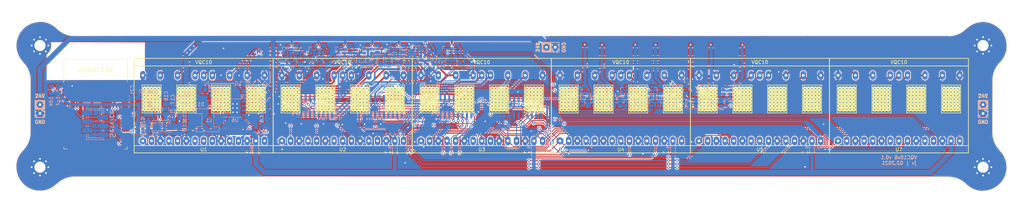
<source format=kicad_pcb>
(kicad_pcb (version 20171130) (host pcbnew 5.1.9-1)
  (layers (0 F.Cu signal) (31 B.Cu signal) (34 B.Paste user) (35 F.Paste user) (36 B.SilkS user) (37 F.SilkS user) (38 B.Mask user) (39 F.Mask user) (44 Edge.Cuts user))
  (net 0 "")
  (net 1 GND)
  (net 2 +5V)
  (net 3 D1)
  (net 4 D5)
  (net 5 D4)
  (net 6 D2)
  (net 7 D3)
  (net 8 +24V)
  (net 9 "Net-(C9-Pad2)")
  (net 10 "Net-(C9-Pad1)")
  (net 11 "Net-(C10-Pad2)")
  (net 12 "Net-(C10-Pad1)")
  (net 13 "Net-(R1-Pad2)")
  (net 14 "Net-(R3-Pad2)")
  (net 15 Z0_5)
  (net 16 Z0_4)
  (net 17 Z0_2)
  (net 18 Z0_1)
  (net 19 Z0_3)
  (net 20 Z0_6)
  (net 21 Z0_7)
  (net 22 CP3)
  (net 23 CP2)
  (net 24 CP1)
  (net 25 CP0)
  (net 26 CP7)
  (net 27 CP6)
  (net 28 CP5)
  (net 29 CP4)
  (net 30 CP11)
  (net 31 CP10)
  (net 32 CP9)
  (net 33 CP8)
  (net 34 Z1_5)
  (net 35 Z1_4)
  (net 36 Z1_2)
  (net 37 Z1_1)
  (net 38 Z1_3)
  (net 39 Z1_6)
  (net 40 Z1_7)
  (net 41 "Net-(U8-Pad37)")
  (net 42 "Net-(U8-Pad36)")
  (net 43 "Net-(U8-Pad33)")
  (net 44 "Net-(U8-Pad32)")
  (net 45 "Net-(U8-Pad29)")
  (net 46 "Net-(U8-Pad26)")
  (net 47 "Net-(U8-Pad24)")
  (net 48 "Net-(U8-Pad23)")
  (net 49 "Net-(U8-Pad22)")
  (net 50 "Net-(U8-Pad21)")
  (net 51 "Net-(U8-Pad20)")
  (net 52 "Net-(U8-Pad19)")
  (net 53 "Net-(U8-Pad18)")
  (net 54 "Net-(U8-Pad17)")
  (net 55 "Net-(U8-Pad16)")
  (net 56 "Net-(U8-Pad14)")
  (net 57 "Net-(U8-Pad13)")
  (net 58 "Net-(U8-Pad12)")
  (net 59 "Net-(U8-Pad11)")
  (net 60 "Net-(U8-Pad10)")
  (net 61 "Net-(U8-Pad9)")
  (net 62 "Net-(U8-Pad8)")
  (net 63 "Net-(U8-Pad7)")
  (net 64 "Net-(U8-Pad6)")
  (net 65 "Net-(U8-Pad5)")
  (net 66 "Net-(U8-Pad4)")
  (net 67 +3V3)
  (net 68 "Net-(C18-Pad2)")
  (net 69 "Net-(C18-Pad1)")
  (net 70 "Net-(R6-Pad2)")
  (net 71 MOSI)
  (net 72 ~OE)
  (net 73 LATCH)
  (net 74 CLK)
  (net 75 "Net-(U10-Pad9)")
  (net 76 "Net-(U10-Pad7)")
  (net 77 "Net-(U11-Pad9)")
  (net 78 "Net-(U12-Pad9)")
  (net 79 "Net-(U13-Pad9)")
  (net 80 "Net-(Q1-Pad3)")
  (net 81 "Net-(Q1-Pad2)")
  (net 82 Z1logic_1)
  (net 83 "Net-(Q3-Pad3)")
  (net 84 "Net-(Q3-Pad2)")
  (net 85 Z1logic_2)
  (net 86 "Net-(Q5-Pad3)")
  (net 87 "Net-(Q5-Pad2)")
  (net 88 Z1logic_3)
  (net 89 "Net-(Q7-Pad3)")
  (net 90 "Net-(Q7-Pad2)")
  (net 91 Z1logic_4)
  (net 92 "Net-(Q10-Pad1)")
  (net 93 "Net-(Q9-Pad2)")
  (net 94 Z1logic_5)
  (net 95 "Net-(Q11-Pad3)")
  (net 96 "Net-(Q11-Pad2)")
  (net 97 Z1logic_6)
  (net 98 "Net-(Q13-Pad3)")
  (net 99 "Net-(Q13-Pad2)")
  (net 100 Z1logic_7)
  (net 101 "Net-(Q15-Pad3)")
  (net 102 "Net-(Q15-Pad2)")
  (net 103 Z0logic_1)
  (net 104 "Net-(Q17-Pad3)")
  (net 105 "Net-(Q17-Pad2)")
  (net 106 Z0logic_2)
  (net 107 "Net-(Q19-Pad3)")
  (net 108 "Net-(Q19-Pad2)")
  (net 109 Z0logic_3)
  (net 110 "Net-(Q21-Pad3)")
  (net 111 "Net-(Q21-Pad2)")
  (net 112 Z0logic_4)
  (net 113 "Net-(Q23-Pad3)")
  (net 114 "Net-(Q23-Pad2)")
  (net 115 Z0logic_5)
  (net 116 "Net-(Q25-Pad3)")
  (net 117 "Net-(Q25-Pad2)")
  (net 118 Z0logic_6)
  (net 119 "Net-(Q27-Pad3)")
  (net 120 "Net-(Q27-Pad2)")
  (net 121 Z0logic_7)
  (net 122 ESP_PROG)
  (net 123 ESP_TXD)
  (net 124 ESP_RXD)
  (net 125 ESP_RST)
  (module TripwireHook:fxk8y_20x6 (layer F.Cu) (at 315.5 103.75)
    (fp_text reference G*** hide)
    (fp_text value LOGO hide)
  )
  (module TripwireHook:Micropart-6 (layer B.Cu) (at 84.25 91.95 270)
    (fp_text reference J8 hide)
    (fp_text value Conn_01x06)
    (pad 5 smd roundrect (at 1.905 2.25 270) (size 1.5 3) (layers B.Cu B.Paste B.Mask) (net 122 ESP_PROG))
    (pad 6 smd roundrect (at 3.175 -2.25 270) (size 1.5 3) (layers B.Cu B.Paste B.Mask) (net 1 GND))
    (pad 3 smd roundrect (at -0.635 2.25 270) (size 1.5 3) (layers B.Cu B.Paste B.Mask) (net 123 ESP_TXD))
    (pad 4 smd roundrect (at 0.635 -2.25 270) (size 1.5 3) (layers B.Cu B.Paste B.Mask) (net 124 ESP_RXD))
    (pad 2 smd roundrect (at -1.905 -2.25 270) (size 1.5 3) (layers B.Cu B.Paste B.Mask) (net 125 ESP_RST))
    (pad 1 smd rect (at -3.175 2.25 270) (size 1.5 3) (layers B.Cu B.Paste B.Mask) (net 67 +3V3))
  )
  (module Resistor_SMD:R_0805_2012Metric_Pad1.15x1.40mm_HandSolder (layer B.Cu) (at 145.6 74.125 90)
    (fp_text reference R35 hide)
    (fp_text value 10K)
    (pad 2 smd roundrect (at 1.025 0 90) (size 1.15 1.4) (layers B.Cu B.Paste B.Mask) (roundrect_rratio 0.2173904347826087) (net 1 GND))
    (pad 1 smd roundrect (at -1.025 0 90) (size 1.15 1.4) (layers B.Cu B.Paste B.Mask) (roundrect_rratio 0.2173904347826087) (net 120 "Net-(Q27-Pad2)"))
  )
  (module Resistor_SMD:R_0805_2012Metric_Pad1.15x1.40mm_HandSolder (layer B.Cu) (at 150.1 70.425 270)
    (fp_text reference R34 hide)
    (fp_text value 22K)
    (pad 2 smd roundrect (at 1.025 0 270) (size 1.15 1.4) (layers B.Cu B.Paste B.Mask) (roundrect_rratio 0.2173904347826087) (net 119 "Net-(Q27-Pad3)"))
    (pad 1 smd roundrect (at -1.025 0 270) (size 1.15 1.4) (layers B.Cu B.Paste B.Mask) (roundrect_rratio 0.2173904347826087) (net 2 +5V))
  )
  (module Resistor_SMD:R_0805_2012Metric_Pad1.15x1.40mm_HandSolder (layer B.Cu) (at 137.9 74.125 90)
    (fp_text reference R33 hide)
    (fp_text value 10K)
    (pad 2 smd roundrect (at 1.025 0 90) (size 1.15 1.4) (layers B.Cu B.Paste B.Mask) (roundrect_rratio 0.2173904347826087) (net 1 GND))
    (pad 1 smd roundrect (at -1.025 0 90) (size 1.15 1.4) (layers B.Cu B.Paste B.Mask) (roundrect_rratio 0.2173904347826087) (net 117 "Net-(Q25-Pad2)"))
  )
  (module Resistor_SMD:R_0805_2012Metric_Pad1.15x1.40mm_HandSolder (layer B.Cu) (at 142.3 70.475 270)
    (fp_text reference R32 hide)
    (fp_text value 22K)
    (pad 2 smd roundrect (at 1.025 0 270) (size 1.15 1.4) (layers B.Cu B.Paste B.Mask) (roundrect_rratio 0.2173904347826087) (net 116 "Net-(Q25-Pad3)"))
    (pad 1 smd roundrect (at -1.025 0 270) (size 1.15 1.4) (layers B.Cu B.Paste B.Mask) (roundrect_rratio 0.2173904347826087) (net 2 +5V))
  )
  (module Resistor_SMD:R_0805_2012Metric_Pad1.15x1.40mm_HandSolder (layer B.Cu) (at 161 74.075 90)
    (fp_text reference R31 hide)
    (fp_text value 10K)
    (pad 2 smd roundrect (at 1.025 0 90) (size 1.15 1.4) (layers B.Cu B.Paste B.Mask) (roundrect_rratio 0.2173904347826087) (net 1 GND))
    (pad 1 smd roundrect (at -1.025 0 90) (size 1.15 1.4) (layers B.Cu B.Paste B.Mask) (roundrect_rratio 0.2173904347826087) (net 114 "Net-(Q23-Pad2)"))
  )
  (module Resistor_SMD:R_0805_2012Metric_Pad1.15x1.40mm_HandSolder (layer B.Cu) (at 165.5 70.425 270)
    (fp_text reference R30 hide)
    (fp_text value 22K)
    (pad 2 smd roundrect (at 1.025 0 270) (size 1.15 1.4) (layers B.Cu B.Paste B.Mask) (roundrect_rratio 0.2173904347826087) (net 113 "Net-(Q23-Pad3)"))
    (pad 1 smd roundrect (at -1.025 0 270) (size 1.15 1.4) (layers B.Cu B.Paste B.Mask) (roundrect_rratio 0.2173904347826087) (net 2 +5V))
  )
  (module Resistor_SMD:R_0805_2012Metric_Pad1.15x1.40mm_HandSolder (layer B.Cu) (at 168.7 74.075 90)
    (fp_text reference R29 hide)
    (fp_text value 10K)
    (pad 2 smd roundrect (at 1.025 0 90) (size 1.15 1.4) (layers B.Cu B.Paste B.Mask) (roundrect_rratio 0.2173904347826087) (net 1 GND))
    (pad 1 smd roundrect (at -1.025 0 90) (size 1.15 1.4) (layers B.Cu B.Paste B.Mask) (roundrect_rratio 0.2173904347826087) (net 111 "Net-(Q21-Pad2)"))
  )
  (module Resistor_SMD:R_0805_2012Metric_Pad1.15x1.40mm_HandSolder (layer B.Cu) (at 173.1 70.375 270)
    (fp_text reference R28 hide)
    (fp_text value 22K)
    (pad 2 smd roundrect (at 1.025 0 270) (size 1.15 1.4) (layers B.Cu B.Paste B.Mask) (roundrect_rratio 0.2173904347826087) (net 110 "Net-(Q21-Pad3)"))
    (pad 1 smd roundrect (at -1.025 0 270) (size 1.15 1.4) (layers B.Cu B.Paste B.Mask) (roundrect_rratio 0.2173904347826087) (net 2 +5V))
  )
  (module Resistor_SMD:R_0805_2012Metric_Pad1.15x1.40mm_HandSolder (layer B.Cu) (at 176.3 74.025 90)
    (fp_text reference R27 hide)
    (fp_text value 10K)
    (pad 2 smd roundrect (at 1.025 0 90) (size 1.15 1.4) (layers B.Cu B.Paste B.Mask) (roundrect_rratio 0.2173904347826087) (net 1 GND))
    (pad 1 smd roundrect (at -1.025 0 90) (size 1.15 1.4) (layers B.Cu B.Paste B.Mask) (roundrect_rratio 0.2173904347826087) (net 108 "Net-(Q19-Pad2)"))
  )
  (module Resistor_SMD:R_0805_2012Metric_Pad1.15x1.40mm_HandSolder (layer B.Cu) (at 180.75 70.225 270)
    (fp_text reference R26 hide)
    (fp_text value 22K)
    (pad 2 smd roundrect (at 1.025 0 270) (size 1.15 1.4) (layers B.Cu B.Paste B.Mask) (roundrect_rratio 0.2173904347826087) (net 107 "Net-(Q19-Pad3)"))
    (pad 1 smd roundrect (at -1.025 0 270) (size 1.15 1.4) (layers B.Cu B.Paste B.Mask) (roundrect_rratio 0.2173904347826087) (net 2 +5V))
  )
  (module Resistor_SMD:R_0805_2012Metric_Pad1.15x1.40mm_HandSolder (layer B.Cu) (at 184 73.875 90)
    (fp_text reference R25 hide)
    (fp_text value 10K)
    (pad 2 smd roundrect (at 1.025 0 90) (size 1.15 1.4) (layers B.Cu B.Paste B.Mask) (roundrect_rratio 0.2173904347826087) (net 1 GND))
    (pad 1 smd roundrect (at -1.025 0 90) (size 1.15 1.4) (layers B.Cu B.Paste B.Mask) (roundrect_rratio 0.2173904347826087) (net 105 "Net-(Q17-Pad2)"))
  )
  (module Resistor_SMD:R_0805_2012Metric_Pad1.15x1.40mm_HandSolder (layer B.Cu) (at 188.4 70.225 270)
    (fp_text reference R24 hide)
    (fp_text value 22K)
    (pad 2 smd roundrect (at 1.025 0 270) (size 1.15 1.4) (layers B.Cu B.Paste B.Mask) (roundrect_rratio 0.2173904347826087) (net 104 "Net-(Q17-Pad3)"))
    (pad 1 smd roundrect (at -1.025 0 270) (size 1.15 1.4) (layers B.Cu B.Paste B.Mask) (roundrect_rratio 0.2173904347826087) (net 2 +5V))
  )
  (module Resistor_SMD:R_0805_2012Metric_Pad1.15x1.40mm_HandSolder (layer B.Cu) (at 153.2 74.175 90)
    (fp_text reference R23 hide)
    (fp_text value 10K)
    (pad 2 smd roundrect (at 1.025 0 90) (size 1.15 1.4) (layers B.Cu B.Paste B.Mask) (roundrect_rratio 0.2173904347826087) (net 1 GND))
    (pad 1 smd roundrect (at -1.025 0 90) (size 1.15 1.4) (layers B.Cu B.Paste B.Mask) (roundrect_rratio 0.2173904347826087) (net 102 "Net-(Q15-Pad2)"))
  )
  (module Resistor_SMD:R_0805_2012Metric_Pad1.15x1.40mm_HandSolder (layer B.Cu) (at 157.7 70.425 270)
    (fp_text reference R22 hide)
    (fp_text value 22K)
    (pad 2 smd roundrect (at 1.025 0 270) (size 1.15 1.4) (layers B.Cu B.Paste B.Mask) (roundrect_rratio 0.2173904347826087) (net 101 "Net-(Q15-Pad3)"))
    (pad 1 smd roundrect (at -1.025 0 270) (size 1.15 1.4) (layers B.Cu B.Paste B.Mask) (roundrect_rratio 0.2173904347826087) (net 2 +5V))
  )
  (module Resistor_SMD:R_0805_2012Metric_Pad1.15x1.40mm_HandSolder (layer B.Cu) (at 249.9 85.825 90)
    (fp_text reference R21 hide)
    (fp_text value 10K)
    (pad 2 smd roundrect (at 1.025 0 90) (size 1.15 1.4) (layers B.Cu B.Paste B.Mask) (roundrect_rratio 0.2173904347826087) (net 1 GND))
    (pad 1 smd roundrect (at -1.025 0 90) (size 1.15 1.4) (layers B.Cu B.Paste B.Mask) (roundrect_rratio 0.2173904347826087) (net 99 "Net-(Q13-Pad2)"))
  )
  (module Resistor_SMD:R_0805_2012Metric_Pad1.15x1.40mm_HandSolder (layer B.Cu) (at 254.3 82.1 270)
    (fp_text reference R20 hide)
    (fp_text value 22K)
    (pad 2 smd roundrect (at 1.025 0 270) (size 1.15 1.4) (layers B.Cu B.Paste B.Mask) (roundrect_rratio 0.2173904347826087) (net 98 "Net-(Q13-Pad3)"))
    (pad 1 smd roundrect (at -1.025 0 270) (size 1.15 1.4) (layers B.Cu B.Paste B.Mask) (roundrect_rratio 0.2173904347826087) (net 2 +5V))
  )
  (module Resistor_SMD:R_0805_2012Metric_Pad1.15x1.40mm_HandSolder (layer B.Cu) (at 264.4 85.875 90)
    (fp_text reference e hide)
    (fp_text value 10K)
    (pad 2 smd roundrect (at 1.025 0 90) (size 1.15 1.4) (layers B.Cu B.Paste B.Mask) (roundrect_rratio 0.2173904347826087) (net 1 GND))
    (pad 1 smd roundrect (at -1.025 0 90) (size 1.15 1.4) (layers B.Cu B.Paste B.Mask) (roundrect_rratio 0.2173904347826087) (net 96 "Net-(Q11-Pad2)"))
  )
  (module Resistor_SMD:R_0805_2012Metric_Pad1.15x1.40mm_HandSolder (layer B.Cu) (at 268.7 82.225 270)
    (fp_text reference R18 hide)
    (fp_text value 22K)
    (pad 2 smd roundrect (at 1.025 0 270) (size 1.15 1.4) (layers B.Cu B.Paste B.Mask) (roundrect_rratio 0.2173904347826087) (net 95 "Net-(Q11-Pad3)"))
    (pad 1 smd roundrect (at -1.025 0 270) (size 1.15 1.4) (layers B.Cu B.Paste B.Mask) (roundrect_rratio 0.2173904347826087) (net 2 +5V))
  )
  (module Resistor_SMD:R_0805_2012Metric_Pad1.15x1.40mm_HandSolder (layer B.Cu) (at 220.8 85.725 90)
    (fp_text reference R17 hide)
    (fp_text value 10K)
    (pad 2 smd roundrect (at 1.025 0 90) (size 1.15 1.4) (layers B.Cu B.Paste B.Mask) (roundrect_rratio 0.2173904347826087) (net 1 GND))
    (pad 1 smd roundrect (at -1.025 0 90) (size 1.15 1.4) (layers B.Cu B.Paste B.Mask) (roundrect_rratio 0.2173904347826087) (net 93 "Net-(Q9-Pad2)"))
  )
  (module Resistor_SMD:R_0805_2012Metric_Pad1.15x1.40mm_HandSolder (layer B.Cu) (at 225.2 82.025 270)
    (fp_text reference R16 hide)
    (fp_text value 22K)
    (pad 2 smd roundrect (at 1.025 0 270) (size 1.15 1.4) (layers B.Cu B.Paste B.Mask) (roundrect_rratio 0.2173904347826087) (net 92 "Net-(Q10-Pad1)"))
    (pad 1 smd roundrect (at -1.025 0 270) (size 1.15 1.4) (layers B.Cu B.Paste B.Mask) (roundrect_rratio 0.2173904347826087) (net 2 +5V))
  )
  (module Resistor_SMD:R_0805_2012Metric_Pad1.15x1.40mm_HandSolder (layer B.Cu) (at 228 85.775 90)
    (fp_text reference R15 hide)
    (fp_text value 10K)
    (pad 2 smd roundrect (at 1.025 0 90) (size 1.15 1.4) (layers B.Cu B.Paste B.Mask) (roundrect_rratio 0.2173904347826087) (net 1 GND))
    (pad 1 smd roundrect (at -1.025 0 90) (size 1.15 1.4) (layers B.Cu B.Paste B.Mask) (roundrect_rratio 0.2173904347826087) (net 90 "Net-(Q7-Pad2)"))
  )
  (module Resistor_SMD:R_0805_2012Metric_Pad1.15x1.40mm_HandSolder (layer B.Cu) (at 232.4 82.175 270)
    (fp_text reference R14 hide)
    (fp_text value 22K)
    (pad 2 smd roundrect (at 1.025 0 270) (size 1.15 1.4) (layers B.Cu B.Paste B.Mask) (roundrect_rratio 0.2173904347826087) (net 89 "Net-(Q7-Pad3)"))
    (pad 1 smd roundrect (at -1.025 0 270) (size 1.15 1.4) (layers B.Cu B.Paste B.Mask) (roundrect_rratio 0.2173904347826087) (net 2 +5V))
  )
  (module Resistor_SMD:R_0805_2012Metric_Pad1.15x1.40mm_HandSolder (layer B.Cu) (at 242.6 85.875 90)
    (fp_text reference R13 hide)
    (fp_text value 10K)
    (pad 2 smd roundrect (at 1.025 0 90) (size 1.15 1.4) (layers B.Cu B.Paste B.Mask) (roundrect_rratio 0.2173904347826087) (net 1 GND))
    (pad 1 smd roundrect (at -1.025 0 90) (size 1.15 1.4) (layers B.Cu B.Paste B.Mask) (roundrect_rratio 0.2173904347826087) (net 87 "Net-(Q5-Pad2)"))
  )
  (module Resistor_SMD:R_0805_2012Metric_Pad1.15x1.40mm_HandSolder (layer B.Cu) (at 247 82.15 270)
    (fp_text reference R12 hide)
    (fp_text value 22K)
    (pad 2 smd roundrect (at 1.025 0 270) (size 1.15 1.4) (layers B.Cu B.Paste B.Mask) (roundrect_rratio 0.2173904347826087) (net 86 "Net-(Q5-Pad3)"))
    (pad 1 smd roundrect (at -1.025 0 270) (size 1.15 1.4) (layers B.Cu B.Paste B.Mask) (roundrect_rratio 0.2173904347826087) (net 2 +5V))
  )
  (module Resistor_SMD:R_0805_2012Metric_Pad1.15x1.40mm_HandSolder (layer B.Cu) (at 235.3 85.775 90)
    (fp_text reference R11 hide)
    (fp_text value 10K)
    (pad 2 smd roundrect (at 1.025 0 90) (size 1.15 1.4) (layers B.Cu B.Paste B.Mask) (roundrect_rratio 0.2173904347826087) (net 1 GND))
    (pad 1 smd roundrect (at -1.025 0 90) (size 1.15 1.4) (layers B.Cu B.Paste B.Mask) (roundrect_rratio 0.2173904347826087) (net 84 "Net-(Q3-Pad2)"))
  )
  (module Resistor_SMD:R_0805_2012Metric_Pad1.15x1.40mm_HandSolder (layer B.Cu) (at 239.7 82.075 270)
    (fp_text reference R10 hide)
    (fp_text value 22K)
    (pad 2 smd roundrect (at 1.025 0 270) (size 1.15 1.4) (layers B.Cu B.Paste B.Mask) (roundrect_rratio 0.2173904347826087) (net 83 "Net-(Q3-Pad3)"))
    (pad 1 smd roundrect (at -1.025 0 270) (size 1.15 1.4) (layers B.Cu B.Paste B.Mask) (roundrect_rratio 0.2173904347826087) (net 2 +5V))
  )
  (module Resistor_SMD:R_0805_2012Metric_Pad1.15x1.40mm_HandSolder (layer B.Cu) (at 257.2 85.775 90)
    (fp_text reference R9 hide)
    (fp_text value 10K)
    (pad 2 smd roundrect (at 1.025 0 90) (size 1.15 1.4) (layers B.Cu B.Paste B.Mask) (roundrect_rratio 0.2173904347826087) (net 1 GND))
    (pad 1 smd roundrect (at -1.025 0 90) (size 1.15 1.4) (layers B.Cu B.Paste B.Mask) (roundrect_rratio 0.2173904347826087) (net 81 "Net-(Q1-Pad2)"))
  )
  (module Resistor_SMD:R_0805_2012Metric_Pad1.15x1.40mm_HandSolder (layer B.Cu) (at 261.5 82.225 270)
    (fp_text reference R8 hide)
    (fp_text value 22K)
    (pad 2 smd roundrect (at 1.025 0 270) (size 1.15 1.4) (layers B.Cu B.Paste B.Mask) (roundrect_rratio 0.2173904347826087) (net 80 "Net-(Q1-Pad3)"))
    (pad 1 smd roundrect (at -1.025 0 270) (size 1.15 1.4) (layers B.Cu B.Paste B.Mask) (roundrect_rratio 0.2173904347826087) (net 2 +5V))
  )
  (module Package_TO_SOT_SMD:SOT-23 (layer B.Cu) (at 147.35 70.6 90)
    (fp_text reference Q28 hide)
    (fp_text value HSS0127)
    (pad 3 smd rect (at 1 0 90) (size 0.9 0.8) (layers B.Cu B.Paste B.Mask) (net 2 +5V))
    (pad 2 smd rect (at -1 -0.95 90) (size 0.9 0.8) (layers B.Cu B.Paste B.Mask) (net 21 Z0_7))
    (pad 1 smd rect (at -1 0.95 90) (size 0.9 0.8) (layers B.Cu B.Paste B.Mask) (net 119 "Net-(Q27-Pad3)"))
  )
  (module Package_TO_SOT_SMD:SOT-23 (layer B.Cu) (at 148.25 74 90)
    (fp_text reference Q27 hide)
    (fp_text value S9014)
    (pad 3 smd rect (at 1 0 90) (size 0.9 0.8) (layers B.Cu B.Paste B.Mask) (net 119 "Net-(Q27-Pad3)"))
    (pad 2 smd rect (at -1 -0.95 90) (size 0.9 0.8) (layers B.Cu B.Paste B.Mask) (net 120 "Net-(Q27-Pad2)"))
    (pad 1 smd rect (at -1 0.95 90) (size 0.9 0.8) (layers B.Cu B.Paste B.Mask) (net 121 Z0logic_7))
  )
  (module Package_TO_SOT_SMD:SOT-23 (layer B.Cu) (at 139.65 70.6 90)
    (fp_text reference Q26 hide)
    (fp_text value HSS0127)
    (pad 3 smd rect (at 1 0 90) (size 0.9 0.8) (layers B.Cu B.Paste B.Mask) (net 2 +5V))
    (pad 2 smd rect (at -1 -0.95 90) (size 0.9 0.8) (layers B.Cu B.Paste B.Mask) (net 20 Z0_6))
    (pad 1 smd rect (at -1 0.95 90) (size 0.9 0.8) (layers B.Cu B.Paste B.Mask) (net 116 "Net-(Q25-Pad3)"))
  )
  (module Package_TO_SOT_SMD:SOT-23 (layer B.Cu) (at 140.6 74.01 90)
    (fp_text reference Q25 hide)
    (fp_text value S9014)
    (pad 3 smd rect (at 1 0 90) (size 0.9 0.8) (layers B.Cu B.Paste B.Mask) (net 116 "Net-(Q25-Pad3)"))
    (pad 2 smd rect (at -1 -0.95 90) (size 0.9 0.8) (layers B.Cu B.Paste B.Mask) (net 117 "Net-(Q25-Pad2)"))
    (pad 1 smd rect (at -1 0.95 90) (size 0.9 0.8) (layers B.Cu B.Paste B.Mask) (net 118 Z0logic_6))
  )
  (module Package_TO_SOT_SMD:SOT-23 (layer B.Cu) (at 162.75 70.55 90)
    (fp_text reference Q24 hide)
    (fp_text value HSS0127)
    (pad 3 smd rect (at 1 0 90) (size 0.9 0.8) (layers B.Cu B.Paste B.Mask) (net 2 +5V))
    (pad 2 smd rect (at -1 -0.95 90) (size 0.9 0.8) (layers B.Cu B.Paste B.Mask) (net 15 Z0_5))
    (pad 1 smd rect (at -1 0.95 90) (size 0.9 0.8) (layers B.Cu B.Paste B.Mask) (net 113 "Net-(Q23-Pad3)"))
  )
  (module Package_TO_SOT_SMD:SOT-23 (layer B.Cu) (at 163.7 73.99 90)
    (fp_text reference Q23 hide)
    (fp_text value S9014)
    (pad 3 smd rect (at 1 0 90) (size 0.9 0.8) (layers B.Cu B.Paste B.Mask) (net 113 "Net-(Q23-Pad3)"))
    (pad 2 smd rect (at -1 -0.95 90) (size 0.9 0.8) (layers B.Cu B.Paste B.Mask) (net 114 "Net-(Q23-Pad2)"))
    (pad 1 smd rect (at -1 0.95 90) (size 0.9 0.8) (layers B.Cu B.Paste B.Mask) (net 115 Z0logic_5))
  )
  (module Package_TO_SOT_SMD:SOT-23 (layer B.Cu) (at 170.4 70.55 90)
    (fp_text reference Q22 hide)
    (fp_text value HSS0127)
    (pad 3 smd rect (at 1 0 90) (size 0.9 0.8) (layers B.Cu B.Paste B.Mask) (net 2 +5V))
    (pad 2 smd rect (at -1 -0.95 90) (size 0.9 0.8) (layers B.Cu B.Paste B.Mask) (net 16 Z0_4))
    (pad 1 smd rect (at -1 0.95 90) (size 0.9 0.8) (layers B.Cu B.Paste B.Mask) (net 110 "Net-(Q21-Pad3)"))
  )
  (module Package_TO_SOT_SMD:SOT-23 (layer B.Cu) (at 171.35 73.95 90)
    (fp_text reference Q21 hide)
    (fp_text value S9014)
    (pad 3 smd rect (at 1 0 90) (size 0.9 0.8) (layers B.Cu B.Paste B.Mask) (net 110 "Net-(Q21-Pad3)"))
    (pad 2 smd rect (at -1 -0.95 90) (size 0.9 0.8) (layers B.Cu B.Paste B.Mask) (net 111 "Net-(Q21-Pad2)"))
    (pad 1 smd rect (at -1 0.95 90) (size 0.9 0.8) (layers B.Cu B.Paste B.Mask) (net 112 Z0logic_4))
  )
  (module Package_TO_SOT_SMD:SOT-23 (layer B.Cu) (at 178.05 70.41 90)
    (fp_text reference Q20 hide)
    (fp_text value HSS0127)
    (pad 3 smd rect (at 1 0 90) (size 0.9 0.8) (layers B.Cu B.Paste B.Mask) (net 2 +5V))
    (pad 2 smd rect (at -1 -0.95 90) (size 0.9 0.8) (layers B.Cu B.Paste B.Mask) (net 19 Z0_3))
    (pad 1 smd rect (at -1 0.95 90) (size 0.9 0.8) (layers B.Cu B.Paste B.Mask) (net 107 "Net-(Q19-Pad3)"))
  )
  (module Package_TO_SOT_SMD:SOT-23 (layer B.Cu) (at 179.05 73.8 90)
    (fp_text reference Q19 hide)
    (fp_text value S9014)
    (pad 3 smd rect (at 1 0 90) (size 0.9 0.8) (layers B.Cu B.Paste B.Mask) (net 107 "Net-(Q19-Pad3)"))
    (pad 2 smd rect (at -1 -0.95 90) (size 0.9 0.8) (layers B.Cu B.Paste B.Mask) (net 108 "Net-(Q19-Pad2)"))
    (pad 1 smd rect (at -1 0.95 90) (size 0.9 0.8) (layers B.Cu B.Paste B.Mask) (net 109 Z0logic_3))
  )
  (module Package_TO_SOT_SMD:SOT-23 (layer B.Cu) (at 185.75 70.35 90)
    (fp_text reference Q18 hide)
    (fp_text value HSS0127)
    (pad 3 smd rect (at 1 0 90) (size 0.9 0.8) (layers B.Cu B.Paste B.Mask) (net 2 +5V))
    (pad 2 smd rect (at -1 -0.95 90) (size 0.9 0.8) (layers B.Cu B.Paste B.Mask) (net 17 Z0_2))
    (pad 1 smd rect (at -1 0.95 90) (size 0.9 0.8) (layers B.Cu B.Paste B.Mask) (net 104 "Net-(Q17-Pad3)"))
  )
  (module Package_TO_SOT_SMD:SOT-23 (layer B.Cu) (at 186.7 73.74 90)
    (fp_text reference Q17 hide)
    (fp_text value S9014)
    (pad 3 smd rect (at 1 0 90) (size 0.9 0.8) (layers B.Cu B.Paste B.Mask) (net 104 "Net-(Q17-Pad3)"))
    (pad 2 smd rect (at -1 -0.95 90) (size 0.9 0.8) (layers B.Cu B.Paste B.Mask) (net 105 "Net-(Q17-Pad2)"))
    (pad 1 smd rect (at -1 0.95 90) (size 0.9 0.8) (layers B.Cu B.Paste B.Mask) (net 106 Z0logic_2))
  )
  (module Package_TO_SOT_SMD:SOT-23 (layer B.Cu) (at 155.05 70.6 90)
    (fp_text reference Q16 hide)
    (fp_text value HSS0127)
    (pad 3 smd rect (at 1 0 90) (size 0.9 0.8) (layers B.Cu B.Paste B.Mask) (net 2 +5V))
    (pad 2 smd rect (at -1 -0.95 90) (size 0.9 0.8) (layers B.Cu B.Paste B.Mask) (net 18 Z0_1))
    (pad 1 smd rect (at -1 0.95 90) (size 0.9 0.8) (layers B.Cu B.Paste B.Mask) (net 101 "Net-(Q15-Pad3)"))
  )
  (module Package_TO_SOT_SMD:SOT-23 (layer B.Cu) (at 156.05 73.97 90)
    (fp_text reference Q15 hide)
    (fp_text value S9014)
    (pad 3 smd rect (at 1 0 90) (size 0.9 0.8) (layers B.Cu B.Paste B.Mask) (net 101 "Net-(Q15-Pad3)"))
    (pad 2 smd rect (at -1 -0.95 90) (size 0.9 0.8) (layers B.Cu B.Paste B.Mask) (net 102 "Net-(Q15-Pad2)"))
    (pad 1 smd rect (at -1 0.95 90) (size 0.9 0.8) (layers B.Cu B.Paste B.Mask) (net 103 Z0logic_1))
  )
  (module Package_TO_SOT_SMD:SOT-23 (layer B.Cu) (at 251.6 82.2 90)
    (fp_text reference Q14 hide)
    (fp_text value HSS0127)
    (pad 3 smd rect (at 1 0 90) (size 0.9 0.8) (layers B.Cu B.Paste B.Mask) (net 2 +5V))
    (pad 2 smd rect (at -1 -0.95 90) (size 0.9 0.8) (layers B.Cu B.Paste B.Mask) (net 40 Z1_7))
    (pad 1 smd rect (at -1 0.95 90) (size 0.9 0.8) (layers B.Cu B.Paste B.Mask) (net 98 "Net-(Q13-Pad3)"))
  )
  (module Package_TO_SOT_SMD:SOT-23 (layer B.Cu) (at 252.6 85.65 90)
    (fp_text reference Q13 hide)
    (fp_text value S9014)
    (pad 3 smd rect (at 1 0 90) (size 0.9 0.8) (layers B.Cu B.Paste B.Mask) (net 98 "Net-(Q13-Pad3)"))
    (pad 2 smd rect (at -1 -0.95 90) (size 0.9 0.8) (layers B.Cu B.Paste B.Mask) (net 99 "Net-(Q13-Pad2)"))
    (pad 1 smd rect (at -1 0.95 90) (size 0.9 0.8) (layers B.Cu B.Paste B.Mask) (net 100 Z1logic_7))
  )
  (module Package_TO_SOT_SMD:SOT-23 (layer B.Cu) (at 266.05 82.35 90)
    (fp_text reference Q12 hide)
    (fp_text value HSS0127)
    (pad 3 smd rect (at 1 0 90) (size 0.9 0.8) (layers B.Cu B.Paste B.Mask) (net 2 +5V))
    (pad 2 smd rect (at -1 -0.95 90) (size 0.9 0.8) (layers B.Cu B.Paste B.Mask) (net 39 Z1_6))
    (pad 1 smd rect (at -1 0.95 90) (size 0.9 0.8) (layers B.Cu B.Paste B.Mask) (net 95 "Net-(Q11-Pad3)"))
  )
  (module Package_TO_SOT_SMD:SOT-23 (layer B.Cu) (at 267.05 85.74 90)
    (fp_text reference Q11 hide)
    (fp_text value S9014)
    (pad 3 smd rect (at 1 0 90) (size 0.9 0.8) (layers B.Cu B.Paste B.Mask) (net 95 "Net-(Q11-Pad3)"))
    (pad 2 smd rect (at -1 -0.95 90) (size 0.9 0.8) (layers B.Cu B.Paste B.Mask) (net 96 "Net-(Q11-Pad2)"))
    (pad 1 smd rect (at -1 0.95 90) (size 0.9 0.8) (layers B.Cu B.Paste B.Mask) (net 97 Z1logic_6))
  )
  (module Package_TO_SOT_SMD:SOT-23 (layer B.Cu) (at 222.5 82.2 90)
    (fp_text reference Q10 hide)
    (fp_text value HSS0127)
    (pad 3 smd rect (at 1 0 90) (size 0.9 0.8) (layers B.Cu B.Paste B.Mask) (net 2 +5V))
    (pad 2 smd rect (at -1 -0.95 90) (size 0.9 0.8) (layers B.Cu B.Paste B.Mask) (net 34 Z1_5))
    (pad 1 smd rect (at -1 0.95 90) (size 0.9 0.8) (layers B.Cu B.Paste B.Mask) (net 92 "Net-(Q10-Pad1)"))
  )
  (module Package_TO_SOT_SMD:SOT-23 (layer B.Cu) (at 223.45 85.6 90)
    (fp_text reference Q9 hide)
    (fp_text value S9014)
    (pad 3 smd rect (at 1 0 90) (size 0.9 0.8) (layers B.Cu B.Paste B.Mask) (net 92 "Net-(Q10-Pad1)"))
    (pad 2 smd rect (at -1 -0.95 90) (size 0.9 0.8) (layers B.Cu B.Paste B.Mask) (net 93 "Net-(Q9-Pad2)"))
    (pad 1 smd rect (at -1 0.95 90) (size 0.9 0.8) (layers B.Cu B.Paste B.Mask) (net 94 Z1logic_5))
  )
  (module Package_TO_SOT_SMD:SOT-23 (layer B.Cu) (at 229.75 82.25 90)
    (fp_text reference Q8 hide)
    (fp_text value HSS0127)
    (pad 3 smd rect (at 1 0 90) (size 0.9 0.8) (layers B.Cu B.Paste B.Mask) (net 2 +5V))
    (pad 2 smd rect (at -1 -0.95 90) (size 0.9 0.8) (layers B.Cu B.Paste B.Mask) (net 35 Z1_4))
    (pad 1 smd rect (at -1 0.95 90) (size 0.9 0.8) (layers B.Cu B.Paste B.Mask) (net 89 "Net-(Q7-Pad3)"))
  )
  (module Package_TO_SOT_SMD:SOT-23 (layer B.Cu) (at 230.75 85.7 90)
    (fp_text reference Q7 hide)
    (fp_text value S9014)
    (pad 3 smd rect (at 1 0 90) (size 0.9 0.8) (layers B.Cu B.Paste B.Mask) (net 89 "Net-(Q7-Pad3)"))
    (pad 2 smd rect (at -1 -0.95 90) (size 0.9 0.8) (layers B.Cu B.Paste B.Mask) (net 90 "Net-(Q7-Pad2)"))
    (pad 1 smd rect (at -1 0.95 90) (size 0.9 0.8) (layers B.Cu B.Paste B.Mask) (net 91 Z1logic_4))
  )
  (module Package_TO_SOT_SMD:SOT-23 (layer B.Cu) (at 244.35 82.32 90)
    (fp_text reference Q6 hide)
    (fp_text value HSS0127)
    (pad 3 smd rect (at 1 0 90) (size 0.9 0.8) (layers B.Cu B.Paste B.Mask) (net 2 +5V))
    (pad 2 smd rect (at -1 -0.95 90) (size 0.9 0.8) (layers B.Cu B.Paste B.Mask) (net 38 Z1_3))
    (pad 1 smd rect (at -1 0.95 90) (size 0.9 0.8) (layers B.Cu B.Paste B.Mask) (net 86 "Net-(Q5-Pad3)"))
  )
  (module Package_TO_SOT_SMD:SOT-23 (layer B.Cu) (at 245.35 85.75 90)
    (fp_text reference Q5 hide)
    (fp_text value S9014)
    (pad 3 smd rect (at 1 0 90) (size 0.9 0.8) (layers B.Cu B.Paste B.Mask) (net 86 "Net-(Q5-Pad3)"))
    (pad 2 smd rect (at -1 -0.95 90) (size 0.9 0.8) (layers B.Cu B.Paste B.Mask) (net 87 "Net-(Q5-Pad2)"))
    (pad 1 smd rect (at -1 0.95 90) (size 0.9 0.8) (layers B.Cu B.Paste B.Mask) (net 88 Z1logic_3))
  )
  (module Package_TO_SOT_SMD:SOT-23 (layer B.Cu) (at 237 82.25 90)
    (fp_text reference Q4 hide)
    (fp_text value HSS0127)
    (pad 3 smd rect (at 1 0 90) (size 0.9 0.8) (layers B.Cu B.Paste B.Mask) (net 2 +5V))
    (pad 2 smd rect (at -1 -0.95 90) (size 0.9 0.8) (layers B.Cu B.Paste B.Mask) (net 36 Z1_2))
    (pad 1 smd rect (at -1 0.95 90) (size 0.9 0.8) (layers B.Cu B.Paste B.Mask) (net 83 "Net-(Q3-Pad3)"))
  )
  (module Package_TO_SOT_SMD:SOT-23 (layer B.Cu) (at 238 85.7 90)
    (fp_text reference Q3 hide)
    (fp_text value S9014)
    (pad 3 smd rect (at 1 0 90) (size 0.9 0.8) (layers B.Cu B.Paste B.Mask) (net 83 "Net-(Q3-Pad3)"))
    (pad 2 smd rect (at -1 -0.95 90) (size 0.9 0.8) (layers B.Cu B.Paste B.Mask) (net 84 "Net-(Q3-Pad2)"))
    (pad 1 smd rect (at -1 0.95 90) (size 0.9 0.8) (layers B.Cu B.Paste B.Mask) (net 85 Z1logic_2))
  )
  (module Package_TO_SOT_SMD:SOT-23 (layer B.Cu) (at 258.85 82.25 90)
    (fp_text reference Q2 hide)
    (fp_text value HSS0127)
    (pad 3 smd rect (at 1 0 90) (size 0.9 0.8) (layers B.Cu B.Paste B.Mask) (net 2 +5V))
    (pad 2 smd rect (at -1 -0.95 90) (size 0.9 0.8) (layers B.Cu B.Paste B.Mask) (net 37 Z1_1))
    (pad 1 smd rect (at -1 0.95 90) (size 0.9 0.8) (layers B.Cu B.Paste B.Mask) (net 80 "Net-(Q1-Pad3)"))
  )
  (module Package_TO_SOT_SMD:SOT-23 (layer B.Cu) (at 259.85 85.7 90)
    (fp_text reference Q1 hide)
    (fp_text value S9014)
    (pad 3 smd rect (at 1 0 90) (size 0.9 0.8) (layers B.Cu B.Paste B.Mask) (net 80 "Net-(Q1-Pad3)"))
    (pad 2 smd rect (at -1 -0.95 90) (size 0.9 0.8) (layers B.Cu B.Paste B.Mask) (net 81 "Net-(Q1-Pad2)"))
    (pad 1 smd rect (at -1 0.95 90) (size 0.9 0.8) (layers B.Cu B.Paste B.Mask) (net 82 Z1logic_1))
  )
  (module Capacitor_SMD:C_0805_2012Metric_Pad1.15x1.40mm_HandSolder (layer B.Cu) (at 150.9 74.175 270)
    (fp_text reference C39 hide)
    (fp_text value 1µF)
    (pad 2 smd roundrect (at 1.025 0 270) (size 1.15 1.4) (layers B.Cu B.Paste B.Mask) (roundrect_rratio 0.2173904347826087) (net 1 GND))
    (pad 1 smd roundrect (at -1.025 0 270) (size 1.15 1.4) (layers B.Cu B.Paste B.Mask) (roundrect_rratio 0.2173904347826087) (net 2 +5V))
  )
  (module Capacitor_SMD:C_0805_2012Metric_Pad1.15x1.40mm_HandSolder (layer B.Cu) (at 143.3 74.125 270)
    (fp_text reference C38 hide)
    (fp_text value 1µF)
    (pad 2 smd roundrect (at 1.025 0 270) (size 1.15 1.4) (layers B.Cu B.Paste B.Mask) (roundrect_rratio 0.2173904347826087) (net 1 GND))
    (pad 1 smd roundrect (at -1.025 0 270) (size 1.15 1.4) (layers B.Cu B.Paste B.Mask) (roundrect_rratio 0.2173904347826087) (net 2 +5V))
  )
  (module Capacitor_SMD:C_0805_2012Metric_Pad1.15x1.40mm_HandSolder (layer B.Cu) (at 166.4 74.075 270)
    (fp_text reference C37 hide)
    (fp_text value 1µF)
    (pad 2 smd roundrect (at 1.025 0 270) (size 1.15 1.4) (layers B.Cu B.Paste B.Mask) (roundrect_rratio 0.2173904347826087) (net 1 GND))
    (pad 1 smd roundrect (at -1.025 0 270) (size 1.15 1.4) (layers B.Cu B.Paste B.Mask) (roundrect_rratio 0.2173904347826087) (net 2 +5V))
  )
  (module Capacitor_SMD:C_0805_2012Metric_Pad1.15x1.40mm_HandSolder (layer B.Cu) (at 174 74.025 270)
    (fp_text reference C36 hide)
    (fp_text value 1µF)
    (pad 2 smd roundrect (at 1.025 0 270) (size 1.15 1.4) (layers B.Cu B.Paste B.Mask) (roundrect_rratio 0.2173904347826087) (net 1 GND))
    (pad 1 smd roundrect (at -1.025 0 270) (size 1.15 1.4) (layers B.Cu B.Paste B.Mask) (roundrect_rratio 0.2173904347826087) (net 2 +5V))
  )
  (module Capacitor_SMD:C_0805_2012Metric_Pad1.15x1.40mm_HandSolder (layer B.Cu) (at 181.7 73.875 270)
    (fp_text reference C35 hide)
    (fp_text value 1µF)
    (pad 2 smd roundrect (at 1.025 0 270) (size 1.15 1.4) (layers B.Cu B.Paste B.Mask) (roundrect_rratio 0.2173904347826087) (net 1 GND))
    (pad 1 smd roundrect (at -1.025 0 270) (size 1.15 1.4) (layers B.Cu B.Paste B.Mask) (roundrect_rratio 0.2173904347826087) (net 2 +5V))
  )
  (module Capacitor_SMD:C_0805_2012Metric_Pad1.15x1.40mm_HandSolder (layer B.Cu) (at 189.4 73.925 270)
    (fp_text reference C34 hide)
    (fp_text value 1µF)
    (pad 2 smd roundrect (at 1.025 0 270) (size 1.15 1.4) (layers B.Cu B.Paste B.Mask) (roundrect_rratio 0.2173904347826087) (net 1 GND))
    (pad 1 smd roundrect (at -1.025 0 270) (size 1.15 1.4) (layers B.Cu B.Paste B.Mask) (roundrect_rratio 0.2173904347826087) (net 2 +5V))
  )
  (module Capacitor_SMD:C_0805_2012Metric_Pad1.15x1.40mm_HandSolder (layer B.Cu) (at 158.7 74.075 270)
    (fp_text reference C33 hide)
    (fp_text value 1µF)
    (pad 2 smd roundrect (at 1.025 0 270) (size 1.15 1.4) (layers B.Cu B.Paste B.Mask) (roundrect_rratio 0.2173904347826087) (net 1 GND))
    (pad 1 smd roundrect (at -1.025 0 270) (size 1.15 1.4) (layers B.Cu B.Paste B.Mask) (roundrect_rratio 0.2173904347826087) (net 2 +5V))
  )
  (module Capacitor_SMD:C_0805_2012Metric_Pad1.15x1.40mm_HandSolder (layer B.Cu) (at 255.3 85.8 270)
    (fp_text reference C32 hide)
    (fp_text value 1µF)
    (pad 2 smd roundrect (at 1.025 0 270) (size 1.15 1.4) (layers B.Cu B.Paste B.Mask) (roundrect_rratio 0.2173904347826087) (net 1 GND))
    (pad 1 smd roundrect (at -1.025 0 270) (size 1.15 1.4) (layers B.Cu B.Paste B.Mask) (roundrect_rratio 0.2173904347826087) (net 2 +5V))
  )
  (module Capacitor_SMD:C_0805_2012Metric_Pad1.15x1.40mm_HandSolder (layer B.Cu) (at 269.7 85.925 270)
    (fp_text reference C31 hide)
    (fp_text value 1µF)
    (pad 2 smd roundrect (at 1.025 0 270) (size 1.15 1.4) (layers B.Cu B.Paste B.Mask) (roundrect_rratio 0.2173904347826087) (net 1 GND))
    (pad 1 smd roundrect (at -1.025 0 270) (size 1.15 1.4) (layers B.Cu B.Paste B.Mask) (roundrect_rratio 0.2173904347826087) (net 2 +5V))
  )
  (module Capacitor_SMD:C_0805_2012Metric_Pad1.15x1.40mm_HandSolder (layer B.Cu) (at 226.1 85.775 270)
    (fp_text reference C30 hide)
    (fp_text value 1µF)
    (pad 2 smd roundrect (at 1.025 0 270) (size 1.15 1.4) (layers B.Cu B.Paste B.Mask) (roundrect_rratio 0.2173904347826087) (net 1 GND))
    (pad 1 smd roundrect (at -1.025 0 270) (size 1.15 1.4) (layers B.Cu B.Paste B.Mask) (roundrect_rratio 0.2173904347826087) (net 2 +5V))
  )
  (module Capacitor_SMD:C_0805_2012Metric_Pad1.15x1.40mm_HandSolder (layer B.Cu) (at 233.4 85.775 270)
    (fp_text reference C29 hide)
    (fp_text value 1µF)
    (pad 2 smd roundrect (at 1.025 0 270) (size 1.15 1.4) (layers B.Cu B.Paste B.Mask) (roundrect_rratio 0.2173904347826087) (net 1 GND))
    (pad 1 smd roundrect (at -1.025 0 270) (size 1.15 1.4) (layers B.Cu B.Paste B.Mask) (roundrect_rratio 0.2173904347826087) (net 2 +5V))
  )
  (module Capacitor_SMD:C_0805_2012Metric_Pad1.15x1.40mm_HandSolder (layer B.Cu) (at 248 85.825 270)
    (fp_text reference C28 hide)
    (fp_text value 1µF)
    (pad 2 smd roundrect (at 1.025 0 270) (size 1.15 1.4) (layers B.Cu B.Paste B.Mask) (roundrect_rratio 0.2173904347826087) (net 1 GND))
    (pad 1 smd roundrect (at -1.025 0 270) (size 1.15 1.4) (layers B.Cu B.Paste B.Mask) (roundrect_rratio 0.2173904347826087) (net 2 +5V))
  )
  (module Capacitor_SMD:C_0805_2012Metric_Pad1.15x1.40mm_HandSolder (layer B.Cu) (at 240.7 85.875 270)
    (fp_text reference C27 hide)
    (fp_text value 1µF)
    (pad 2 smd roundrect (at 1.025 0 270) (size 1.15 1.4) (layers B.Cu B.Paste B.Mask) (roundrect_rratio 0.2173904347826087) (net 1 GND))
    (pad 1 smd roundrect (at -1.025 0 270) (size 1.15 1.4) (layers B.Cu B.Paste B.Mask) (roundrect_rratio 0.2173904347826087) (net 2 +5V))
  )
  (module Capacitor_SMD:C_0805_2012Metric_Pad1.15x1.40mm_HandSolder (layer B.Cu) (at 262.5 85.875 270)
    (fp_text reference C26 hide)
    (fp_text value 1µF)
    (pad 2 smd roundrect (at 1.025 0 270) (size 1.15 1.4) (layers B.Cu B.Paste B.Mask) (roundrect_rratio 0.2173904347826087) (net 1 GND))
    (pad 1 smd roundrect (at -1.025 0 270) (size 1.15 1.4) (layers B.Cu B.Paste B.Mask) (roundrect_rratio 0.2173904347826087) (net 2 +5V))
  )
  (module Package_SO:SOIC-16_3.9x9.9mm_P1.27mm (layer B.Cu) (at 208 87 90)
    (fp_text reference U13 hide)
    (fp_text value 74HC595)
    (pad 16 smd roundrect (at 2.475 4.445 90) (size 1.95 0.6) (layers B.Cu B.Paste B.Mask) (net 2 +5V))
    (pad 15 smd roundrect (at 2.475 3.175 90) (size 1.95 0.6) (layers B.Cu B.Paste B.Mask) (net 33 CP8))
    (pad 14 smd roundrect (at 2.475 1.905 90) (size 1.95 0.6) (layers B.Cu B.Paste B.Mask) (net 78 "Net-(U12-Pad9)"))
    (pad 13 smd roundrect (at 2.475 0.635 90) (size 1.95 0.6) (layers B.Cu B.Paste B.Mask) (net 72 ~OE))
    (pad 12 smd roundrect (at 2.475 -0.635 90) (size 1.95 0.6) (layers B.Cu B.Paste B.Mask) (net 73 LATCH))
    (pad 11 smd roundrect (at 2.475 -1.905 90) (size 1.95 0.6) (layers B.Cu B.Paste B.Mask) (net 74 CLK))
    (pad 10 smd roundrect (at 2.475 -3.175 90) (size 1.95 0.6) (layers B.Cu B.Paste B.Mask) (net 2 +5V))
    (pad 9 smd roundrect (at 2.475 -4.445 90) (size 1.95 0.6) (layers B.Cu B.Paste B.Mask) (net 79 "Net-(U13-Pad9)"))
    (pad 8 smd roundrect (at -2.475 -4.445 90) (size 1.95 0.6) (layers B.Cu B.Paste B.Mask) (net 1 GND))
    (pad 7 smd roundrect (at -2.475 -3.175 90) (size 1.95 0.6) (layers B.Cu B.Paste B.Mask) (net 5 D4))
    (pad 6 smd roundrect (at -2.475 -1.905 90) (size 1.95 0.6) (layers B.Cu B.Paste B.Mask) (net 7 D3))
    (pad 5 smd roundrect (at -2.475 -0.635 90) (size 1.95 0.6) (layers B.Cu B.Paste B.Mask) (net 6 D2))
    (pad 4 smd roundrect (at -2.475 0.635 90) (size 1.95 0.6) (layers B.Cu B.Paste B.Mask) (net 3 D1))
    (pad 3 smd roundrect (at -2.475 1.905 90) (size 1.95 0.6) (layers B.Cu B.Paste B.Mask) (net 30 CP11))
    (pad 2 smd roundrect (at -2.475 3.175 90) (size 1.95 0.6) (layers B.Cu B.Paste B.Mask) (net 31 CP10))
    (pad 1 smd roundrect (at -2.475 4.445 90) (size 1.95 0.6) (layers B.Cu B.Paste B.Mask) (net 32 CP9))
  )
  (module Package_SO:SOIC-16_3.9x9.9mm_P1.27mm (layer B.Cu) (at 188.055 86.975 90)
    (fp_text reference U12 hide)
    (fp_text value 74HC595)
    (pad 16 smd roundrect (at 2.475 4.445 90) (size 1.95 0.6) (layers B.Cu B.Paste B.Mask) (net 2 +5V))
    (pad 15 smd roundrect (at 2.475 3.175 90) (size 1.95 0.6) (layers B.Cu B.Paste B.Mask) (net 25 CP0))
    (pad 14 smd roundrect (at 2.475 1.905 90) (size 1.95 0.6) (layers B.Cu B.Paste B.Mask) (net 77 "Net-(U11-Pad9)"))
    (pad 13 smd roundrect (at 2.475 0.635 90) (size 1.95 0.6) (layers B.Cu B.Paste B.Mask) (net 72 ~OE))
    (pad 12 smd roundrect (at 2.475 -0.635 90) (size 1.95 0.6) (layers B.Cu B.Paste B.Mask) (net 73 LATCH))
    (pad 11 smd roundrect (at 2.475 -1.905 90) (size 1.95 0.6) (layers B.Cu B.Paste B.Mask) (net 74 CLK))
    (pad 10 smd roundrect (at 2.475 -3.175 90) (size 1.95 0.6) (layers B.Cu B.Paste B.Mask) (net 2 +5V))
    (pad 9 smd roundrect (at 2.475 -4.445 90) (size 1.95 0.6) (layers B.Cu B.Paste B.Mask) (net 78 "Net-(U12-Pad9)"))
    (pad 8 smd roundrect (at -2.475 -4.445 90) (size 1.95 0.6) (layers B.Cu B.Paste B.Mask) (net 1 GND))
    (pad 7 smd roundrect (at -2.475 -3.175 90) (size 1.95 0.6) (layers B.Cu B.Paste B.Mask) (net 26 CP7))
    (pad 6 smd roundrect (at -2.475 -1.905 90) (size 1.95 0.6) (layers B.Cu B.Paste B.Mask) (net 27 CP6))
    (pad 5 smd roundrect (at -2.475 -0.635 90) (size 1.95 0.6) (layers B.Cu B.Paste B.Mask) (net 28 CP5))
    (pad 4 smd roundrect (at -2.475 0.635 90) (size 1.95 0.6) (layers B.Cu B.Paste B.Mask) (net 29 CP4))
    (pad 3 smd roundrect (at -2.475 1.905 90) (size 1.95 0.6) (layers B.Cu B.Paste B.Mask) (net 22 CP3))
    (pad 2 smd roundrect (at -2.475 3.175 90) (size 1.95 0.6) (layers B.Cu B.Paste B.Mask) (net 23 CP2))
    (pad 1 smd roundrect (at -2.475 4.445 90) (size 1.95 0.6) (layers B.Cu B.Paste B.Mask) (net 24 CP1))
  )
  (module Package_SO:SOIC-16_3.9x9.9mm_P1.27mm (layer B.Cu) (at 168 87 90)
    (fp_text reference U11 hide)
    (fp_text value 74HC595)
    (pad 16 smd roundrect (at 2.475 4.445 90) (size 1.95 0.6) (layers B.Cu B.Paste B.Mask) (net 2 +5V))
    (pad 15 smd roundrect (at 2.475 3.175 90) (size 1.95 0.6) (layers B.Cu B.Paste B.Mask) (net 82 Z1logic_1))
    (pad 14 smd roundrect (at 2.475 1.905 90) (size 1.95 0.6) (layers B.Cu B.Paste B.Mask) (net 75 "Net-(U10-Pad9)"))
    (pad 13 smd roundrect (at 2.475 0.635 90) (size 1.95 0.6) (layers B.Cu B.Paste B.Mask) (net 72 ~OE))
    (pad 12 smd roundrect (at 2.475 -0.635 90) (size 1.95 0.6) (layers B.Cu B.Paste B.Mask) (net 73 LATCH))
    (pad 11 smd roundrect (at 2.475 -1.905 90) (size 1.95 0.6) (layers B.Cu B.Paste B.Mask) (net 74 CLK))
    (pad 10 smd roundrect (at 2.475 -3.175 90) (size 1.95 0.6) (layers B.Cu B.Paste B.Mask) (net 2 +5V))
    (pad 9 smd roundrect (at 2.475 -4.445 90) (size 1.95 0.6) (layers B.Cu B.Paste B.Mask) (net 77 "Net-(U11-Pad9)"))
    (pad 8 smd roundrect (at -2.475 -4.445 90) (size 1.95 0.6) (layers B.Cu B.Paste B.Mask) (net 1 GND))
    (pad 7 smd roundrect (at -2.475 -3.175 90) (size 1.95 0.6) (layers B.Cu B.Paste B.Mask) (net 4 D5))
    (pad 6 smd roundrect (at -2.475 -1.905 90) (size 1.95 0.6) (layers B.Cu B.Paste B.Mask) (net 100 Z1logic_7))
    (pad 5 smd roundrect (at -2.475 -0.635 90) (size 1.95 0.6) (layers B.Cu B.Paste B.Mask) (net 97 Z1logic_6))
    (pad 4 smd roundrect (at -2.475 0.635 90) (size 1.95 0.6) (layers B.Cu B.Paste B.Mask) (net 94 Z1logic_5))
    (pad 3 smd roundrect (at -2.475 1.905 90) (size 1.95 0.6) (layers B.Cu B.Paste B.Mask) (net 91 Z1logic_4))
    (pad 2 smd roundrect (at -2.475 3.175 90) (size 1.95 0.6) (layers B.Cu B.Paste B.Mask) (net 88 Z1logic_3))
    (pad 1 smd roundrect (at -2.475 4.445 90) (size 1.95 0.6) (layers B.Cu B.Paste B.Mask) (net 85 Z1logic_2))
  )
  (module Package_SO:SOIC-16_3.9x9.9mm_P1.27mm (layer B.Cu) (at 148 87 90)
    (fp_text reference U10 hide)
    (fp_text value 74HC595)
    (pad 16 smd roundrect (at 2.475 4.445 90) (size 1.95 0.6) (layers B.Cu B.Paste B.Mask) (net 2 +5V))
    (pad 15 smd roundrect (at 2.475 3.175 90) (size 1.95 0.6) (layers B.Cu B.Paste B.Mask) (net 103 Z0logic_1))
    (pad 14 smd roundrect (at 2.475 1.905 90) (size 1.95 0.6) (layers B.Cu B.Paste B.Mask) (net 71 MOSI))
    (pad 13 smd roundrect (at 2.475 0.635 90) (size 1.95 0.6) (layers B.Cu B.Paste B.Mask) (net 72 ~OE))
    (pad 12 smd roundrect (at 2.475 -0.635 90) (size 1.95 0.6) (layers B.Cu B.Paste B.Mask) (net 73 LATCH))
    (pad 11 smd roundrect (at 2.475 -1.905 90) (size 1.95 0.6) (layers B.Cu B.Paste B.Mask) (net 74 CLK))
    (pad 10 smd roundrect (at 2.475 -3.175 90) (size 1.95 0.6) (layers B.Cu B.Paste B.Mask) (net 2 +5V))
    (pad 9 smd roundrect (at 2.475 -4.445 90) (size 1.95 0.6) (layers B.Cu B.Paste B.Mask) (net 75 "Net-(U10-Pad9)"))
    (pad 8 smd roundrect (at -2.475 -4.445 90) (size 1.95 0.6) (layers B.Cu B.Paste B.Mask) (net 1 GND))
    (pad 7 smd roundrect (at -2.475 -3.175 90) (size 1.95 0.6) (layers B.Cu B.Paste B.Mask) (net 76 "Net-(U10-Pad7)"))
    (pad 6 smd roundrect (at -2.475 -1.905 90) (size 1.95 0.6) (layers B.Cu B.Paste B.Mask) (net 121 Z0logic_7))
    (pad 5 smd roundrect (at -2.475 -0.635 90) (size 1.95 0.6) (layers B.Cu B.Paste B.Mask) (net 118 Z0logic_6))
    (pad 4 smd roundrect (at -2.475 0.635 90) (size 1.95 0.6) (layers B.Cu B.Paste B.Mask) (net 115 Z0logic_5))
    (pad 3 smd roundrect (at -2.475 1.905 90) (size 1.95 0.6) (layers B.Cu B.Paste B.Mask) (net 112 Z0logic_4))
    (pad 2 smd roundrect (at -2.475 3.175 90) (size 1.95 0.6) (layers B.Cu B.Paste B.Mask) (net 109 Z0logic_3))
    (pad 1 smd roundrect (at -2.475 4.445 90) (size 1.95 0.6) (layers B.Cu B.Paste B.Mask) (net 106 Z0logic_2))
  )
  (module Capacitor_SMD:C_0805_2012Metric_Pad1.15x1.40mm_HandSolder (layer B.Cu) (at 181.9 88.825 270)
    (fp_text reference C25 hide)
    (fp_text value 1µF)
    (pad 2 smd roundrect (at 1.025 0 270) (size 1.15 1.4) (layers B.Cu B.Paste B.Mask) (roundrect_rratio 0.2173904347826087) (net 1 GND))
    (pad 1 smd roundrect (at -1.025 0 270) (size 1.15 1.4) (layers B.Cu B.Paste B.Mask) (roundrect_rratio 0.2173904347826087) (net 2 +5V))
  )
  (module Capacitor_SMD:C_0805_2012Metric_Pad1.15x1.40mm_HandSolder (layer B.Cu) (at 141.8 88.775 270)
    (fp_text reference C24 hide)
    (fp_text value 1µF)
    (pad 2 smd roundrect (at 1.025 0 270) (size 1.15 1.4) (layers B.Cu B.Paste B.Mask) (roundrect_rratio 0.2173904347826087) (net 1 GND))
    (pad 1 smd roundrect (at -1.025 0 270) (size 1.15 1.4) (layers B.Cu B.Paste B.Mask) (roundrect_rratio 0.2173904347826087) (net 2 +5V))
  )
  (module Capacitor_SMD:C_0805_2012Metric_Pad1.15x1.40mm_HandSolder (layer B.Cu) (at 161.8 88.775 270)
    (fp_text reference C23 hide)
    (fp_text value 1µF)
    (pad 2 smd roundrect (at 1.025 0 270) (size 1.15 1.4) (layers B.Cu B.Paste B.Mask) (roundrect_rratio 0.2173904347826087) (net 1 GND))
    (pad 1 smd roundrect (at -1.025 0 270) (size 1.15 1.4) (layers B.Cu B.Paste B.Mask) (roundrect_rratio 0.2173904347826087) (net 2 +5V))
  )
  (module Capacitor_SMD:C_0805_2012Metric_Pad1.15x1.40mm_HandSolder (layer B.Cu) (at 201.8 88.775 270)
    (fp_text reference C22 hide)
    (fp_text value 1µF)
    (pad 2 smd roundrect (at 1.025 0 270) (size 1.15 1.4) (layers B.Cu B.Paste B.Mask) (roundrect_rratio 0.2173904347826087) (net 1 GND))
    (pad 1 smd roundrect (at -1.025 0 270) (size 1.15 1.4) (layers B.Cu B.Paste B.Mask) (roundrect_rratio 0.2173904347826087) (net 2 +5V))
  )
  (module Package_TO_SOT_SMD:SOT-23-6_Handsoldering (layer B.Cu) (at 101.7 87.75 270)
    (fp_text reference U9 (at 0.05 0.1 180) (layer B.SilkS) (effects (justify mirror)))
    (fp_text value AP3211)
    (pad 5 smd rect (at 1.35 0 270) (size 1.56 0.65) (layers B.Cu B.Paste B.Mask) (net 2 +5V))
    (pad 6 smd rect (at 1.35 0.95 270) (size 1.56 0.65) (layers B.Cu B.Paste B.Mask) (net 68 "Net-(C18-Pad2)"))
    (pad 4 smd rect (at 1.35 -0.95 270) (size 1.56 0.65) (layers B.Cu B.Paste B.Mask) (net 2 +5V))
    (pad 3 smd rect (at -1.35 -0.95 270) (size 1.56 0.65) (layers B.Cu B.Paste B.Mask) (net 70 "Net-(R6-Pad2)"))
    (pad 2 smd rect (at -1.35 0 270) (size 1.56 0.65) (layers B.Cu B.Paste B.Mask) (net 1 GND))
    (pad 1 smd rect (at -1.35 0.95 270) (size 1.56 0.65) (layers B.Cu B.Paste B.Mask) (net 69 "Net-(C18-Pad1)"))
  )
  (module Resistor_SMD:R_0805_2012Metric_Pad1.15x1.40mm_HandSolder (layer B.Cu) (at 97.825 84.4 180)
    (fp_text reference R7 (at 0.025 1.7) (layer B.SilkS) (effects (justify mirror)))
    (fp_text value 1K5)
    (pad 2 smd roundrect (at 1.025 0 180) (size 1.15 1.4) (layers B.Cu B.Paste B.Mask) (roundrect_rratio 0.2173904347826087) (net 1 GND))
    (pad 1 smd roundrect (at -1.025 0 180) (size 1.15 1.4) (layers B.Cu B.Paste B.Mask) (roundrect_rratio 0.2173904347826087) (net 70 "Net-(R6-Pad2)"))
  )
  (module Resistor_SMD:R_0805_2012Metric_Pad1.15x1.40mm_HandSolder (layer B.Cu) (at 97.825 86.4)
    (fp_text reference R6 (at 2.075 -0.2 90) (layer B.SilkS) (effects (justify mirror)))
    (fp_text value 4K7)
    (pad 2 smd roundrect (at 1.025 0) (size 1.15 1.4) (layers B.Cu B.Paste B.Mask) (roundrect_rratio 0.2173904347826087) (net 70 "Net-(R6-Pad2)"))
    (pad 1 smd roundrect (at -1.025 0) (size 1.15 1.4) (layers B.Cu B.Paste B.Mask) (roundrect_rratio 0.2173904347826087) (net 67 +3V3))
  )
  (module Resistor_SMD:R_0805_2012Metric_Pad1.15x1.40mm_HandSolder (layer B.Cu) (at 71.6 82.125 270)
    (fp_text reference R5 hide)
    (fp_text value 10K)
    (pad 2 smd roundrect (at 1.025 0 270) (size 1.15 1.4) (layers B.Cu B.Paste B.Mask) (roundrect_rratio 0.2173904347826087) (net 67 +3V3))
    (pad 1 smd roundrect (at -1.025 0 270) (size 1.15 1.4) (layers B.Cu B.Paste B.Mask) (roundrect_rratio 0.2173904347826087) (net 125 ESP_RST))
  )
  (module Inductor_SMD:L_1008_2520Metric (layer B.Cu) (at 97.775 88.8 180)
    (fp_text reference L2 (at 2.375 -0.4 90) (layer B.SilkS) (effects (justify mirror)))
    (fp_text value 4.7µH)
    (pad 2 smd roundrect (at 1.075 0 180) (size 1.25 2.2) (layers B.Cu B.Paste B.Mask) (roundrect_rratio 0.2) (net 67 +3V3))
    (pad 1 smd roundrect (at -1.075 0 180) (size 1.25 2.2) (layers B.Cu B.Paste B.Mask) (roundrect_rratio 0.2) (net 68 "Net-(C18-Pad2)"))
  )
  (module Diode_SMD:D_SMA (layer B.Cu) (at 104.1 92.6)
    (fp_text reference D3 (at -2.5 2.4) (layer B.SilkS) (effects (justify mirror)))
    (fp_text value SS12L)
    (pad 2 smd rect (at 2 0) (size 2.5 1.8) (layers B.Cu B.Paste B.Mask) (net 1 GND))
    (pad 1 smd rect (at -2 0) (size 2.5 1.8) (layers B.Cu B.Paste B.Mask) (net 68 "Net-(C18-Pad2)"))
  )
  (module Capacitor_SMD:C_0805_2012Metric_Pad1.15x1.40mm_HandSolder (layer B.Cu) (at 95 85.4 90)
    (fp_text reference C21 (at 3.2 0 90) (layer B.SilkS) (effects (justify mirror)))
    (fp_text value 100nF)
    (pad 2 smd roundrect (at 1.025 0 90) (size 1.15 1.4) (layers B.Cu B.Paste B.Mask) (roundrect_rratio 0.2173904347826087) (net 1 GND))
    (pad 1 smd roundrect (at -1.025 0 90) (size 1.15 1.4) (layers B.Cu B.Paste B.Mask) (roundrect_rratio 0.2173904347826087) (net 67 +3V3))
  )
  (module Capacitor_SMD:C_1206_3216Metric_Pad1.42x1.75mm_HandSolder (layer B.Cu) (at 98.0125 91.5)
    (fp_text reference C20 (at 0 -0.1 90) (layer B.SilkS) (effects (justify mirror)))
    (fp_text value 22µF)
    (pad 2 smd roundrect (at 1.4875 0) (size 1.425 1.75) (layers B.Cu B.Paste B.Mask) (roundrect_rratio 0.1754385964912281) (net 1 GND))
    (pad 1 smd roundrect (at -1.4875 0) (size 1.425 1.75) (layers B.Cu B.Paste B.Mask) (roundrect_rratio 0.1754385964912281) (net 67 +3V3))
  )
  (module Capacitor_SMD:C_1206_3216Metric_Pad1.42x1.75mm_HandSolder (layer B.Cu) (at 98.0125 93.9)
    (fp_text reference C19 (at 0 0.1 90) (layer B.SilkS) (effects (justify mirror)))
    (fp_text value 47µF)
    (pad 2 smd roundrect (at 1.4875 0) (size 1.425 1.75) (layers B.Cu B.Paste B.Mask) (roundrect_rratio 0.1754385964912281) (net 1 GND))
    (pad 1 smd roundrect (at -1.4875 0) (size 1.425 1.75) (layers B.Cu B.Paste B.Mask) (roundrect_rratio 0.1754385964912281) (net 67 +3V3))
  )
  (module Capacitor_SMD:C_0805_2012Metric_Pad1.15x1.40mm_HandSolder (layer B.Cu) (at 101.7 84.3)
    (fp_text reference C18 (at -0.8 -1.6) (layer B.SilkS) (effects (justify mirror)))
    (fp_text value 10nF)
    (pad 2 smd roundrect (at 1.025 0) (size 1.15 1.4) (layers B.Cu B.Paste B.Mask) (roundrect_rratio 0.2173904347826087) (net 68 "Net-(C18-Pad2)"))
    (pad 1 smd roundrect (at -1.025 0) (size 1.15 1.4) (layers B.Cu B.Paste B.Mask) (roundrect_rratio 0.2173904347826087) (net 69 "Net-(C18-Pad1)"))
  )
  (module Capacitor_SMD:C_0805_2012Metric_Pad1.15x1.40mm_HandSolder (layer B.Cu) (at 106.6 88.275 90)
    (fp_text reference C17 (at 3.375 0 90) (layer B.SilkS) (effects (justify mirror)))
    (fp_text value 100nF)
    (pad 2 smd roundrect (at 1.025 0 90) (size 1.15 1.4) (layers B.Cu B.Paste B.Mask) (roundrect_rratio 0.2173904347826087) (net 1 GND))
    (pad 1 smd roundrect (at -1.025 0 90) (size 1.15 1.4) (layers B.Cu B.Paste B.Mask) (roundrect_rratio 0.2173904347826087) (net 2 +5V))
  )
  (module Capacitor_SMD:C_1206_3216Metric_Pad1.42x1.75mm_HandSolder (layer B.Cu) (at 104.6 87.6875 90)
    (fp_text reference C16 (at 3.7875 0.1 90) (layer B.SilkS) (effects (justify mirror)))
    (fp_text value 10µF)
    (pad 2 smd roundrect (at 1.4875 0 90) (size 1.425 1.75) (layers B.Cu B.Paste B.Mask) (roundrect_rratio 0.1754385964912281) (net 1 GND))
    (pad 1 smd roundrect (at -1.4875 0 90) (size 1.425 1.75) (layers B.Cu B.Paste B.Mask) (roundrect_rratio 0.1754385964912281) (net 2 +5V))
  )
  (module Capacitor_SMD:C_0805_2012Metric_Pad1.15x1.40mm_HandSolder (layer B.Cu) (at 73.6 82.125 90)
    (fp_text reference C15 hide)
    (fp_text value 1µF)
    (pad 2 smd roundrect (at 1.025 0 90) (size 1.15 1.4) (layers B.Cu B.Paste B.Mask) (roundrect_rratio 0.2173904347826087) (net 1 GND))
    (pad 1 smd roundrect (at -1.025 0 90) (size 1.15 1.4) (layers B.Cu B.Paste B.Mask) (roundrect_rratio 0.2173904347826087) (net 67 +3V3))
  )
  (module RF_Module:ESP32-WROOM-32 (layer F.Cu) (at 84.4 89.3)
    (fp_text reference U8 hide)
    (fp_text value ESP32-WROOM-32)
    (pad 38 smd rect (at 8.5 -8.255) (size 2 0.9) (layers F.Cu F.Paste F.Mask) (net 1 GND))
    (pad 37 smd rect (at 8.5 -6.985) (size 2 0.9) (layers F.Cu F.Paste F.Mask) (net 41 "Net-(U8-Pad37)"))
    (pad 36 smd rect (at 8.5 -5.715) (size 2 0.9) (layers F.Cu F.Paste F.Mask) (net 42 "Net-(U8-Pad36)"))
    (pad 35 smd rect (at 8.5 -4.445) (size 2 0.9) (layers F.Cu F.Paste F.Mask) (net 123 ESP_TXD))
    (pad 34 smd rect (at 8.5 -3.175) (size 2 0.9) (layers F.Cu F.Paste F.Mask) (net 124 ESP_RXD))
    (pad 33 smd rect (at 8.5 -1.905) (size 2 0.9) (layers F.Cu F.Paste F.Mask) (net 43 "Net-(U8-Pad33)"))
    (pad 32 smd rect (at 8.5 -0.635) (size 2 0.9) (layers F.Cu F.Paste F.Mask) (net 44 "Net-(U8-Pad32)"))
    (pad 31 smd rect (at 8.5 0.635) (size 2 0.9) (layers F.Cu F.Paste F.Mask) (net 73 LATCH))
    (pad 30 smd rect (at 8.5 1.905) (size 2 0.9) (layers F.Cu F.Paste F.Mask) (net 71 MOSI))
    (pad 29 smd rect (at 8.5 3.175) (size 2 0.9) (layers F.Cu F.Paste F.Mask) (net 45 "Net-(U8-Pad29)"))
    (pad 28 smd rect (at 8.5 4.445) (size 2 0.9) (layers F.Cu F.Paste F.Mask) (net 74 CLK))
    (pad 27 smd rect (at 8.5 5.715) (size 2 0.9) (layers F.Cu F.Paste F.Mask) (net 72 ~OE))
    (pad 26 smd rect (at 8.5 6.985) (size 2 0.9) (layers F.Cu F.Paste F.Mask) (net 46 "Net-(U8-Pad26)"))
    (pad 25 smd rect (at 8.5 8.255) (size 2 0.9) (layers F.Cu F.Paste F.Mask) (net 122 ESP_PROG))
    (pad 24 smd rect (at 5.715 9.255 90) (size 2 0.9) (layers F.Cu F.Paste F.Mask) (net 47 "Net-(U8-Pad24)"))
    (pad 23 smd rect (at 4.445 9.255 90) (size 2 0.9) (layers F.Cu F.Paste F.Mask) (net 48 "Net-(U8-Pad23)"))
    (pad 22 smd rect (at 3.175 9.255 90) (size 2 0.9) (layers F.Cu F.Paste F.Mask) (net 49 "Net-(U8-Pad22)"))
    (pad 21 smd rect (at 1.905 9.255 90) (size 2 0.9) (layers F.Cu F.Paste F.Mask) (net 50 "Net-(U8-Pad21)"))
    (pad 20 smd rect (at 0.635 9.255 90) (size 2 0.9) (layers F.Cu F.Paste F.Mask) (net 51 "Net-(U8-Pad20)"))
    (pad 19 smd rect (at -0.635 9.255 90) (size 2 0.9) (layers F.Cu F.Paste F.Mask) (net 52 "Net-(U8-Pad19)"))
    (pad 18 smd rect (at -1.905 9.255 90) (size 2 0.9) (layers F.Cu F.Paste F.Mask) (net 53 "Net-(U8-Pad18)"))
    (pad 17 smd rect (at -3.175 9.255 90) (size 2 0.9) (layers F.Cu F.Paste F.Mask) (net 54 "Net-(U8-Pad17)"))
    (pad 16 smd rect (at -4.445 9.255 90) (size 2 0.9) (layers F.Cu F.Paste F.Mask) (net 55 "Net-(U8-Pad16)"))
    (pad 15 smd rect (at -5.715 9.255 90) (size 2 0.9) (layers F.Cu F.Paste F.Mask) (net 1 GND))
    (pad 14 smd rect (at -8.5 8.255) (size 2 0.9) (layers F.Cu F.Paste F.Mask) (net 56 "Net-(U8-Pad14)"))
    (pad 13 smd rect (at -8.5 6.985) (size 2 0.9) (layers F.Cu F.Paste F.Mask) (net 57 "Net-(U8-Pad13)"))
    (pad 12 smd rect (at -8.5 5.715) (size 2 0.9) (layers F.Cu F.Paste F.Mask) (net 58 "Net-(U8-Pad12)"))
    (pad 11 smd rect (at -8.5 4.445) (size 2 0.9) (layers F.Cu F.Paste F.Mask) (net 59 "Net-(U8-Pad11)"))
    (pad 10 smd rect (at -8.5 3.175) (size 2 0.9) (layers F.Cu F.Paste F.Mask) (net 60 "Net-(U8-Pad10)"))
    (pad 9 smd rect (at -8.5 1.905) (size 2 0.9) (layers F.Cu F.Paste F.Mask) (net 61 "Net-(U8-Pad9)"))
    (pad 8 smd rect (at -8.5 0.635) (size 2 0.9) (layers F.Cu F.Paste F.Mask) (net 62 "Net-(U8-Pad8)"))
    (pad 7 smd rect (at -8.5 -0.635) (size 2 0.9) (layers F.Cu F.Paste F.Mask) (net 63 "Net-(U8-Pad7)"))
    (pad 6 smd rect (at -8.5 -1.905) (size 2 0.9) (layers F.Cu F.Paste F.Mask) (net 64 "Net-(U8-Pad6)"))
    (pad 5 smd rect (at -8.5 -3.175) (size 2 0.9) (layers F.Cu F.Paste F.Mask) (net 65 "Net-(U8-Pad5)"))
    (pad 4 smd rect (at -8.5 -4.445) (size 2 0.9) (layers F.Cu F.Paste F.Mask) (net 66 "Net-(U8-Pad4)"))
    (pad 3 smd rect (at -8.5 -5.715) (size 2 0.9) (layers F.Cu F.Paste F.Mask) (net 125 ESP_RST))
    (pad 2 smd rect (at -8.5 -6.985) (size 2 0.9) (layers F.Cu F.Paste F.Mask) (net 67 +3V3))
    (pad 1 smd rect (at -8.5 -8.255) (size 2 0.9) (layers F.Cu F.Paste F.Mask) (net 1 GND))
    (pad 39 smd rect (at -1 -0.755) (size 5 5) (layers F.Cu F.Paste F.Mask) (net 1 GND))
  )
  (module TripwireHook:VQC10 (layer F.Cu) (at 315.5 87.4)
    (fp_text reference U7 (at 0 11.9) (layer F.SilkS))
    (fp_text value VQC10 (at 0 -13.2) (layer F.SilkS))
    (pad 1 thru_hole custom (at -17.5 9.425 180) (size 1.524 1.524) (drill 0.762) (layers *.Cu *.Mask) (net 3 D1) (options (clearance outline) (anchor circle)) (primitives (gr_poly (pts (xy 0.94 -0.54) (xy 0.94 0.54) (xy 0 1.08) (xy -0.93 0.54) (xy -0.93 -0.54) (xy 0 -1.08)) (width 0.01))))
    (pad 24 thru_hole oval (at -17.5 -9.425 180) (size 1.524 2.5) (drill 0.762) (layers *.Cu *.Mask) (net 1 GND))
    (pad 23 thru_hole oval (at -12.5 -9.425 180) (size 1.524 2.5) (drill 0.762) (layers *.Cu *.Mask) (net 34 Z1_5))
    (pad 22 thru_hole oval (at -7.5 -9.425 180) (size 1.524 2.5) (drill 0.762) (layers *.Cu *.Mask) (net 35 Z1_4))
    (pad 21 thru_hole oval (at -2.5 -9.425 180) (size 1.524 2.5) (drill 0.762) (layers *.Cu *.Mask) (net 36 Z1_2))
    (pad 20 thru_hole oval (at 0 -9.425 180) (size 1.524 2.5) (drill 0.762) (layers *.Cu *.Mask) (net 37 Z1_1))
    (pad 19 thru_hole oval (at 2.5 -9.425 180) (size 1.524 2.5) (drill 0.762) (layers *.Cu *.Mask) (net 38 Z1_3))
    (pad 18 thru_hole oval (at 7.5 -9.425 180) (size 1.524 2.5) (drill 0.762) (layers *.Cu *.Mask) (net 39 Z1_6))
    (pad 17 thru_hole oval (at 12.5 -9.425 180) (size 1.524 2.5) (drill 0.762) (layers *.Cu *.Mask) (net 40 Z1_7))
    (pad 16 thru_hole oval (at 17.5 -9.425 180) (size 1.524 2.5) (drill 0.762) (layers *.Cu *.Mask) (net 1 GND))
    (pad 15 thru_hole oval (at 17.5 9.425 180) (size 1.524 2.5) (drill 0.762) (layers *.Cu *.Mask) (net 4 D5))
    (pad 14 thru_hole oval (at 15 9.425 180) (size 1.524 2.5) (drill 0.762) (layers *.Cu *.Mask) (net 2 +5V))
    (pad 13 thru_hole oval (at 12.5 9.425 180) (size 1.524 2.5) (drill 0.762) (layers *.Cu *.Mask) (net 1 GND))
    (pad 12 thru_hole oval (at 10 9.425 180) (size 1.524 2.5) (drill 0.762) (layers *.Cu *.Mask) (net 30 CP11))
    (pad 11 thru_hole oval (at 7.5 9.425 180) (size 1.524 2.5) (drill 0.762) (layers *.Cu *.Mask) (net 5 D4))
    (pad 10 thru_hole oval (at 5 9.425 180) (size 1.524 2.5) (drill 0.762) (layers *.Cu *.Mask) (net 1 GND))
    (pad 9 thru_hole oval (at 2.5 9.425 180) (size 1.524 2.5) (drill 0.762) (layers *.Cu *.Mask) (net 31 CP10))
    (pad 8 thru_hole oval (at 0 9.425 180) (size 1.524 2.5) (drill 0.762) (layers *.Cu *.Mask) (net 6 D2))
    (pad 7 thru_hole oval (at -2.5 9.425 180) (size 1.524 2.5) (drill 0.762) (layers *.Cu *.Mask))
    (pad 6 thru_hole oval (at -5 9.425 180) (size 1.524 2.5) (drill 0.762) (layers *.Cu *.Mask) (net 1 GND))
    (pad 5 thru_hole oval (at -7.5 9.425 180) (size 1.524 2.5) (drill 0.762) (layers *.Cu *.Mask) (net 32 CP9))
    (pad 4 thru_hole oval (at -10 9.425 180) (size 1.524 2.5) (drill 0.762) (layers *.Cu *.Mask) (net 7 D3))
    (pad 3 thru_hole oval (at -12.5 9.425 180) (size 1.524 2.5) (drill 0.762) (layers *.Cu *.Mask) (net 1 GND))
    (pad 2 thru_hole oval (at -15 9.425 180) (size 1.524 2.5) (drill 0.762) (layers *.Cu *.Mask) (net 33 CP8))
  )
  (module Capacitor_SMD:C_0805_2012Metric_Pad1.15x1.40mm_HandSolder (layer B.Cu) (at 329.475 99.4 180)
    (fp_text reference C14 hide)
    (fp_text value 1µF)
    (pad 2 smd roundrect (at 1.025 0 180) (size 1.15 1.4) (layers B.Cu B.Paste B.Mask) (roundrect_rratio 0.2173904347826087) (net 1 GND))
    (pad 1 smd roundrect (at -1.025 0 180) (size 1.15 1.4) (layers B.Cu B.Paste B.Mask) (roundrect_rratio 0.2173904347826087) (net 2 +5V))
  )
  (module TripwireHook_Connector_Handmade:PinHeader254_01x02 (layer F.Cu) (at 214.1 69.9)
    (fp_text reference J7 hide)
    (fp_text value Conn_01x02)
    (pad 2 thru_hole oval (at 2.54 0) (size 1.524 2.5) (drill 0.762) (layers *.Cu *.Mask) (net 1 GND))
    (pad 1 thru_hole custom (at 0 0) (size 1.524 1.524) (drill 0.762) (layers *.Cu *.Mask) (net 8 +24V) (options (clearance outline) (anchor circle)) (primitives (gr_poly (pts (xy 0.94 -0.54) (xy 0.94 0.54) (xy 0 1.08) (xy -0.93 0.54) (xy -0.93 -0.54) (xy 0 -1.08)) (width 0.01))))
  )
  (module TripwireHook_Connector_Handmade:PinHeader254_01x02 (layer F.Cu) (at 68.4 86.4 270)
    (fp_text reference J6 hide)
    (fp_text value Conn_01x02)
    (pad 2 thru_hole oval (at 2.54 0 270) (size 1.524 2.5) (drill 0.762) (layers *.Cu *.Mask) (net 1 GND))
    (pad 1 thru_hole custom (at 0 0 270) (size 1.524 1.524) (drill 0.762) (layers *.Cu *.Mask) (net 8 +24V) (options (clearance outline) (anchor circle)) (primitives (gr_poly (pts (xy 0.94 -0.54) (xy 0.94 0.54) (xy 0 1.08) (xy -0.93 0.54) (xy -0.93 -0.54) (xy 0 -1.08)) (width 0.01))))
  )
  (module TripwireHook_Connector_Handmade:PinHeader254_01x02 (layer F.Cu) (at 339.7 86.4 270)
    (fp_text reference J5 hide)
    (fp_text value Conn_01x02)
    (pad 2 thru_hole oval (at 2.54 0 270) (size 1.524 2.5) (drill 0.762) (layers *.Cu *.Mask) (net 1 GND))
    (pad 1 thru_hole custom (at 0 0 270) (size 1.524 1.524) (drill 0.762) (layers *.Cu *.Mask) (net 8 +24V) (options (clearance outline) (anchor circle)) (primitives (gr_poly (pts (xy 0.94 -0.54) (xy 0.94 0.54) (xy 0 1.08) (xy -0.93 0.54) (xy -0.93 -0.54) (xy 0 -1.08)) (width 0.01))))
  )
  (module Diode_SMD:D_SOD-123 (layer B.Cu) (at 109.85 85)
    (fp_text reference D2 (at 0.95 -1.7) (layer B.SilkS) (effects (justify mirror)))
    (fp_text value 1N4148)
    (pad 2 smd rect (at 1.65 0) (size 0.9 1.2) (layers B.Cu B.Paste B.Mask) (net 2 +5V))
    (pad 1 smd rect (at -1.65 0) (size 0.9 1.2) (layers B.Cu B.Paste B.Mask) (net 8 +24V))
  )
  (module TripwireHook:SSOP-8_3.9x5.05mm_P1.27mm_ExposedPad (layer B.Cu) (at 124.5 87.4)
    (fp_text reference U6 (at 0 3.48) (layer B.SilkS) (effects (justify mirror)))
    (fp_text value RT7272B)
    (pad EP smd rect (at 0 0) (size 2.5 3.4) (layers B.Cu B.Paste B.Mask) (net 1 GND))
    (pad 8 smd roundrect (at 2.675 1.905) (size 1.55 0.6) (layers B.Cu B.Paste B.Mask) (net 8 +24V))
    (pad 7 smd roundrect (at 2.675 0.635) (size 1.55 0.6) (layers B.Cu B.Paste B.Mask) (net 13 "Net-(R1-Pad2)"))
    (pad 6 smd roundrect (at 2.675 -0.635) (size 1.55 0.6) (layers B.Cu B.Paste B.Mask) (net 9 "Net-(C9-Pad2)"))
    (pad 5 smd roundrect (at 2.675 -1.905) (size 1.55 0.6) (layers B.Cu B.Paste B.Mask) (net 14 "Net-(R3-Pad2)"))
    (pad 4 smd roundrect (at -2.675 -1.905) (size 1.55 0.6) (layers B.Cu B.Paste B.Mask) (net 1 GND))
    (pad 3 smd roundrect (at -2.675 -0.635) (size 1.55 0.6) (layers B.Cu B.Paste B.Mask) (net 8 +24V))
    (pad 2 smd roundrect (at -2.675 0.635) (size 1.55 0.6) (layers B.Cu B.Paste B.Mask) (net 12 "Net-(C10-Pad1)"))
    (pad 1 smd roundrect (at -2.675 1.905) (size 1.55 0.6) (layers B.Cu B.Paste B.Mask) (net 11 "Net-(C10-Pad2)"))
  )
  (module Resistor_SMD:R_0805_2012Metric_Pad1.15x1.40mm_HandSolder (layer B.Cu) (at 126.9 81.4 90)
    (fp_text reference R4 (at 1 1.65 90) (layer B.SilkS) (effects (justify mirror)))
    (fp_text value 11.8K)
    (pad 2 smd roundrect (at 1.025 0 90) (size 1.15 1.4) (layers B.Cu B.Paste B.Mask) (roundrect_rratio 0.2173904347826087) (net 1 GND))
    (pad 1 smd roundrect (at -1.025 0 90) (size 1.15 1.4) (layers B.Cu B.Paste B.Mask) (roundrect_rratio 0.2173904347826087) (net 14 "Net-(R3-Pad2)"))
  )
  (module Resistor_SMD:R_0805_2012Metric_Pad1.15x1.40mm_HandSolder (layer B.Cu) (at 115.9 83.225 90)
    (fp_text reference R3 (at 1.325 1.6 90) (layer B.SilkS) (effects (justify mirror)))
    (fp_text value 62K)
    (pad 2 smd roundrect (at 1.025 0 90) (size 1.15 1.4) (layers B.Cu B.Paste B.Mask) (roundrect_rratio 0.2173904347826087) (net 14 "Net-(R3-Pad2)"))
    (pad 1 smd roundrect (at -1.025 0 90) (size 1.15 1.4) (layers B.Cu B.Paste B.Mask) (roundrect_rratio 0.2173904347826087) (net 2 +5V))
  )
  (module Resistor_SMD:R_0805_2012Metric_Pad1.15x1.40mm_HandSolder (layer B.Cu) (at 131.575216 80.875216 135)
    (fp_text reference R2 (at -0.954289 1.484924 135) (layer B.SilkS) (effects (justify mirror)))
    (fp_text value 24K)
    (pad 2 smd roundrect (at 1.025 0 135) (size 1.15 1.4) (layers B.Cu B.Paste B.Mask) (roundrect_rratio 0.2173904347826087) (net 10 "Net-(C9-Pad1)"))
    (pad 1 smd roundrect (at -1.025 0 135) (size 1.15 1.4) (layers B.Cu B.Paste B.Mask) (roundrect_rratio 0.2173904347826087) (net 1 GND))
  )
  (module Resistor_SMD:R_0805_2012Metric_Pad1.15x1.40mm_HandSolder (layer B.Cu) (at 130.9 84.4 225)
    (fp_text reference R1 (at 0 -1.555635 45) (layer B.SilkS) (effects (justify mirror)))
    (fp_text value 100K)
    (pad 2 smd roundrect (at 1.025 0 225) (size 1.15 1.4) (layers B.Cu B.Paste B.Mask) (roundrect_rratio 0.2173904347826087) (net 13 "Net-(R1-Pad2)"))
    (pad 1 smd roundrect (at -1.025 0 225) (size 1.15 1.4) (layers B.Cu B.Paste B.Mask) (roundrect_rratio 0.2173904347826087) (net 1 GND))
  )
  (module TripwireHook:MCS0630-6R8MN2 (layer B.Cu) (at 116.7 90.9 180)
    (fp_text reference L1 (at -0.3 0) (layer B.SilkS) (effects (justify mirror)))
    (fp_text value 6.8µH hide)
    (pad 2 smd rect (at 2.8 0 180) (size 1.9 3.5) (layers B.Cu B.Paste B.Mask) (net 2 +5V))
    (pad 1 smd rect (at -2.8 0 180) (size 1.9 3.5) (layers B.Cu B.Paste B.Mask) (net 11 "Net-(C10-Pad2)"))
  )
  (module Diode_SMD:D_SOD-123 (layer B.Cu) (at 118.05 86.2 180)
    (fp_text reference D1 (at 3.35 -0.1) (layer B.SilkS) (effects (justify mirror)))
    (fp_text value 1N4148)
    (pad 2 smd rect (at 1.65 0 180) (size 0.9 1.2) (layers B.Cu B.Paste B.Mask) (net 2 +5V))
    (pad 1 smd rect (at -1.65 0 180) (size 0.9 1.2) (layers B.Cu B.Paste B.Mask) (net 12 "Net-(C10-Pad1)"))
  )
  (module Capacitor_SMD:C_0805_2012Metric_Pad1.15x1.40mm_HandSolder (layer B.Cu) (at 110.475 87.1)
    (fp_text reference C13 (at 2.425 -0.3 90) (layer B.SilkS) (effects (justify mirror)))
    (fp_text value 100nF)
    (pad 2 smd roundrect (at 1.025 0) (size 1.15 1.4) (layers B.Cu B.Paste B.Mask) (roundrect_rratio 0.2173904347826087) (net 2 +5V))
    (pad 1 smd roundrect (at -1.025 0) (size 1.15 1.4) (layers B.Cu B.Paste B.Mask) (roundrect_rratio 0.2173904347826087) (net 1 GND))
  )
  (module Capacitor_SMD:C_1210_3225Metric_Pad1.42x2.65mm_HandSolder (layer B.Cu) (at 110.0125 92.6)
    (fp_text reference C12 (at 0 -0.1 90) (layer B.SilkS) (effects (justify mirror)))
    (fp_text value 22µF)
    (pad 2 smd roundrect (at 1.4875 0) (size 1.425 2.65) (layers B.Cu B.Paste B.Mask) (roundrect_rratio 0.1754385964912281) (net 2 +5V))
    (pad 1 smd roundrect (at -1.4875 0) (size 1.425 2.65) (layers B.Cu B.Paste B.Mask) (roundrect_rratio 0.1754385964912281) (net 1 GND))
  )
  (module Capacitor_SMD:C_1210_3225Metric_Pad1.42x2.65mm_HandSolder (layer B.Cu) (at 110.0125 89.6)
    (fp_text reference C11 (at -0.0125 0.1 90) (layer B.SilkS) (effects (justify mirror)))
    (fp_text value 22µF)
    (pad 2 smd roundrect (at 1.4875 0) (size 1.425 2.65) (layers B.Cu B.Paste B.Mask) (roundrect_rratio 0.1754385964912281) (net 2 +5V))
    (pad 1 smd roundrect (at -1.4875 0) (size 1.425 2.65) (layers B.Cu B.Paste B.Mask) (roundrect_rratio 0.1754385964912281) (net 1 GND))
  )
  (module Capacitor_SMD:C_0805_2012Metric_Pad1.15x1.40mm_HandSolder (layer B.Cu) (at 118.725 83.8 180)
    (fp_text reference C10 (at -0.975 1.5) (layer B.SilkS) (effects (justify mirror)))
    (fp_text value 100nF)
    (pad 2 smd roundrect (at 1.025 0 180) (size 1.15 1.4) (layers B.Cu B.Paste B.Mask) (roundrect_rratio 0.2173904347826087) (net 11 "Net-(C10-Pad2)"))
    (pad 1 smd roundrect (at -1.025 0 180) (size 1.15 1.4) (layers B.Cu B.Paste B.Mask) (roundrect_rratio 0.2173904347826087) (net 12 "Net-(C10-Pad1)"))
  )
  (module Capacitor_SMD:C_0805_2012Metric_Pad1.15x1.40mm_HandSolder (layer B.Cu) (at 129.5 83 225)
    (fp_text reference C9 (at 2.474874 0.919239) (layer B.SilkS) (effects (justify mirror)))
    (fp_text value 2.7nF)
    (pad 2 smd roundrect (at 1.025 0 225) (size 1.15 1.4) (layers B.Cu B.Paste B.Mask) (roundrect_rratio 0.2173904347826087) (net 9 "Net-(C9-Pad2)"))
    (pad 1 smd roundrect (at -1.025 0 225) (size 1.15 1.4) (layers B.Cu B.Paste B.Mask) (roundrect_rratio 0.2173904347826087) (net 10 "Net-(C9-Pad1)"))
  )
  (module Capacitor_SMD:C_1206_3216Metric_Pad1.42x1.75mm_HandSolder (layer B.Cu) (at 132.2 90.5)
    (fp_text reference C8 (at 0 0 90) (layer B.SilkS) (effects (justify mirror)))
    (fp_text value 10µF)
    (pad 2 smd roundrect (at 1.4875 0) (size 1.425 1.75) (layers B.Cu B.Paste B.Mask) (roundrect_rratio 0.1754385964912281) (net 1 GND))
    (pad 1 smd roundrect (at -1.4875 0) (size 1.425 1.75) (layers B.Cu B.Paste B.Mask) (roundrect_rratio 0.1754385964912281) (net 8 +24V))
  )
  (module Capacitor_SMD:C_1206_3216Metric_Pad1.42x1.75mm_HandSolder (layer B.Cu) (at 132.1875 87.99 180)
    (fp_text reference C7 (at -0.0125 0.09 90) (layer B.SilkS) (effects (justify mirror)))
    (fp_text value 10µF)
    (pad 2 smd roundrect (at 1.4875 0 180) (size 1.425 1.75) (layers B.Cu B.Paste B.Mask) (roundrect_rratio 0.1754385964912281) (net 8 +24V))
    (pad 1 smd roundrect (at -1.4875 0 180) (size 1.425 1.75) (layers B.Cu B.Paste B.Mask) (roundrect_rratio 0.1754385964912281) (net 1 GND))
  )
  (module Capacitor_SMD:C_0805_2012Metric_Pad1.15x1.40mm_HandSolder (layer B.Cu) (at 131.675 92.75 180)
    (fp_text reference C6 (at -0.025 -1.65 180) (layer B.SilkS) (effects (justify mirror)))
    (fp_text value 100nF)
    (pad 2 smd roundrect (at 1.025 0 180) (size 1.15 1.4) (layers B.Cu B.Paste B.Mask) (roundrect_rratio 0.2173904347826087) (net 8 +24V))
    (pad 1 smd roundrect (at -1.025 0 180) (size 1.15 1.4) (layers B.Cu B.Paste B.Mask) (roundrect_rratio 0.2173904347826087) (net 1 GND))
  )
  (module TripwireHook:VQC10 (layer F.Cu) (at 275.5 87.4)
    (fp_text reference U5 (at 0 11.9) (layer F.SilkS))
    (fp_text value VQC10 (at 0 -13.2) (layer F.SilkS))
    (pad 1 thru_hole custom (at -17.5 9.425 180) (size 1.524 1.524) (drill 0.762) (layers *.Cu *.Mask) (net 3 D1) (options (clearance outline) (anchor circle)) (primitives (gr_poly (pts (xy 0.94 -0.54) (xy 0.94 0.54) (xy 0 1.08) (xy -0.93 0.54) (xy -0.93 -0.54) (xy 0 -1.08)) (width 0.01))))
    (pad 24 thru_hole oval (at -17.5 -9.425 180) (size 1.524 2.5) (drill 0.762) (layers *.Cu *.Mask) (net 1 GND))
    (pad 23 thru_hole oval (at -12.5 -9.425 180) (size 1.524 2.5) (drill 0.762) (layers *.Cu *.Mask) (net 34 Z1_5))
    (pad 22 thru_hole oval (at -7.5 -9.425 180) (size 1.524 2.5) (drill 0.762) (layers *.Cu *.Mask) (net 35 Z1_4))
    (pad 21 thru_hole oval (at -2.5 -9.425 180) (size 1.524 2.5) (drill 0.762) (layers *.Cu *.Mask) (net 36 Z1_2))
    (pad 20 thru_hole oval (at 0 -9.425 180) (size 1.524 2.5) (drill 0.762) (layers *.Cu *.Mask) (net 37 Z1_1))
    (pad 19 thru_hole oval (at 2.5 -9.425 180) (size 1.524 2.5) (drill 0.762) (layers *.Cu *.Mask) (net 38 Z1_3))
    (pad 18 thru_hole oval (at 7.5 -9.425 180) (size 1.524 2.5) (drill 0.762) (layers *.Cu *.Mask) (net 39 Z1_6))
    (pad 17 thru_hole oval (at 12.5 -9.425 180) (size 1.524 2.5) (drill 0.762) (layers *.Cu *.Mask) (net 40 Z1_7))
    (pad 16 thru_hole oval (at 17.5 -9.425 180) (size 1.524 2.5) (drill 0.762) (layers *.Cu *.Mask) (net 1 GND))
    (pad 15 thru_hole oval (at 17.5 9.425 180) (size 1.524 2.5) (drill 0.762) (layers *.Cu *.Mask) (net 4 D5))
    (pad 14 thru_hole oval (at 15 9.425 180) (size 1.524 2.5) (drill 0.762) (layers *.Cu *.Mask) (net 2 +5V))
    (pad 13 thru_hole oval (at 12.5 9.425 180) (size 1.524 2.5) (drill 0.762) (layers *.Cu *.Mask) (net 1 GND))
    (pad 12 thru_hole oval (at 10 9.425 180) (size 1.524 2.5) (drill 0.762) (layers *.Cu *.Mask) (net 26 CP7))
    (pad 11 thru_hole oval (at 7.5 9.425 180) (size 1.524 2.5) (drill 0.762) (layers *.Cu *.Mask) (net 5 D4))
    (pad 10 thru_hole oval (at 5 9.425 180) (size 1.524 2.5) (drill 0.762) (layers *.Cu *.Mask) (net 1 GND))
    (pad 9 thru_hole oval (at 2.5 9.425 180) (size 1.524 2.5) (drill 0.762) (layers *.Cu *.Mask) (net 27 CP6))
    (pad 8 thru_hole oval (at 0 9.425 180) (size 1.524 2.5) (drill 0.762) (layers *.Cu *.Mask) (net 6 D2))
    (pad 7 thru_hole oval (at -2.5 9.425 180) (size 1.524 2.5) (drill 0.762) (layers *.Cu *.Mask))
    (pad 6 thru_hole oval (at -5 9.425 180) (size 1.524 2.5) (drill 0.762) (layers *.Cu *.Mask) (net 1 GND))
    (pad 5 thru_hole oval (at -7.5 9.425 180) (size 1.524 2.5) (drill 0.762) (layers *.Cu *.Mask) (net 28 CP5))
    (pad 4 thru_hole oval (at -10 9.425 180) (size 1.524 2.5) (drill 0.762) (layers *.Cu *.Mask) (net 7 D3))
    (pad 3 thru_hole oval (at -12.5 9.425 180) (size 1.524 2.5) (drill 0.762) (layers *.Cu *.Mask) (net 1 GND))
    (pad 2 thru_hole oval (at -15 9.425 180) (size 1.524 2.5) (drill 0.762) (layers *.Cu *.Mask) (net 29 CP4))
  )
  (module TripwireHook:VQC10 (layer F.Cu) (at 235.5 87.4)
    (fp_text reference U4 (at 0 11.9) (layer F.SilkS))
    (fp_text value VQC10 (at 0 -13.2) (layer F.SilkS))
    (pad 1 thru_hole custom (at -17.5 9.425 180) (size 1.524 1.524) (drill 0.762) (layers *.Cu *.Mask) (net 3 D1) (options (clearance outline) (anchor circle)) (primitives (gr_poly (pts (xy 0.94 -0.54) (xy 0.94 0.54) (xy 0 1.08) (xy -0.93 0.54) (xy -0.93 -0.54) (xy 0 -1.08)) (width 0.01))))
    (pad 24 thru_hole oval (at -17.5 -9.425 180) (size 1.524 2.5) (drill 0.762) (layers *.Cu *.Mask) (net 1 GND))
    (pad 23 thru_hole oval (at -12.5 -9.425 180) (size 1.524 2.5) (drill 0.762) (layers *.Cu *.Mask) (net 34 Z1_5))
    (pad 22 thru_hole oval (at -7.5 -9.425 180) (size 1.524 2.5) (drill 0.762) (layers *.Cu *.Mask) (net 35 Z1_4))
    (pad 21 thru_hole oval (at -2.5 -9.425 180) (size 1.524 2.5) (drill 0.762) (layers *.Cu *.Mask) (net 36 Z1_2))
    (pad 20 thru_hole oval (at 0 -9.425 180) (size 1.524 2.5) (drill 0.762) (layers *.Cu *.Mask) (net 37 Z1_1))
    (pad 19 thru_hole oval (at 2.5 -9.425 180) (size 1.524 2.5) (drill 0.762) (layers *.Cu *.Mask) (net 38 Z1_3))
    (pad 18 thru_hole oval (at 7.5 -9.425 180) (size 1.524 2.5) (drill 0.762) (layers *.Cu *.Mask) (net 39 Z1_6))
    (pad 17 thru_hole oval (at 12.5 -9.425 180) (size 1.524 2.5) (drill 0.762) (layers *.Cu *.Mask) (net 40 Z1_7))
    (pad 16 thru_hole oval (at 17.5 -9.425 180) (size 1.524 2.5) (drill 0.762) (layers *.Cu *.Mask) (net 1 GND))
    (pad 15 thru_hole oval (at 17.5 9.425 180) (size 1.524 2.5) (drill 0.762) (layers *.Cu *.Mask) (net 4 D5))
    (pad 14 thru_hole oval (at 15 9.425 180) (size 1.524 2.5) (drill 0.762) (layers *.Cu *.Mask) (net 2 +5V))
    (pad 13 thru_hole oval (at 12.5 9.425 180) (size 1.524 2.5) (drill 0.762) (layers *.Cu *.Mask) (net 1 GND))
    (pad 12 thru_hole oval (at 10 9.425 180) (size 1.524 2.5) (drill 0.762) (layers *.Cu *.Mask) (net 22 CP3))
    (pad 11 thru_hole oval (at 7.5 9.425 180) (size 1.524 2.5) (drill 0.762) (layers *.Cu *.Mask) (net 5 D4))
    (pad 10 thru_hole oval (at 5 9.425 180) (size 1.524 2.5) (drill 0.762) (layers *.Cu *.Mask) (net 1 GND))
    (pad 9 thru_hole oval (at 2.5 9.425 180) (size 1.524 2.5) (drill 0.762) (layers *.Cu *.Mask) (net 23 CP2))
    (pad 8 thru_hole oval (at 0 9.425 180) (size 1.524 2.5) (drill 0.762) (layers *.Cu *.Mask) (net 6 D2))
    (pad 7 thru_hole oval (at -2.5 9.425 180) (size 1.524 2.5) (drill 0.762) (layers *.Cu *.Mask))
    (pad 6 thru_hole oval (at -5 9.425 180) (size 1.524 2.5) (drill 0.762) (layers *.Cu *.Mask) (net 1 GND))
    (pad 5 thru_hole oval (at -7.5 9.425 180) (size 1.524 2.5) (drill 0.762) (layers *.Cu *.Mask) (net 24 CP1))
    (pad 4 thru_hole oval (at -10 9.425 180) (size 1.524 2.5) (drill 0.762) (layers *.Cu *.Mask) (net 7 D3))
    (pad 3 thru_hole oval (at -12.5 9.425 180) (size 1.524 2.5) (drill 0.762) (layers *.Cu *.Mask) (net 1 GND))
    (pad 2 thru_hole oval (at -15 9.425 180) (size 1.524 2.5) (drill 0.762) (layers *.Cu *.Mask) (net 25 CP0))
  )
  (module TripwireHook:VQC10 (layer F.Cu) (at 195.5 87.4)
    (fp_text reference U3 (at 0 11.9) (layer F.SilkS))
    (fp_text value VQC10 (at 0 -13.2) (layer F.SilkS))
    (pad 1 thru_hole custom (at -17.5 9.425 180) (size 1.524 1.524) (drill 0.762) (layers *.Cu *.Mask) (net 3 D1) (options (clearance outline) (anchor circle)) (primitives (gr_poly (pts (xy 0.94 -0.54) (xy 0.94 0.54) (xy 0 1.08) (xy -0.93 0.54) (xy -0.93 -0.54) (xy 0 -1.08)) (width 0.01))))
    (pad 24 thru_hole oval (at -17.5 -9.425 180) (size 1.524 2.5) (drill 0.762) (layers *.Cu *.Mask) (net 1 GND))
    (pad 23 thru_hole oval (at -12.5 -9.425 180) (size 1.524 2.5) (drill 0.762) (layers *.Cu *.Mask) (net 15 Z0_5))
    (pad 22 thru_hole oval (at -7.5 -9.425 180) (size 1.524 2.5) (drill 0.762) (layers *.Cu *.Mask) (net 16 Z0_4))
    (pad 21 thru_hole oval (at -2.5 -9.425 180) (size 1.524 2.5) (drill 0.762) (layers *.Cu *.Mask) (net 17 Z0_2))
    (pad 20 thru_hole oval (at 0 -9.425 180) (size 1.524 2.5) (drill 0.762) (layers *.Cu *.Mask) (net 18 Z0_1))
    (pad 19 thru_hole oval (at 2.5 -9.425 180) (size 1.524 2.5) (drill 0.762) (layers *.Cu *.Mask) (net 19 Z0_3))
    (pad 18 thru_hole oval (at 7.5 -9.425 180) (size 1.524 2.5) (drill 0.762) (layers *.Cu *.Mask) (net 20 Z0_6))
    (pad 17 thru_hole oval (at 12.5 -9.425 180) (size 1.524 2.5) (drill 0.762) (layers *.Cu *.Mask) (net 21 Z0_7))
    (pad 16 thru_hole oval (at 17.5 -9.425 180) (size 1.524 2.5) (drill 0.762) (layers *.Cu *.Mask) (net 1 GND))
    (pad 15 thru_hole oval (at 17.5 9.425 180) (size 1.524 2.5) (drill 0.762) (layers *.Cu *.Mask) (net 4 D5))
    (pad 14 thru_hole oval (at 15 9.425 180) (size 1.524 2.5) (drill 0.762) (layers *.Cu *.Mask) (net 2 +5V))
    (pad 13 thru_hole oval (at 12.5 9.425 180) (size 1.524 2.5) (drill 0.762) (layers *.Cu *.Mask) (net 1 GND))
    (pad 12 thru_hole oval (at 10 9.425 180) (size 1.524 2.5) (drill 0.762) (layers *.Cu *.Mask) (net 30 CP11))
    (pad 11 thru_hole oval (at 7.5 9.425 180) (size 1.524 2.5) (drill 0.762) (layers *.Cu *.Mask) (net 5 D4))
    (pad 10 thru_hole oval (at 5 9.425 180) (size 1.524 2.5) (drill 0.762) (layers *.Cu *.Mask) (net 1 GND))
    (pad 9 thru_hole oval (at 2.5 9.425 180) (size 1.524 2.5) (drill 0.762) (layers *.Cu *.Mask) (net 31 CP10))
    (pad 8 thru_hole oval (at 0 9.425 180) (size 1.524 2.5) (drill 0.762) (layers *.Cu *.Mask) (net 6 D2))
    (pad 7 thru_hole oval (at -2.5 9.425 180) (size 1.524 2.5) (drill 0.762) (layers *.Cu *.Mask))
    (pad 6 thru_hole oval (at -5 9.425 180) (size 1.524 2.5) (drill 0.762) (layers *.Cu *.Mask) (net 1 GND))
    (pad 5 thru_hole oval (at -7.5 9.425 180) (size 1.524 2.5) (drill 0.762) (layers *.Cu *.Mask) (net 32 CP9))
    (pad 4 thru_hole oval (at -10 9.425 180) (size 1.524 2.5) (drill 0.762) (layers *.Cu *.Mask) (net 7 D3))
    (pad 3 thru_hole oval (at -12.5 9.425 180) (size 1.524 2.5) (drill 0.762) (layers *.Cu *.Mask) (net 1 GND))
    (pad 2 thru_hole oval (at -15 9.425 180) (size 1.524 2.5) (drill 0.762) (layers *.Cu *.Mask) (net 33 CP8))
  )
  (module TripwireHook:VQC10 (layer F.Cu) (at 155.5 87.4)
    (fp_text reference U2 (at 0 11.9) (layer F.SilkS))
    (fp_text value VQC10 (at 0 -13.2) (layer F.SilkS))
    (pad 1 thru_hole custom (at -17.5 9.425 180) (size 1.524 1.524) (drill 0.762) (layers *.Cu *.Mask) (net 3 D1) (options (clearance outline) (anchor circle)) (primitives (gr_poly (pts (xy 0.94 -0.54) (xy 0.94 0.54) (xy 0 1.08) (xy -0.93 0.54) (xy -0.93 -0.54) (xy 0 -1.08)) (width 0.01))))
    (pad 24 thru_hole oval (at -17.5 -9.425 180) (size 1.524 2.5) (drill 0.762) (layers *.Cu *.Mask) (net 1 GND))
    (pad 23 thru_hole oval (at -12.5 -9.425 180) (size 1.524 2.5) (drill 0.762) (layers *.Cu *.Mask) (net 15 Z0_5))
    (pad 22 thru_hole oval (at -7.5 -9.425 180) (size 1.524 2.5) (drill 0.762) (layers *.Cu *.Mask) (net 16 Z0_4))
    (pad 21 thru_hole oval (at -2.5 -9.425 180) (size 1.524 2.5) (drill 0.762) (layers *.Cu *.Mask) (net 17 Z0_2))
    (pad 20 thru_hole oval (at 0 -9.425 180) (size 1.524 2.5) (drill 0.762) (layers *.Cu *.Mask) (net 18 Z0_1))
    (pad 19 thru_hole oval (at 2.5 -9.425 180) (size 1.524 2.5) (drill 0.762) (layers *.Cu *.Mask) (net 19 Z0_3))
    (pad 18 thru_hole oval (at 7.5 -9.425 180) (size 1.524 2.5) (drill 0.762) (layers *.Cu *.Mask) (net 20 Z0_6))
    (pad 17 thru_hole oval (at 12.5 -9.425 180) (size 1.524 2.5) (drill 0.762) (layers *.Cu *.Mask) (net 21 Z0_7))
    (pad 16 thru_hole oval (at 17.5 -9.425 180) (size 1.524 2.5) (drill 0.762) (layers *.Cu *.Mask) (net 1 GND))
    (pad 15 thru_hole oval (at 17.5 9.425 180) (size 1.524 2.5) (drill 0.762) (layers *.Cu *.Mask) (net 4 D5))
    (pad 14 thru_hole oval (at 15 9.425 180) (size 1.524 2.5) (drill 0.762) (layers *.Cu *.Mask) (net 2 +5V))
    (pad 13 thru_hole oval (at 12.5 9.425 180) (size 1.524 2.5) (drill 0.762) (layers *.Cu *.Mask) (net 1 GND))
    (pad 12 thru_hole oval (at 10 9.425 180) (size 1.524 2.5) (drill 0.762) (layers *.Cu *.Mask) (net 26 CP7))
    (pad 11 thru_hole oval (at 7.5 9.425 180) (size 1.524 2.5) (drill 0.762) (layers *.Cu *.Mask) (net 5 D4))
    (pad 10 thru_hole oval (at 5 9.425 180) (size 1.524 2.5) (drill 0.762) (layers *.Cu *.Mask) (net 1 GND))
    (pad 9 thru_hole oval (at 2.5 9.425 180) (size 1.524 2.5) (drill 0.762) (layers *.Cu *.Mask) (net 27 CP6))
    (pad 8 thru_hole oval (at 0 9.425 180) (size 1.524 2.5) (drill 0.762) (layers *.Cu *.Mask) (net 6 D2))
    (pad 7 thru_hole oval (at -2.5 9.425 180) (size 1.524 2.5) (drill 0.762) (layers *.Cu *.Mask))
    (pad 6 thru_hole oval (at -5 9.425 180) (size 1.524 2.5) (drill 0.762) (layers *.Cu *.Mask) (net 1 GND))
    (pad 5 thru_hole oval (at -7.5 9.425 180) (size 1.524 2.5) (drill 0.762) (layers *.Cu *.Mask) (net 28 CP5))
    (pad 4 thru_hole oval (at -10 9.425 180) (size 1.524 2.5) (drill 0.762) (layers *.Cu *.Mask) (net 7 D3))
    (pad 3 thru_hole oval (at -12.5 9.425 180) (size 1.524 2.5) (drill 0.762) (layers *.Cu *.Mask) (net 1 GND))
    (pad 2 thru_hole oval (at -15 9.425 180) (size 1.524 2.5) (drill 0.762) (layers *.Cu *.Mask) (net 29 CP4))
  )
  (module TripwireHook:VQC10 (layer F.Cu) (at 115.5 87.4)
    (fp_text reference U1 (at 0 11.9) (layer F.SilkS))
    (fp_text value VQC10 (at 0 -13.2) (layer F.SilkS))
    (pad 1 thru_hole custom (at -17.5 9.425 180) (size 1.524 1.524) (drill 0.762) (layers *.Cu *.Mask) (net 3 D1) (options (clearance outline) (anchor circle)) (primitives (gr_poly (pts (xy 0.94 -0.54) (xy 0.94 0.54) (xy 0 1.08) (xy -0.93 0.54) (xy -0.93 -0.54) (xy 0 -1.08)) (width 0.01))))
    (pad 24 thru_hole oval (at -17.5 -9.425 180) (size 1.524 2.5) (drill 0.762) (layers *.Cu *.Mask) (net 1 GND))
    (pad 23 thru_hole oval (at -12.5 -9.425 180) (size 1.524 2.5) (drill 0.762) (layers *.Cu *.Mask) (net 15 Z0_5))
    (pad 22 thru_hole oval (at -7.5 -9.425 180) (size 1.524 2.5) (drill 0.762) (layers *.Cu *.Mask) (net 16 Z0_4))
    (pad 21 thru_hole oval (at -2.5 -9.425 180) (size 1.524 2.5) (drill 0.762) (layers *.Cu *.Mask) (net 17 Z0_2))
    (pad 20 thru_hole oval (at 0 -9.425 180) (size 1.524 2.5) (drill 0.762) (layers *.Cu *.Mask) (net 18 Z0_1))
    (pad 19 thru_hole oval (at 2.5 -9.425 180) (size 1.524 2.5) (drill 0.762) (layers *.Cu *.Mask) (net 19 Z0_3))
    (pad 18 thru_hole oval (at 7.5 -9.425 180) (size 1.524 2.5) (drill 0.762) (layers *.Cu *.Mask) (net 20 Z0_6))
    (pad 17 thru_hole oval (at 12.5 -9.425 180) (size 1.524 2.5) (drill 0.762) (layers *.Cu *.Mask) (net 21 Z0_7))
    (pad 16 thru_hole oval (at 17.5 -9.425 180) (size 1.524 2.5) (drill 0.762) (layers *.Cu *.Mask) (net 1 GND))
    (pad 15 thru_hole oval (at 17.5 9.425 180) (size 1.524 2.5) (drill 0.762) (layers *.Cu *.Mask) (net 4 D5))
    (pad 14 thru_hole oval (at 15 9.425 180) (size 1.524 2.5) (drill 0.762) (layers *.Cu *.Mask) (net 2 +5V))
    (pad 13 thru_hole oval (at 12.5 9.425 180) (size 1.524 2.5) (drill 0.762) (layers *.Cu *.Mask) (net 1 GND))
    (pad 12 thru_hole oval (at 10 9.425 180) (size 1.524 2.5) (drill 0.762) (layers *.Cu *.Mask) (net 22 CP3))
    (pad 11 thru_hole oval (at 7.5 9.425 180) (size 1.524 2.5) (drill 0.762) (layers *.Cu *.Mask) (net 5 D4))
    (pad 10 thru_hole oval (at 5 9.425 180) (size 1.524 2.5) (drill 0.762) (layers *.Cu *.Mask) (net 1 GND))
    (pad 9 thru_hole oval (at 2.5 9.425 180) (size 1.524 2.5) (drill 0.762) (layers *.Cu *.Mask) (net 23 CP2))
    (pad 8 thru_hole oval (at 0 9.425 180) (size 1.524 2.5) (drill 0.762) (layers *.Cu *.Mask) (net 6 D2))
    (pad 7 thru_hole oval (at -2.5 9.425 180) (size 1.524 2.5) (drill 0.762) (layers *.Cu *.Mask))
    (pad 6 thru_hole oval (at -5 9.425 180) (size 1.524 2.5) (drill 0.762) (layers *.Cu *.Mask) (net 1 GND))
    (pad 5 thru_hole oval (at -7.5 9.425 180) (size 1.524 2.5) (drill 0.762) (layers *.Cu *.Mask) (net 24 CP1))
    (pad 4 thru_hole oval (at -10 9.425 180) (size 1.524 2.5) (drill 0.762) (layers *.Cu *.Mask) (net 7 D3))
    (pad 3 thru_hole oval (at -12.5 9.425 180) (size 1.524 2.5) (drill 0.762) (layers *.Cu *.Mask) (net 1 GND))
    (pad 2 thru_hole oval (at -15 9.425 180) (size 1.524 2.5) (drill 0.762) (layers *.Cu *.Mask) (net 25 CP0))
  )
  (module Capacitor_SMD:C_0805_2012Metric_Pad1.15x1.40mm_HandSolder (layer B.Cu) (at 289.475 99.4 180)
    (fp_text reference C5 hide)
    (fp_text value 1µF)
    (pad 2 smd roundrect (at 1.025 0 180) (size 1.15 1.4) (layers B.Cu B.Paste B.Mask) (roundrect_rratio 0.2173904347826087) (net 1 GND))
    (pad 1 smd roundrect (at -1.025 0 180) (size 1.15 1.4) (layers B.Cu B.Paste B.Mask) (roundrect_rratio 0.2173904347826087) (net 2 +5V))
  )
  (module Capacitor_SMD:C_0805_2012Metric_Pad1.15x1.40mm_HandSolder (layer B.Cu) (at 249.475 99.4 180)
    (fp_text reference C4 hide)
    (fp_text value 1µF)
    (pad 2 smd roundrect (at 1.025 0 180) (size 1.15 1.4) (layers B.Cu B.Paste B.Mask) (roundrect_rratio 0.2173904347826087) (net 1 GND))
    (pad 1 smd roundrect (at -1.025 0 180) (size 1.15 1.4) (layers B.Cu B.Paste B.Mask) (roundrect_rratio 0.2173904347826087) (net 2 +5V))
  )
  (module Capacitor_SMD:C_0805_2012Metric_Pad1.15x1.40mm_HandSolder (layer B.Cu) (at 209.475 99.4 180)
    (fp_text reference C3 hide)
    (fp_text value 1µF)
    (pad 2 smd roundrect (at 1.025 0 180) (size 1.15 1.4) (layers B.Cu B.Paste B.Mask) (roundrect_rratio 0.2173904347826087) (net 1 GND))
    (pad 1 smd roundrect (at -1.025 0 180) (size 1.15 1.4) (layers B.Cu B.Paste B.Mask) (roundrect_rratio 0.2173904347826087) (net 2 +5V))
  )
  (module Capacitor_SMD:C_0805_2012Metric_Pad1.15x1.40mm_HandSolder (layer B.Cu) (at 169.475 99.4 180)
    (fp_text reference C2 hide)
    (fp_text value 1µF)
    (pad 2 smd roundrect (at 1.025 0 180) (size 1.15 1.4) (layers B.Cu B.Paste B.Mask) (roundrect_rratio 0.2173904347826087) (net 1 GND))
    (pad 1 smd roundrect (at -1.025 0 180) (size 1.15 1.4) (layers B.Cu B.Paste B.Mask) (roundrect_rratio 0.2173904347826087) (net 2 +5V))
  )
  (module Capacitor_SMD:C_0805_2012Metric_Pad1.15x1.40mm_HandSolder (layer B.Cu) (at 129.475 99.3 180)
    (fp_text reference C1 hide)
    (fp_text value 1µF)
    (pad 2 smd roundrect (at 1.025 0 180) (size 1.15 1.4) (layers B.Cu B.Paste B.Mask) (roundrect_rratio 0.2173904347826087) (net 1 GND))
    (pad 1 smd roundrect (at -1.025 0 180) (size 1.15 1.4) (layers B.Cu B.Paste B.Mask) (roundrect_rratio 0.2173904347826087) (net 2 +5V))
  )
  (module MountingHole:MountingHole_3.2mm_M3_Pad_Via (layer F.Cu) (at 68.4 69.4)
    (fp_text reference J4 hide)
    (fp_text value Conn_01x01_Female hide)
    (pad 1 thru_hole circle (at 1.697056 -1.697056) (size 0.8 0.8) (drill 0.5) (layers *.Cu *.Mask) (net 1 GND))
    (pad 1 thru_hole circle (at 0 -2.4) (size 0.8 0.8) (drill 0.5) (layers *.Cu *.Mask) (net 1 GND))
    (pad 1 thru_hole circle (at -1.697056 -1.697056) (size 0.8 0.8) (drill 0.5) (layers *.Cu *.Mask) (net 1 GND))
    (pad 1 thru_hole circle (at -2.4 0) (size 0.8 0.8) (drill 0.5) (layers *.Cu *.Mask) (net 1 GND))
    (pad 1 thru_hole circle (at -1.697056 1.697056) (size 0.8 0.8) (drill 0.5) (layers *.Cu *.Mask) (net 1 GND))
    (pad 1 thru_hole circle (at 0 2.4) (size 0.8 0.8) (drill 0.5) (layers *.Cu *.Mask) (net 1 GND))
    (pad 1 thru_hole circle (at 1.697056 1.697056) (size 0.8 0.8) (drill 0.5) (layers *.Cu *.Mask) (net 1 GND))
    (pad 1 thru_hole circle (at 2.4 0) (size 0.8 0.8) (drill 0.5) (layers *.Cu *.Mask) (net 1 GND))
    (pad 1 thru_hole circle (at 0 0) (size 6.4 6.4) (drill 3.2) (layers *.Cu *.Mask) (net 1 GND))
  )
  (module MountingHole:MountingHole_3.2mm_M3_Pad_Via (layer F.Cu) (at 339.7 69.4)
    (fp_text reference J3 hide)
    (fp_text value Conn_01x01_Female hide)
    (pad 1 thru_hole circle (at 1.697056 -1.697056) (size 0.8 0.8) (drill 0.5) (layers *.Cu *.Mask) (net 1 GND))
    (pad 1 thru_hole circle (at 0 -2.4) (size 0.8 0.8) (drill 0.5) (layers *.Cu *.Mask) (net 1 GND))
    (pad 1 thru_hole circle (at -1.697056 -1.697056) (size 0.8 0.8) (drill 0.5) (layers *.Cu *.Mask) (net 1 GND))
    (pad 1 thru_hole circle (at -2.4 0) (size 0.8 0.8) (drill 0.5) (layers *.Cu *.Mask) (net 1 GND))
    (pad 1 thru_hole circle (at -1.697056 1.697056) (size 0.8 0.8) (drill 0.5) (layers *.Cu *.Mask) (net 1 GND))
    (pad 1 thru_hole circle (at 0 2.4) (size 0.8 0.8) (drill 0.5) (layers *.Cu *.Mask) (net 1 GND))
    (pad 1 thru_hole circle (at 1.697056 1.697056) (size 0.8 0.8) (drill 0.5) (layers *.Cu *.Mask) (net 1 GND))
    (pad 1 thru_hole circle (at 2.4 0) (size 0.8 0.8) (drill 0.5) (layers *.Cu *.Mask) (net 1 GND))
    (pad 1 thru_hole circle (at 0 0) (size 6.4 6.4) (drill 3.2) (layers *.Cu *.Mask) (net 1 GND))
  )
  (module MountingHole:MountingHole_3.2mm_M3_Pad_Via (layer F.Cu) (at 68.4 104.4)
    (fp_text reference J2 hide)
    (fp_text value Conn_01x01_Female hide)
    (pad 1 thru_hole circle (at 1.697056 -1.697056) (size 0.8 0.8) (drill 0.5) (layers *.Cu *.Mask) (net 1 GND))
    (pad 1 thru_hole circle (at 0 -2.4) (size 0.8 0.8) (drill 0.5) (layers *.Cu *.Mask) (net 1 GND))
    (pad 1 thru_hole circle (at -1.697056 -1.697056) (size 0.8 0.8) (drill 0.5) (layers *.Cu *.Mask) (net 1 GND))
    (pad 1 thru_hole circle (at -2.4 0) (size 0.8 0.8) (drill 0.5) (layers *.Cu *.Mask) (net 1 GND))
    (pad 1 thru_hole circle (at -1.697056 1.697056) (size 0.8 0.8) (drill 0.5) (layers *.Cu *.Mask) (net 1 GND))
    (pad 1 thru_hole circle (at 0 2.4) (size 0.8 0.8) (drill 0.5) (layers *.Cu *.Mask) (net 1 GND))
    (pad 1 thru_hole circle (at 1.697056 1.697056) (size 0.8 0.8) (drill 0.5) (layers *.Cu *.Mask) (net 1 GND))
    (pad 1 thru_hole circle (at 2.4 0) (size 0.8 0.8) (drill 0.5) (layers *.Cu *.Mask) (net 1 GND))
    (pad 1 thru_hole circle (at 0 0) (size 6.4 6.4) (drill 3.2) (layers *.Cu *.Mask) (net 1 GND))
  )
  (module MountingHole:MountingHole_3.2mm_M3_Pad_Via (layer F.Cu) (at 339.7 104.4)
    (fp_text reference J1 hide)
    (fp_text value Conn_01x01_Female hide)
    (pad 1 thru_hole circle (at 1.697056 -1.697056) (size 0.8 0.8) (drill 0.5) (layers *.Cu *.Mask) (net 1 GND))
    (pad 1 thru_hole circle (at 0 -2.4) (size 0.8 0.8) (drill 0.5) (layers *.Cu *.Mask) (net 1 GND))
    (pad 1 thru_hole circle (at -1.697056 -1.697056) (size 0.8 0.8) (drill 0.5) (layers *.Cu *.Mask) (net 1 GND))
    (pad 1 thru_hole circle (at -2.4 0) (size 0.8 0.8) (drill 0.5) (layers *.Cu *.Mask) (net 1 GND))
    (pad 1 thru_hole circle (at -1.697056 1.697056) (size 0.8 0.8) (drill 0.5) (layers *.Cu *.Mask) (net 1 GND))
    (pad 1 thru_hole circle (at 0 2.4) (size 0.8 0.8) (drill 0.5) (layers *.Cu *.Mask) (net 1 GND))
    (pad 1 thru_hole circle (at 1.697056 1.697056) (size 0.8 0.8) (drill 0.5) (layers *.Cu *.Mask) (net 1 GND))
    (pad 1 thru_hole circle (at 2.4 0) (size 0.8 0.8) (drill 0.5) (layers *.Cu *.Mask) (net 1 GND))
    (pad 1 thru_hole circle (at 0 0) (size 6.4 6.4) (drill 3.2) (layers *.Cu *.Mask) (net 1 GND))
  )
  (gr_text JLCJLCJLCJLC (at 84.5 76.5) (layer F.SilkS) (effects (font (size 1 1))))
  (gr_text 1µF (at 73.6 83.9 90) (layer B.SilkS) (effects (font (size 1 1)) (justify left mirror)))
  (gr_text 10K (at 71.6 84 90) (layer B.SilkS) (effects (font (size 1 1)) (justify left mirror)))
  (gr_text "VQC10x6 v0.1\njv | 02.2021" (at 315.5 102.4) (layer B.SilkS) (effects (font (size 1 1) (thickness 0.2)) (justify mirror)))
  (gr_text Service (at 89.3 91.9 270) (layer B.SilkS) (effects (font (size 1.5 1.5) (thickness 0.2)) (justify mirror)))
  (gr_line (start 213.1 90.7) (end 213.06 90.45) (layer B.SilkS) (width 0.12))
  (gr_line (start 211.8 90.7) (end 213.1 90.7) (layer B.SilkS) (width 0.12))
  (gr_line (start 211.8 88.3) (end 211.8 90.7) (layer B.SilkS) (width 0.12))
  (gr_line (start 193.155 90.675) (end 193.115 90.425) (layer B.SilkS) (width 0.12))
  (gr_line (start 191.855 90.675) (end 193.155 90.675) (layer B.SilkS) (width 0.12))
  (gr_line (start 191.855 88.275) (end 191.855 90.675) (layer B.SilkS) (width 0.12))
  (gr_line (start 173.1 90.7) (end 173.06 90.45) (layer B.SilkS) (width 0.12))
  (gr_line (start 171.8 90.7) (end 173.1 90.7) (layer B.SilkS) (width 0.12))
  (gr_line (start 171.8 88.3) (end 171.8 90.7) (layer B.SilkS) (width 0.12))
  (gr_line (start 153.1 90.7) (end 153.06 90.45) (layer B.SilkS) (width 0.12))
  (gr_line (start 151.8 90.7) (end 153.1 90.7) (layer B.SilkS) (width 0.12))
  (gr_line (start 151.8 88.3) (end 151.8 90.7) (layer B.SilkS) (width 0.12))
  (gr_line (start 78.4 66.471066) (end 101.5 66.4) (layer Edge.Cuts) (width 0.05))
  (gr_line (start 101.449747 107.299494) (end 78.349747 107.299494) (layer Edge.Cuts) (width 0.05))
  (gr_line (start 329.7 107.328934) (end 289.5 107.328934) (layer Edge.Cuts) (width 0.05))
  (gr_line (start 329.750253 66.500506) (end 289.550253 66.500506) (layer Edge.Cuts) (width 0.05))
  (gr_text GND (at 219.1 69.9 270) (layer B.SilkS) (effects (font (size 1 1) (thickness 0.2)) (justify mirror)))
  (gr_text 24V (at 211.6 69.9 270) (layer B.SilkS) (effects (font (size 1 1) (thickness 0.2)) (justify mirror)))
  (gr_text GND (at 339.7 91.4) (layer B.SilkS) (effects (font (size 1 1) (thickness 0.2)) (justify mirror)))
  (gr_text 24V (at 339.7 83.9) (layer B.SilkS) (effects (font (size 1 1) (thickness 0.2)) (justify mirror)))
  (gr_text 24V (at 68.4 83.9) (layer B.SilkS) (effects (font (size 1 1) (thickness 0.2)) (justify mirror)))
  (gr_text GND (at 68.4 91.4) (layer B.SilkS) (effects (font (size 1 1) (thickness 0.2)) (justify mirror)))
  (gr_text 24V (at 211.6 69.9 90) (layer F.SilkS) (effects (font (size 1 1) (thickness 0.2))))
  (gr_text GND (at 219.1 69.9 90) (layer F.SilkS) (effects (font (size 1 1) (thickness 0.2))))
  (gr_text 24V (at 339.7 83.9) (layer F.SilkS) (effects (font (size 1 1) (thickness 0.2))))
  (gr_text GND (at 339.7 91.4) (layer F.SilkS) (effects (font (size 1 1) (thickness 0.2))))
  (gr_text GND (at 68.4 91.4) (layer F.SilkS) (effects (font (size 1 1) (thickness 0.2))))
  (gr_text 24V (at 68.4 83.9) (layer F.SilkS) (effects (font (size 1 1) (thickness 0.2))))
  (gr_line (start 63.450253 74.349747) (end 63.450253 74.4) (layer Edge.Cuts) (width 0.05))
  (gr_line (start 73.4 109.349747) (end 73.349747 109.349747) (layer Edge.Cuts) (width 0.05))
  (gr_line (start 339.7 111.4) (end 339.7 111.471066) (layer Edge.Cuts) (width 0.05))
  (gr_line (start 344.649747 99.4) (end 344.649747 99.450253) (layer Edge.Cuts) (width 0.05))
  (gr_line (start 334.7 64.450253) (end 334.750253 64.450253) (layer Edge.Cuts) (width 0.05))
  (gr_line (start 346.7 69.4) (end 346.771066 69.4) (layer Edge.Cuts) (width 0.05))
  (gr_line (start 68.4 62.328934) (end 68.4 62.4) (layer Edge.Cuts) (width 0.05))
  (gr_line (start 61.328934 104.4) (end 61.4 104.4) (layer Edge.Cuts) (width 0.05))
  (gr_line (start 101.5 66.4) (end 289.550253 66.500506) (layer Edge.Cuts) (width 0.05))
  (gr_line (start 65.471066 94.4) (end 65.500506 79.349747) (layer Edge.Cuts) (width 0.05))
  (gr_line (start 289.5 107.328934) (end 101.449747 107.299494) (layer Edge.Cuts) (width 0.05))
  (gr_line (start 342.628934 79.4) (end 342.599494 94.450253) (layer Edge.Cuts) (width 0.05))
  (gr_arc (start 349.599494 94.450253) (end 342.599494 94.450253) (angle -45) (layer Edge.Cuts) (width 0.05))
  (gr_arc (start 339.7 104.4) (end 346.7 104.4) (angle -45) (layer Edge.Cuts) (width 0.05))
  (gr_arc (start 339.7 104.4) (end 339.7 111.4) (angle -90) (layer Edge.Cuts) (width 0.05))
  (gr_arc (start 329.7 114.4) (end 334.699999 109.400001) (angle -45) (layer Edge.Cuts) (width 0.05))
  (gr_arc (start 339.7 104.4) (end 334.700001 109.399999) (angle -45) (layer Edge.Cuts) (width 0.05))
  (gr_arc (start 349.7 79.4) (end 344.700001 74.400001) (angle -45) (layer Edge.Cuts) (width 0.05))
  (gr_arc (start 339.7 69.4) (end 346.7 69.4) (angle -90) (layer Edge.Cuts) (width 0.05))
  (gr_arc (start 339.7 69.4) (end 344.699999 74.399999) (angle -45) (layer Edge.Cuts) (width 0.05))
  (gr_arc (start 329.750253 59.500506) (end 329.750253 66.500506) (angle -45) (layer Edge.Cuts) (width 0.05))
  (gr_arc (start 339.7 69.4) (end 339.7 62.4) (angle -45) (layer Edge.Cuts) (width 0.05))
  (gr_arc (start 68.4 69.4) (end 68.4 62.4) (angle -90) (layer Edge.Cuts) (width 0.05))
  (gr_arc (start 58.500506 79.349747) (end 65.500506 79.349747) (angle -45) (layer Edge.Cuts) (width 0.05))
  (gr_arc (start 68.4 69.4) (end 61.4 69.4) (angle -45) (layer Edge.Cuts) (width 0.05))
  (gr_arc (start 78.4 59.4) (end 73.400001 64.399999) (angle -45) (layer Edge.Cuts) (width 0.05))
  (gr_arc (start 68.4 69.4) (end 73.399999 64.400001) (angle -45) (layer Edge.Cuts) (width 0.05))
  (gr_arc (start 58.4 94.4) (end 63.399999 99.399999) (angle -45) (layer Edge.Cuts) (width 0.05))
  (gr_arc (start 68.4 104.4) (end 63.400001 99.400001) (angle -45) (layer Edge.Cuts) (width 0.05))
  (gr_arc (start 78.349747 114.299494) (end 78.349747 107.299494) (angle -45) (layer Edge.Cuts) (width 0.05))
  (gr_arc (start 68.4 104.4) (end 68.4 111.4) (angle -45) (layer Edge.Cuts) (width 0.05))
  (gr_arc (start 68.4 104.4) (end 61.4 104.4) (angle -90) (layer Edge.Cuts) (width 0.05))
  (via (at 125.1 88.6) (size 0.8) (drill 0.4) (layers F.Cu B.Cu) (net 1))
  (via (at 123.9 88.6) (size 0.8) (drill 0.4) (layers F.Cu B.Cu) (net 1))
  (via (at 125.1 87.4) (size 0.8) (drill 0.4) (layers F.Cu B.Cu) (net 1))
  (via (at 123.9 87.4) (size 0.8) (drill 0.4) (layers F.Cu B.Cu) (net 1))
  (via (at 125.1 86.2) (size 0.8) (drill 0.4) (layers F.Cu B.Cu) (net 1))
  (via (at 123.9 86.2) (size 0.8) (drill 0.4) (layers F.Cu B.Cu) (net 1))
  (segment (start 66.4 86.94) (end 68.4 88.94) (width 0.5) (layer F.Cu) (net 1))
  (segment (start 68.4 69.4) (end 66.4 71.4) (width 0.5) (layer F.Cu) (net 1))
  (segment (start 66.4 71.4) (end 66.4 86.94) (width 0.5) (layer F.Cu) (net 1))
  (segment (start 132.3 83) (end 132.3 81.6) (width 1) (layer B.Cu) (net 1))
  (segment (start 131.624784 83.675216) (end 132.3 83) (width 1) (layer B.Cu) (net 1))
  (segment (start 339.7 95.05) (end 339.7 88.94) (width 1.5) (layer F.Cu) (net 1))
  (segment (start 335.125 99.825) (end 339.7 104.4) (width 1.5) (layer F.Cu) (net 1))
  (segment (start 334.925 99.825) (end 335.125 99.825) (width 1.5) (layer F.Cu) (net 1))
  (segment (start 334.925 99.825) (end 339.7 95.05) (width 1.5) (layer F.Cu) (net 1))
  (segment (start 338.764419 88.29501) (end 337.665001 87.195592) (width 1.5) (layer B.Cu) (net 1))
  (segment (start 337.665001 85.614422) (end 339.7 83.579423) (width 1.5) (layer B.Cu) (net 1))
  (segment (start 339.05501 88.29501) (end 338.764419 88.29501) (width 1.5) (layer B.Cu) (net 1))
  (segment (start 339.7 88.94) (end 339.05501 88.29501) (width 1.5) (layer B.Cu) (net 1))
  (segment (start 339.7 83.579423) (end 339.7 77.6) (width 1.5) (layer B.Cu) (net 1))
  (segment (start 329.575516 67.475516) (end 289.075516 67.475516) (width 1.5) (layer B.Cu) (net 1))
  (segment (start 289.075516 67.475516) (end 289.075261 67.475261) (width 1.5) (layer B.Cu) (net 1))
  (segment (start 337.665001 87.195592) (end 337.665001 85.614422) (width 1.5) (layer B.Cu) (net 1))
  (segment (start 335.7 73.4) (end 339.7 69.4) (width 1.5) (layer B.Cu) (net 1))
  (segment (start 335.5 73.4) (end 335.7 73.4) (width 1.5) (layer B.Cu) (net 1))
  (segment (start 335.5 73.4) (end 329.575516 67.475516) (width 1.5) (layer B.Cu) (net 1))
  (segment (start 339.7 77.6) (end 335.5 73.4) (width 1.5) (layer B.Cu) (net 1))
  (segment (start 217.824484 67.475516) (end 289.075516 67.475516) (width 1.5) (layer B.Cu) (net 1))
  (segment (start 216.64 69.9) (end 216.64 68.66) (width 1.5) (layer B.Cu) (net 1))
  (segment (start 216.64 68.66) (end 217.824484 67.475516) (width 1.5) (layer B.Cu) (net 1))
  (segment (start 328.85 105.9) (end 334.925 99.825) (width 1.5) (layer F.Cu) (net 1))
  (segment (start 68.4 88.94) (end 68.4 97.7) (width 1.5) (layer F.Cu) (net 1))
  (segment (start 72.2 101.5) (end 71.3 101.5) (width 1.5) (layer F.Cu) (net 1))
  (segment (start 72.2 101.5) (end 76.6 105.9) (width 1.5) (layer F.Cu) (net 1))
  (segment (start 71.3 101.5) (end 68.4 104.4) (width 1.5) (layer F.Cu) (net 1))
  (segment (start 68.4 97.7) (end 72.2 101.5) (width 1.5) (layer F.Cu) (net 1))
  (segment (start 108.8 87.6) (end 108.8 89.325) (width 1) (layer B.Cu) (net 1))
  (segment (start 109.45 87.1) (end 108.95 87.6) (width 1) (layer B.Cu) (net 1))
  (segment (start 108.8 89.325) (end 108.525 89.6) (width 1) (layer B.Cu) (net 1))
  (segment (start 108.95 87.6) (end 108.8 87.6) (width 1) (layer B.Cu) (net 1))
  (segment (start 108.525 89.6) (end 108.525 91.125) (width 1) (layer B.Cu) (net 1))
  (segment (start 109.45 83.45) (end 109.45 87.1) (width 1) (layer B.Cu) (net 1))
  (segment (start 107 81) (end 109.45 83.45) (width 1) (layer B.Cu) (net 1))
  (segment (start 83.4 81.1) (end 83.345 81.045) (width 0.5) (layer F.Cu) (net 1))
  (segment (start 83.4 88.545) (end 83.4 81.1) (width 0.5) (layer F.Cu) (net 1))
  (segment (start 83.345 81.045) (end 92.9 81.045) (width 0.5) (layer F.Cu) (net 1))
  (segment (start 83.4 92) (end 83.4 88.545) (width 0.5) (layer F.Cu) (net 1))
  (segment (start 78.685 98.555) (end 78.685 96.715) (width 0.5) (layer F.Cu) (net 1))
  (segment (start 78.685 96.715) (end 83.4 92) (width 0.5) (layer F.Cu) (net 1))
  (segment (start 99.5 91.5) (end 99.5 93.9) (width 1) (layer B.Cu) (net 1))
  (segment (start 109.3 87.25) (end 109.45 87.1) (width 1) (layer B.Cu) (net 1))
  (segment (start 106.6 87.25) (end 109.3 87.25) (width 1) (layer B.Cu) (net 1))
  (segment (start 96.775 84.375) (end 96.8 84.4) (width 1) (layer B.Cu) (net 1))
  (segment (start 95 84.375) (end 96.775 84.375) (width 1) (layer B.Cu) (net 1))
  (segment (start 77.6 81.1) (end 77.655 81.045) (width 0.5) (layer B.Cu) (net 1))
  (via (at 77.655 81.045) (size 0.8) (drill 0.4) (layers F.Cu B.Cu) (net 1))
  (segment (start 73.6 81.1) (end 77.6 81.1) (width 0.5) (layer B.Cu) (net 1))
  (segment (start 75.9 81.045) (end 77.655 81.045) (width 0.5) (layer F.Cu) (net 1))
  (segment (start 77.655 81.045) (end 83.345 81.045) (width 0.5) (layer F.Cu) (net 1))
  (segment (start 106.1 92.6) (end 108.525 92.6) (width 1.5) (layer B.Cu) (net 1))
  (segment (start 101.7 81.1) (end 101.8 81) (width 0.5) (layer B.Cu) (net 1))
  (segment (start 107 81) (end 101.8 81) (width 1) (layer B.Cu) (net 1))
  (segment (start 101.7 86.4) (end 101.7 81.1) (width 0.5) (layer B.Cu) (net 1))
  (segment (start 128 98.85) (end 128.45 99.3) (width 1) (layer B.Cu) (net 1))
  (segment (start 128 96.825) (end 128 98.85) (width 1) (layer B.Cu) (net 1))
  (segment (start 328 98.95) (end 328 96.825) (width 1) (layer B.Cu) (net 1))
  (segment (start 328.45 99.4) (end 328 98.95) (width 1) (layer B.Cu) (net 1))
  (segment (start 288 98.95) (end 288 96.825) (width 1) (layer B.Cu) (net 1))
  (segment (start 288.45 99.4) (end 288 98.95) (width 1) (layer B.Cu) (net 1))
  (segment (start 248 98.95) (end 248 96.825) (width 1) (layer B.Cu) (net 1))
  (segment (start 248.45 99.4) (end 248 98.95) (width 1) (layer B.Cu) (net 1))
  (segment (start 208 98.95) (end 208 96.825) (width 1) (layer B.Cu) (net 1))
  (segment (start 208.45 99.4) (end 208 98.95) (width 1) (layer B.Cu) (net 1))
  (segment (start 168 98.95) (end 168 96.825) (width 1) (layer B.Cu) (net 1))
  (segment (start 168.45 99.4) (end 168 98.95) (width 1) (layer B.Cu) (net 1))
  (segment (start 131.624784 83.675216) (end 130.175216 83.675216) (width 0.25) (layer B.Cu) (net 1))
  (segment (start 126.9 80.4) (end 126.9 80.375) (width 0.25) (layer B.Cu) (net 1))
  (segment (start 130.175216 83.675216) (end 126.9 80.4) (width 0.25) (layer B.Cu) (net 1))
  (segment (start 203.23 89.8) (end 203.555 89.475) (width 0.5) (layer B.Cu) (net 1))
  (segment (start 201.8 89.8) (end 203.23 89.8) (width 0.5) (layer B.Cu) (net 1))
  (segment (start 143.23 89.8) (end 143.555 89.475) (width 0.5) (layer B.Cu) (net 1))
  (segment (start 141.8 89.8) (end 143.23 89.8) (width 0.5) (layer B.Cu) (net 1))
  (segment (start 183.21 89.85) (end 183.61 89.45) (width 0.5) (layer B.Cu) (net 1))
  (segment (start 181.9 89.85) (end 183.21 89.85) (width 0.5) (layer B.Cu) (net 1))
  (segment (start 163.23 89.8) (end 163.555 89.475) (width 0.5) (layer B.Cu) (net 1))
  (segment (start 161.8 89.8) (end 163.23 89.8) (width 0.5) (layer B.Cu) (net 1))
  (segment (start 133.675 90.4875) (end 133.6875 90.5) (width 1) (layer B.Cu) (net 1))
  (segment (start 133.675 87.99) (end 133.675 90.4875) (width 1) (layer B.Cu) (net 1))
  (segment (start 133.6875 91.7625) (end 132.7 92.75) (width 1) (layer B.Cu) (net 1))
  (segment (start 133.6875 90.5) (end 133.6875 91.7625) (width 1) (layer B.Cu) (net 1))
  (segment (start 141.1 90.5) (end 141.8 89.8) (width 1) (layer B.Cu) (net 1))
  (segment (start 133.6875 90.5) (end 141.1 90.5) (width 1) (layer B.Cu) (net 1))
  (segment (start 160.5 96.825) (end 160.5 99.2) (width 1) (layer B.Cu) (net 1))
  (segment (start 160.5 99.2) (end 160.3 99.4) (width 1) (layer B.Cu) (net 1))
  (segment (start 160.3 99.4) (end 168.45 99.4) (width 1) (layer B.Cu) (net 1))
  (segment (start 150.5 99.4) (end 160.3 99.4) (width 1) (layer B.Cu) (net 1))
  (segment (start 150.5 96.825) (end 150.5 99.4) (width 1) (layer B.Cu) (net 1))
  (segment (start 144 99.4) (end 150.5 99.4) (width 1) (layer B.Cu) (net 1))
  (segment (start 143 96.825) (end 143 98.4) (width 1) (layer B.Cu) (net 1))
  (segment (start 143 98.4) (end 144 99.4) (width 1) (layer B.Cu) (net 1))
  (segment (start 143 94.9) (end 143 96.825) (width 1) (layer B.Cu) (net 1))
  (segment (start 141.8 89.8) (end 141.8 93.7) (width 1) (layer B.Cu) (net 1))
  (segment (start 141.8 93.7) (end 143 94.9) (width 1) (layer B.Cu) (net 1))
  (via (at 161.8 92) (size 0.8) (drill 0.4) (layers F.Cu B.Cu) (net 1))
  (segment (start 161.8 89.8) (end 161.8 92) (width 1) (layer B.Cu) (net 1))
  (segment (start 161.8 92) (end 155.5 92) (width 1) (layer F.Cu) (net 1))
  (via (at 155.4 92.1) (size 0.8) (drill 0.4) (layers F.Cu B.Cu) (net 1))
  (segment (start 155.5 92) (end 155.4 92.1) (width 1) (layer F.Cu) (net 1))
  (segment (start 160.5 96.769406) (end 160.5 96.825) (width 1) (layer B.Cu) (net 1))
  (segment (start 155.830594 92.1) (end 160.5 96.769406) (width 1) (layer B.Cu) (net 1))
  (segment (start 155.4 92.1) (end 155.830594 92.1) (width 1) (layer B.Cu) (net 1))
  (segment (start 183 96.825) (end 183.1 96.925) (width 1) (layer B.Cu) (net 1))
  (segment (start 190.5 98.9) (end 190.5 96.825) (width 1) (layer B.Cu) (net 1))
  (segment (start 176.2 97.7) (end 180 101.5) (width 1) (layer B.Cu) (net 1))
  (segment (start 181.9 89.85) (end 176.2 95.55) (width 1) (layer B.Cu) (net 1))
  (segment (start 180 101.5) (end 183.2 101.5) (width 1) (layer B.Cu) (net 1))
  (segment (start 176.2 95.55) (end 176.2 97.1) (width 1) (layer B.Cu) (net 1))
  (segment (start 183 101.3) (end 183.2 101.5) (width 1) (layer B.Cu) (net 1))
  (segment (start 183 96.825) (end 183 101.3) (width 1) (layer B.Cu) (net 1))
  (segment (start 190.5 101.5) (end 190.5 98.9) (width 1) (layer B.Cu) (net 1))
  (segment (start 183.2 101.5) (end 190.5 101.5) (width 1) (layer B.Cu) (net 1))
  (segment (start 200.5 99) (end 200.5 96.825) (width 1) (layer B.Cu) (net 1))
  (segment (start 190.5 101.5) (end 198 101.5) (width 1) (layer B.Cu) (net 1))
  (segment (start 198 101.5) (end 200.5 99) (width 1) (layer B.Cu) (net 1))
  (segment (start 190.5 96) (end 190.5 96.825) (width 1) (layer B.Cu) (net 1))
  (segment (start 192.8 93.7) (end 190.5 96) (width 1) (layer B.Cu) (net 1))
  (segment (start 201.8 89.8) (end 200.5 89.8) (width 1) (layer B.Cu) (net 1))
  (segment (start 196.6 93.7) (end 192.8 93.7) (width 1) (layer B.Cu) (net 1))
  (segment (start 200.5 89.8) (end 196.6 93.7) (width 1) (layer B.Cu) (net 1))
  (via (at 288.5 104.3) (size 0.8) (drill 0.4) (layers F.Cu B.Cu) (net 1))
  (segment (start 288.5 105.8) (end 288.4 105.9) (width 1) (layer F.Cu) (net 1))
  (segment (start 288.5 104.3) (end 288.5 105.8) (width 1) (layer F.Cu) (net 1))
  (segment (start 76.6 105.9) (end 288.4 105.9) (width 1.5) (layer F.Cu) (net 1))
  (segment (start 288.4 105.9) (end 328.85 105.9) (width 1.5) (layer F.Cu) (net 1))
  (segment (start 288.5 99.45) (end 288.5 104.3) (width 1) (layer B.Cu) (net 1))
  (segment (start 288.45 99.4) (end 288.5 99.45) (width 1) (layer B.Cu) (net 1))
  (segment (start 99 81) (end 101.8 81) (width 1) (layer B.Cu) (net 1))
  (segment (start 96.8 84.4) (end 96.8 83.2) (width 1) (layer B.Cu) (net 1))
  (segment (start 96.8 83.2) (end 99 81) (width 1) (layer B.Cu) (net 1))
  (segment (start 98 80) (end 99 81) (width 1) (layer B.Cu) (net 1))
  (segment (start 98 77.975) (end 98 80) (width 1) (layer B.Cu) (net 1))
  (segment (start 106.55 87.3) (end 106.6 87.25) (width 1) (layer B.Cu) (net 1))
  (segment (start 104.6 86.2) (end 106.55 86.2) (width 1) (layer B.Cu) (net 1))
  (segment (start 106.55 86.2) (end 106.55 87.3) (width 1) (layer B.Cu) (net 1))
  (segment (start 213 77.975) (end 210.725 77.975) (width 0.5) (layer F.Cu) (net 1))
  (via (at 205.9 82.7) (size 0.8) (drill 0.4) (layers F.Cu B.Cu) (net 1))
  (segment (start 210.725 77.975) (end 206 82.7) (width 0.5) (layer F.Cu) (net 1))
  (segment (start 206 82.7) (end 205.9 82.7) (width 0.5) (layer F.Cu) (net 1))
  (segment (start 224.9 85.6) (end 226.1 86.8) (width 0.5) (layer B.Cu) (net 1))
  (segment (start 220.8 84.7) (end 221.7 85.6) (width 0.5) (layer B.Cu) (net 1))
  (segment (start 221.7 85.6) (end 224.9 85.6) (width 0.5) (layer B.Cu) (net 1))
  (segment (start 219.5 84.7) (end 220.8 84.7) (width 1) (layer B.Cu) (net 1))
  (segment (start 218 77.975) (end 218 83.2) (width 1) (layer B.Cu) (net 1))
  (segment (start 218 83.2) (end 219.5 84.7) (width 1) (layer B.Cu) (net 1))
  (segment (start 226.1 86.65) (end 228 84.75) (width 0.5) (layer B.Cu) (net 1))
  (segment (start 226.1 86.8) (end 226.1 86.65) (width 0.5) (layer B.Cu) (net 1))
  (segment (start 235.3 85) (end 235.3 84.75) (width 0.5) (layer B.Cu) (net 1))
  (segment (start 233.4 86.8) (end 233.5 86.8) (width 0.5) (layer B.Cu) (net 1))
  (segment (start 233.5 86.8) (end 235.3 85) (width 0.5) (layer B.Cu) (net 1))
  (segment (start 239.5 85.7) (end 240.7 86.9) (width 0.5) (layer B.Cu) (net 1))
  (segment (start 235.3 84.75) (end 236.25 85.7) (width 0.5) (layer B.Cu) (net 1))
  (segment (start 236.25 85.7) (end 239.5 85.7) (width 0.5) (layer B.Cu) (net 1))
  (segment (start 228 84.75) (end 228.95 85.7) (width 0.5) (layer B.Cu) (net 1))
  (segment (start 232.3 85.7) (end 233.4 86.8) (width 0.5) (layer B.Cu) (net 1))
  (segment (start 228.95 85.7) (end 232.3 85.7) (width 0.5) (layer B.Cu) (net 1))
  (segment (start 240.7 86.75) (end 242.6 84.85) (width 0.5) (layer B.Cu) (net 1))
  (segment (start 240.7 86.9) (end 240.7 86.75) (width 0.5) (layer B.Cu) (net 1))
  (segment (start 248 86.7) (end 249.9 84.8) (width 0.5) (layer B.Cu) (net 1))
  (segment (start 248 86.85) (end 248 86.7) (width 0.5) (layer B.Cu) (net 1))
  (segment (start 254.175 85.7) (end 255.3 86.825) (width 0.5) (layer B.Cu) (net 1))
  (segment (start 249.9 84.8) (end 250.8 85.7) (width 0.5) (layer B.Cu) (net 1))
  (segment (start 250.8 85.7) (end 254.175 85.7) (width 0.5) (layer B.Cu) (net 1))
  (segment (start 246.95 85.8) (end 248 86.85) (width 0.5) (layer B.Cu) (net 1))
  (segment (start 242.6 84.85) (end 243.55 85.8) (width 0.5) (layer B.Cu) (net 1))
  (segment (start 243.55 85.8) (end 246.95 85.8) (width 0.5) (layer B.Cu) (net 1))
  (segment (start 262.5 86.75) (end 264.4 84.85) (width 0.5) (layer B.Cu) (net 1))
  (segment (start 262.5 86.9) (end 262.5 86.75) (width 0.5) (layer B.Cu) (net 1))
  (segment (start 268.45 85.7) (end 269.7 86.95) (width 0.5) (layer B.Cu) (net 1))
  (segment (start 264.675 85.7) (end 268.45 85.7) (width 0.5) (layer B.Cu) (net 1))
  (segment (start 264.4 84.85) (end 264.4 85.425) (width 0.5) (layer B.Cu) (net 1))
  (segment (start 264.4 85.425) (end 264.675 85.7) (width 0.5) (layer B.Cu) (net 1))
  (segment (start 257.2 84.75) (end 258.15 85.7) (width 0.5) (layer B.Cu) (net 1))
  (segment (start 261.3 85.7) (end 262.5 86.9) (width 0.5) (layer B.Cu) (net 1))
  (segment (start 258.15 85.7) (end 261.3 85.7) (width 0.5) (layer B.Cu) (net 1))
  (segment (start 255.3 86.65) (end 257.2 84.75) (width 0.5) (layer B.Cu) (net 1))
  (segment (start 255.3 86.825) (end 255.3 86.65) (width 0.5) (layer B.Cu) (net 1))
  (segment (start 143.3 75.15) (end 143.55 75.15) (width 0.5) (layer B.Cu) (net 1))
  (segment (start 145.6 73.1) (end 146.5 74) (width 0.5) (layer B.Cu) (net 1))
  (segment (start 149.7 74) (end 150.9 75.2) (width 0.5) (layer B.Cu) (net 1))
  (segment (start 146.5 74) (end 149.7 74) (width 0.5) (layer B.Cu) (net 1))
  (segment (start 142.15 74) (end 143.3 75.15) (width 0.5) (layer B.Cu) (net 1))
  (segment (start 137.9 73.1) (end 138.8 74) (width 0.5) (layer B.Cu) (net 1))
  (segment (start 138.8 74) (end 142.15 74) (width 0.5) (layer B.Cu) (net 1))
  (segment (start 136.74999 74.25001) (end 137.9 73.1) (width 0.5) (layer B.Cu) (net 1))
  (segment (start 136.74999 76.72499) (end 136.74999 74.25001) (width 0.5) (layer B.Cu) (net 1))
  (segment (start 138 77.975) (end 136.74999 76.72499) (width 0.5) (layer B.Cu) (net 1))
  (segment (start 135.21 87.99) (end 133.675 87.99) (width 0.5) (layer B.Cu) (net 1))
  (segment (start 138 77.975) (end 138 85.2) (width 0.5) (layer B.Cu) (net 1))
  (segment (start 138 85.2) (end 136.975 86.225) (width 0.5) (layer B.Cu) (net 1))
  (segment (start 153.2 73.15) (end 154.05 74) (width 0.5) (layer B.Cu) (net 1))
  (segment (start 157.6 74) (end 158.7 75.1) (width 0.5) (layer B.Cu) (net 1))
  (segment (start 154.05 74) (end 157.6 74) (width 0.5) (layer B.Cu) (net 1))
  (via (at 121.2 70.2) (size 0.8) (drill 0.4) (layers F.Cu B.Cu) (net 1))
  (segment (start 121.50001 69.89999) (end 121.2 70.2) (width 0.5) (layer B.Cu) (net 1))
  (segment (start 131.557992 69.89999) (end 121.50001 69.89999) (width 0.5) (layer B.Cu) (net 1))
  (segment (start 133 77.975) (end 133 71.341998) (width 0.5) (layer B.Cu) (net 1))
  (segment (start 133 71.341998) (end 131.557992 69.89999) (width 0.5) (layer B.Cu) (net 1))
  (segment (start 139.099999 70.699999) (end 137.6 69.2) (width 0.5) (layer B.Cu) (net 1))
  (segment (start 137.9 73.1) (end 138.860002 73.1) (width 0.5) (layer B.Cu) (net 1))
  (via (at 137.6 69.2) (size 0.8) (drill 0.4) (layers F.Cu B.Cu) (net 1))
  (segment (start 138.860002 73.1) (end 139.550001 72.410001) (width 0.5) (layer B.Cu) (net 1))
  (segment (start 139.550001 72.410001) (end 139.550001 70.789999) (width 0.5) (layer B.Cu) (net 1))
  (segment (start 139.550001 70.789999) (end 139.460001 70.699999) (width 0.5) (layer B.Cu) (net 1))
  (segment (start 139.460001 70.699999) (end 139.099999 70.699999) (width 0.5) (layer B.Cu) (net 1))
  (via (at 144.55 74.15) (size 0.8) (drill 0.4) (layers F.Cu B.Cu) (net 1))
  (segment (start 145.6 73.1) (end 144.55 74.15) (width 0.5) (layer B.Cu) (net 1))
  (segment (start 143.55 75.15) (end 144.55 74.15) (width 0.5) (layer B.Cu) (net 1))
  (segment (start 165.3 74) (end 166.4 75.1) (width 0.5) (layer B.Cu) (net 1))
  (segment (start 161 73.05) (end 161.95 74) (width 0.5) (layer B.Cu) (net 1))
  (segment (start 161.95 74) (end 165.3 74) (width 0.5) (layer B.Cu) (net 1))
  (segment (start 158.95 75.1) (end 161 73.05) (width 0.5) (layer B.Cu) (net 1))
  (segment (start 158.7 75.1) (end 158.95 75.1) (width 0.5) (layer B.Cu) (net 1))
  (segment (start 166.65 75.1) (end 168.7 73.05) (width 0.5) (layer B.Cu) (net 1))
  (segment (start 166.4 75.1) (end 166.65 75.1) (width 0.5) (layer B.Cu) (net 1))
  (segment (start 168.7 73.05) (end 169.65 74) (width 0.5) (layer B.Cu) (net 1))
  (segment (start 172.95 74) (end 174 75.05) (width 0.5) (layer B.Cu) (net 1))
  (segment (start 169.65 74) (end 172.95 74) (width 0.5) (layer B.Cu) (net 1))
  (segment (start 174.25 75.05) (end 176.3 73) (width 0.5) (layer B.Cu) (net 1))
  (segment (start 174 75.05) (end 174.25 75.05) (width 0.5) (layer B.Cu) (net 1))
  (segment (start 180.6 73.8) (end 181.7 74.9) (width 0.5) (layer B.Cu) (net 1))
  (segment (start 176.3 73) (end 177.1 73.8) (width 0.5) (layer B.Cu) (net 1))
  (segment (start 177.1 73.8) (end 180.6 73.8) (width 0.5) (layer B.Cu) (net 1))
  (segment (start 181.95 74.9) (end 184 72.85) (width 0.5) (layer B.Cu) (net 1))
  (segment (start 181.7 74.9) (end 181.95 74.9) (width 0.5) (layer B.Cu) (net 1))
  (segment (start 188.15 73.7) (end 189.4 74.95) (width 0.5) (layer B.Cu) (net 1))
  (segment (start 184 72.85) (end 184.85 73.7) (width 0.5) (layer B.Cu) (net 1))
  (segment (start 184.85 73.7) (end 188.15 73.7) (width 0.5) (layer B.Cu) (net 1))
  (segment (start 86.5 95.125) (end 86.5 99.75) (width 1) (layer B.Cu) (net 1))
  (segment (start 86.5 99.75) (end 89.2 102.45) (width 1) (layer B.Cu) (net 1))
  (segment (start 103 99.075) (end 103 96.825) (width 1) (layer B.Cu) (net 1))
  (segment (start 99.625 102.45) (end 103 99.075) (width 1) (layer B.Cu) (net 1))
  (segment (start 89.2 102.45) (end 99.625 102.45) (width 1) (layer B.Cu) (net 1))
  (segment (start 108.525 91.125) (end 108.525 92.6) (width 1) (layer B.Cu) (net 1))
  (via (at 108.525 91.125) (size 0.8) (drill 0.4) (layers F.Cu B.Cu) (net 1))
  (via (at 120.5 77.95) (size 0.8) (drill 0.4) (layers F.Cu B.Cu) (net 1))
  (via (at 125.7 78) (size 0.8) (drill 0.4) (layers F.Cu B.Cu) (net 1))
  (via (at 135.75 89.05) (size 0.8) (drill 0.4) (layers F.Cu B.Cu) (net 1))
  (via (at 139.1 91.75) (size 0.8) (drill 0.4) (layers F.Cu B.Cu) (net 1))
  (via (at 143.6 91.95) (size 0.8) (drill 0.4) (layers F.Cu B.Cu) (net 1))
  (via (at 149.95 91.95) (size 0.8) (drill 0.4) (layers F.Cu B.Cu) (net 1))
  (via (at 138.05 99.25) (size 0.8) (drill 0.4) (layers F.Cu B.Cu) (net 1))
  (segment (start 136.975 86.225) (end 135.21 87.99) (width 0.5) (layer B.Cu) (net 1))
  (via (at 136.975 86.225) (size 0.8) (drill 0.4) (layers F.Cu B.Cu) (net 1))
  (via (at 137.25 84.05) (size 0.8) (drill 0.4) (layers F.Cu B.Cu) (net 1))
  (via (at 145.25 76.85) (size 0.8) (drill 0.4) (layers F.Cu B.Cu) (net 1))
  (via (at 149.8 79) (size 0.8) (drill 0.4) (layers F.Cu B.Cu) (net 1))
  (via (at 156.6 79.7) (size 0.8) (drill 0.4) (layers F.Cu B.Cu) (net 1))
  (via (at 160 77.5) (size 0.8) (drill 0.4) (layers F.Cu B.Cu) (net 1))
  (via (at 161.8 85.15) (size 0.8) (drill 0.4) (layers F.Cu B.Cu) (net 1))
  (via (at 164.25 94.7) (size 0.8) (drill 0.4) (layers F.Cu B.Cu) (net 1))
  (via (at 174.3 93) (size 0.8) (drill 0.4) (layers F.Cu B.Cu) (net 1))
  (segment (start 176.2 97.1) (end 176.2 97.7) (width 1) (layer B.Cu) (net 1))
  (via (at 176.2 97.1) (size 0.8) (drill 0.4) (layers F.Cu B.Cu) (net 1))
  (via (at 178.8 98.6) (size 0.8) (drill 0.4) (layers F.Cu B.Cu) (net 1))
  (via (at 196.5 91.2) (size 0.8) (drill 0.4) (layers F.Cu B.Cu) (net 1))
  (via (at 209.75 94) (size 0.8) (drill 0.4) (layers F.Cu B.Cu) (net 1))
  (via (at 220.5 100.5) (size 0.8) (drill 0.4) (layers F.Cu B.Cu) (net 1))
  (via (at 241.85 100.55) (size 0.8) (drill 0.4) (layers F.Cu B.Cu) (net 1))
  (via (at 255.9 97.1) (size 0.8) (drill 0.4) (layers F.Cu B.Cu) (net 1))
  (via (at 268.15 74.95) (size 0.8) (drill 0.4) (layers F.Cu B.Cu) (net 1))
  (via (at 273.35 75.3) (size 0.8) (drill 0.4) (layers F.Cu B.Cu) (net 1))
  (via (at 280.9 77) (size 0.8) (drill 0.4) (layers F.Cu B.Cu) (net 1))
  (via (at 160.55 69.3) (size 0.8) (drill 0.4) (layers F.Cu B.Cu) (net 1))
  (via (at 168.2 69.1) (size 0.8) (drill 0.4) (layers F.Cu B.Cu) (net 1))
  (via (at 174.6 68.95) (size 0.8) (drill 0.4) (layers F.Cu B.Cu) (net 1))
  (via (at 173.45 103.1) (size 0.8) (drill 0.4) (layers F.Cu B.Cu) (net 1))
  (via (at 166.45 92) (size 0.8) (drill 0.4) (layers F.Cu B.Cu) (net 1))
  (via (at 180.8 79.65) (size 0.8) (drill 0.4) (layers F.Cu B.Cu) (net 1))
  (via (at 293.85 92.05) (size 0.8) (drill 0.4) (layers F.Cu B.Cu) (net 1))
  (via (at 234.65 82.6) (size 0.8) (drill 0.4) (layers F.Cu B.Cu) (net 1))
  (via (at 210.2 81.9) (size 0.8) (drill 0.4) (layers F.Cu B.Cu) (net 1))
  (via (at 194.5 88.5) (size 0.8) (drill 0.4) (layers F.Cu B.Cu) (net 1))
  (via (at 95.05 88.9) (size 0.8) (drill 0.4) (layers F.Cu B.Cu) (net 1))
  (via (at 87.75 87.9) (size 0.8) (drill 0.4) (layers F.Cu B.Cu) (net 1))
  (via (at 110.7 71.5) (size 0.8) (drill 0.4) (layers F.Cu B.Cu) (net 2))
  (segment (start 111.5 85) (end 111.5 87.1) (width 1) (layer B.Cu) (net 2))
  (segment (start 116.4 89.3) (end 116.4 86.2) (width 1) (layer B.Cu) (net 2))
  (segment (start 113.9 90.9) (end 114.8 90.9) (width 1) (layer B.Cu) (net 2))
  (segment (start 114.8 90.9) (end 116.4 89.3) (width 1) (layer B.Cu) (net 2))
  (segment (start 101.7 89.1) (end 102.65 89.1) (width 0.5) (layer B.Cu) (net 2))
  (segment (start 104.525 89.1) (end 104.6 89.175) (width 0.5) (layer B.Cu) (net 2))
  (segment (start 102.65 89.1) (end 104.525 89.1) (width 0.5) (layer B.Cu) (net 2))
  (segment (start 106.475 89.175) (end 106.6 89.3) (width 0.5) (layer B.Cu) (net 2))
  (segment (start 104.6 89.175) (end 106.475 89.175) (width 0.5) (layer B.Cu) (net 2))
  (segment (start 109.47499 94.62501) (end 111.5 92.6) (width 1) (layer B.Cu) (net 2))
  (segment (start 104.6 89.175) (end 104.6 90.7) (width 1) (layer B.Cu) (net 2))
  (segment (start 104.6 90.7) (end 104.149999 91.150001) (width 1) (layer B.Cu) (net 2))
  (segment (start 104.149999 91.150001) (end 104.149999 94.060001) (width 1) (layer B.Cu) (net 2))
  (segment (start 104.149999 94.060001) (end 104.715008 94.62501) (width 1) (layer B.Cu) (net 2))
  (segment (start 104.715008 94.62501) (end 109.47499 94.62501) (width 1) (layer B.Cu) (net 2))
  (segment (start 201.8 87.75) (end 204.05 87.75) (width 0.5) (layer B.Cu) (net 2))
  (segment (start 204.825 86.975) (end 204.825 84.525) (width 0.5) (layer B.Cu) (net 2))
  (segment (start 204.05 87.75) (end 204.825 86.975) (width 0.5) (layer B.Cu) (net 2))
  (segment (start 182.6 87.8) (end 184.88 85.52) (width 0.5) (layer B.Cu) (net 2))
  (segment (start 184.88 85.52) (end 184.88 84.5) (width 0.5) (layer B.Cu) (net 2))
  (segment (start 181.9 87.8) (end 182.6 87.8) (width 0.5) (layer B.Cu) (net 2))
  (segment (start 212.445 86.255) (end 212.445 84.525) (width 0.5) (layer B.Cu) (net 2))
  (segment (start 211.7 87) (end 212.445 86.255) (width 0.5) (layer B.Cu) (net 2))
  (segment (start 204.825 86.975) (end 204.85 87) (width 0.5) (layer B.Cu) (net 2))
  (segment (start 204.85 87) (end 211.7 87) (width 0.5) (layer B.Cu) (net 2))
  (segment (start 130.5 95.708485) (end 130.5 96.825) (width 1.5) (layer B.Cu) (net 2))
  (segment (start 113.9 90.9) (end 117.40001 94.40001) (width 1.5) (layer B.Cu) (net 2))
  (segment (start 129.191525 94.40001) (end 130.5 95.708485) (width 1.5) (layer B.Cu) (net 2))
  (segment (start 117.40001 94.40001) (end 129.191525 94.40001) (width 1.5) (layer B.Cu) (net 2))
  (segment (start 330.5 100.1) (end 330.5 96.825) (width 1.5) (layer B.Cu) (net 2))
  (segment (start 290.6 105.9) (end 324.7 105.9) (width 1.5) (layer B.Cu) (net 2))
  (segment (start 324.7 105.9) (end 330.5 100.1) (width 1.5) (layer B.Cu) (net 2))
  (segment (start 250.9 105.9) (end 290.6 105.9) (width 1.5) (layer B.Cu) (net 2))
  (segment (start 210.2 105.9) (end 250.9 105.9) (width 1.5) (layer B.Cu) (net 2))
  (segment (start 170.4 105.9) (end 210.2 105.9) (width 1.5) (layer B.Cu) (net 2))
  (segment (start 130.5 99.3) (end 130.5 96.825) (width 1.5) (layer B.Cu) (net 2))
  (segment (start 290.5 105.8) (end 290.6 105.9) (width 1) (layer B.Cu) (net 2))
  (segment (start 290.5 96.825) (end 290.5 105.8) (width 1) (layer B.Cu) (net 2))
  (segment (start 250.5 105.5) (end 250.9 105.9) (width 1) (layer B.Cu) (net 2))
  (segment (start 250.5 96.825) (end 250.5 105.5) (width 1) (layer B.Cu) (net 2))
  (segment (start 210.5 105.6) (end 210.2 105.9) (width 1) (layer B.Cu) (net 2))
  (segment (start 210.5 96.825) (end 210.5 105.6) (width 1) (layer B.Cu) (net 2))
  (segment (start 170.5 105.8) (end 170.4 105.9) (width 1) (layer B.Cu) (net 2))
  (segment (start 170.5 96.825) (end 170.5 105.8) (width 1) (layer B.Cu) (net 2))
  (segment (start 133 105.9) (end 170.4 105.9) (width 1.5) (layer B.Cu) (net 2))
  (segment (start 130.5 99.3) (end 130.5 103.4) (width 1.5) (layer B.Cu) (net 2))
  (segment (start 130.5 103.4) (end 133 105.9) (width 1.5) (layer B.Cu) (net 2))
  (segment (start 214.3 86.38) (end 212.745 84.825) (width 0.5) (layer B.Cu) (net 2))
  (segment (start 210.5 96.337) (end 214.3 92.537) (width 0.5) (layer B.Cu) (net 2))
  (segment (start 210.5 96.825) (end 210.5 96.337) (width 0.5) (layer B.Cu) (net 2))
  (segment (start 212.745 84.825) (end 212.445 84.525) (width 0.5) (layer B.Cu) (net 2))
  (segment (start 214.3 92.537) (end 214.3 86.38) (width 0.5) (layer B.Cu) (net 2))
  (segment (start 184.88 83.525) (end 186.389318 82.015682) (width 0.5) (layer B.Cu) (net 2))
  (segment (start 184.88 84.5) (end 184.88 83.525) (width 0.5) (layer B.Cu) (net 2))
  (segment (start 186.389318 82.015682) (end 191.878749 82.015682) (width 0.5) (layer B.Cu) (net 2))
  (segment (start 191.878749 82.015682) (end 192.5 82.636933) (width 0.5) (layer B.Cu) (net 2))
  (segment (start 192.5 82.636933) (end 192.5 84.5) (width 0.5) (layer B.Cu) (net 2))
  (segment (start 222.5 81.2) (end 222.6 81.1) (width 0.5) (layer B.Cu) (net 2))
  (segment (start 225.1 81.1) (end 225.2 81) (width 0.5) (layer B.Cu) (net 2))
  (segment (start 222.6 81.1) (end 225.1 81.1) (width 0.5) (layer B.Cu) (net 2))
  (segment (start 115.9 85.2) (end 115.9 84.25) (width 1) (layer B.Cu) (net 2))
  (segment (start 116.4 86.2) (end 116.4 85.7) (width 1) (layer B.Cu) (net 2))
  (segment (start 116.4 85.7) (end 115.9 85.2) (width 1) (layer B.Cu) (net 2))
  (segment (start 113.9 90.9) (end 113.9 84.2) (width 1.5) (layer B.Cu) (net 2))
  (segment (start 113.9 84.2) (end 110.5 80.8) (width 1.5) (layer B.Cu) (net 2))
  (segment (start 110.5 80.8) (end 110.5 71.7) (width 1.5) (layer B.Cu) (net 2))
  (via (at 112.6 69.6) (size 0.8) (drill 0.4) (layers F.Cu B.Cu) (net 2))
  (segment (start 225.099531 69.141079) (end 226.441797 69.141797) (width 1.5) (layer F.Cu) (net 2))
  (segment (start 220.358921 69.141079) (end 225.099531 69.141079) (width 1.5) (layer F.Cu) (net 2))
  (segment (start 219.4 70.1) (end 220.358921 69.141079) (width 1.5) (layer F.Cu) (net 2))
  (segment (start 147.800245 67.399756) (end 147.801182 67.399756) (width 1.5) (layer F.Cu) (net 2))
  (segment (start 112.6 69.6) (end 114.8 67.4) (width 1.5) (layer F.Cu) (net 2))
  (segment (start 147.8 67.4) (end 147.800245 67.399756) (width 1.5) (layer F.Cu) (net 2))
  (segment (start 209.83291 67.43291) (end 211.5 69.1) (width 1.5) (layer F.Cu) (net 2))
  (segment (start 226.441797 69.141797) (end 226.475526 69.175526) (width 1.5) (layer F.Cu) (net 2))
  (segment (start 211.5 69.1) (end 211.5 71.6) (width 1.5) (layer F.Cu) (net 2))
  (segment (start 218.4 72.4) (end 219.4 71.4) (width 1.5) (layer F.Cu) (net 2))
  (segment (start 211.5 71.6) (end 212.3 72.4) (width 1.5) (layer F.Cu) (net 2))
  (segment (start 219.4 71.4) (end 219.4 70.1) (width 1.5) (layer F.Cu) (net 2))
  (via (at 111.6 70.6) (size 0.8) (drill 0.4) (layers F.Cu B.Cu) (net 2))
  (segment (start 112.6 69.6) (end 111.55 70.65) (width 1.5) (layer F.Cu) (net 2))
  (segment (start 110.5 71.7) (end 111.55 70.65) (width 1.5) (layer B.Cu) (net 2))
  (segment (start 111.55 70.65) (end 112.6 69.6) (width 1.5) (layer B.Cu) (net 2))
  (segment (start 111.55 70.65) (end 110.70006 71.49994) (width 1.5) (layer F.Cu) (net 2))
  (segment (start 212.3 72.4) (end 217 72.4) (width 1.5) (layer F.Cu) (net 2))
  (segment (start 217 72.4) (end 218.4 72.4) (width 1.5) (layer F.Cu) (net 2))
  (segment (start 232.3 81.25) (end 232.4 81.15) (width 0.5) (layer B.Cu) (net 2))
  (segment (start 229.75 81.25) (end 232.3 81.25) (width 0.5) (layer B.Cu) (net 2))
  (segment (start 229.7 81.2) (end 229.75 81.25) (width 0.5) (layer B.Cu) (net 2))
  (segment (start 226.35001 82.05001) (end 226.35001 84.49999) (width 0.5) (layer B.Cu) (net 2))
  (segment (start 226.35001 84.49999) (end 226.1 84.75) (width 0.5) (layer B.Cu) (net 2))
  (segment (start 225.2 81) (end 225.3 81) (width 0.5) (layer B.Cu) (net 2))
  (segment (start 225.3 81) (end 226.35001 82.05001) (width 0.5) (layer B.Cu) (net 2))
  (segment (start 233.55001 84.59999) (end 233.4 84.75) (width 0.5) (layer B.Cu) (net 2))
  (segment (start 233.55001 82.15001) (end 233.55001 84.59999) (width 0.5) (layer B.Cu) (net 2))
  (segment (start 232.4 81.15) (end 232.55 81.15) (width 0.5) (layer B.Cu) (net 2))
  (segment (start 232.55 81.15) (end 233.55001 82.15001) (width 0.5) (layer B.Cu) (net 2))
  (segment (start 225.2 69.241548) (end 225.099531 69.141079) (width 1) (layer B.Cu) (net 2))
  (segment (start 225.2 81) (end 225.2 69.241548) (width 1) (layer B.Cu) (net 2))
  (via (at 225.099531 69.141079) (size 0.8) (drill 0.4) (layers F.Cu B.Cu) (net 2))
  (segment (start 230.1 69.2) (end 230.075526 69.175526) (width 1) (layer B.Cu) (net 2))
  (segment (start 230.1 78.7) (end 230.1 69.2) (width 1) (layer B.Cu) (net 2))
  (segment (start 226.475526 69.175526) (end 230.075526 69.175526) (width 1.5) (layer F.Cu) (net 2))
  (segment (start 232.4 81.2) (end 232.4 81) (width 1) (layer B.Cu) (net 2))
  (via (at 230.075526 69.175526) (size 0.8) (drill 0.4) (layers F.Cu B.Cu) (net 2))
  (segment (start 232.4 81) (end 230.1 78.7) (width 1) (layer B.Cu) (net 2))
  (segment (start 239.55 81.2) (end 239.7 81.05) (width 0.5) (layer B.Cu) (net 2))
  (segment (start 237 81.25) (end 237.05 81.2) (width 0.5) (layer B.Cu) (net 2))
  (segment (start 237.05 81.2) (end 239.55 81.2) (width 0.5) (layer B.Cu) (net 2))
  (segment (start 240.85001 82.20001) (end 239.7 81.05) (width 0.5) (layer B.Cu) (net 2))
  (segment (start 240.85001 84.69999) (end 240.85001 82.20001) (width 0.5) (layer B.Cu) (net 2))
  (segment (start 240.7 84.85) (end 240.85001 84.69999) (width 0.5) (layer B.Cu) (net 2))
  (segment (start 248.15001 84.64999) (end 248 84.8) (width 0.5) (layer B.Cu) (net 2))
  (segment (start 248.15001 82.27501) (end 248.15001 84.64999) (width 0.5) (layer B.Cu) (net 2))
  (segment (start 247 81.125) (end 248.15001 82.27501) (width 0.5) (layer B.Cu) (net 2))
  (segment (start 246.925 81.2) (end 247 81.125) (width 0.5) (layer B.Cu) (net 2))
  (segment (start 244.35 81.32) (end 244.47 81.2) (width 0.5) (layer B.Cu) (net 2))
  (segment (start 244.47 81.2) (end 246.925 81.2) (width 0.5) (layer B.Cu) (net 2))
  (segment (start 254.275 81.1) (end 254.3 81.075) (width 0.5) (layer B.Cu) (net 2))
  (segment (start 251.6 81.2) (end 251.7 81.1) (width 0.5) (layer B.Cu) (net 2))
  (segment (start 251.7 81.1) (end 254.275 81.1) (width 0.5) (layer B.Cu) (net 2))
  (segment (start 255.45001 84.62499) (end 255.3 84.775) (width 0.5) (layer B.Cu) (net 2))
  (segment (start 255.45001 82.22501) (end 255.45001 84.62499) (width 0.5) (layer B.Cu) (net 2))
  (segment (start 254.3 81.075) (end 255.45001 82.22501) (width 0.5) (layer B.Cu) (net 2))
  (segment (start 254.3 81.075) (end 254.3 80.1) (width 1) (layer B.Cu) (net 2))
  (segment (start 254.3 80.1) (end 255.6 78.8) (width 1) (layer B.Cu) (net 2))
  (via (at 255.575526 69.175526) (size 0.8) (drill 0.4) (layers F.Cu B.Cu) (net 2))
  (segment (start 255.6 78.8) (end 255.6 69.2) (width 1) (layer B.Cu) (net 2))
  (segment (start 255.6 69.2) (end 255.575526 69.175526) (width 1) (layer B.Cu) (net 2))
  (segment (start 161.8 87.75) (end 162.436812 87.75) (width 0.5) (layer B.Cu) (net 2))
  (segment (start 162.436812 87.75) (end 164.825 85.361812) (width 0.5) (layer B.Cu) (net 2))
  (segment (start 164.825 85.361812) (end 164.825 84.525) (width 0.5) (layer B.Cu) (net 2))
  (segment (start 262.65001 84.69999) (end 262.5 84.85) (width 0.5) (layer B.Cu) (net 2))
  (segment (start 262.65001 82.35001) (end 262.65001 84.69999) (width 0.5) (layer B.Cu) (net 2))
  (segment (start 261.5 81.2) (end 262.65001 82.35001) (width 0.5) (layer B.Cu) (net 2))
  (segment (start 269.85001 82.35001) (end 269.85001 84.74999) (width 0.5) (layer B.Cu) (net 2))
  (segment (start 269.85001 84.74999) (end 269.7 84.9) (width 0.5) (layer B.Cu) (net 2))
  (segment (start 268.7 81.2) (end 269.85001 82.35001) (width 0.5) (layer B.Cu) (net 2))
  (segment (start 268.6 81.3) (end 268.7 81.2) (width 0.5) (layer B.Cu) (net 2))
  (segment (start 266.05 81.35) (end 266.1 81.3) (width 0.5) (layer B.Cu) (net 2))
  (segment (start 266.1 81.3) (end 268.6 81.3) (width 0.5) (layer B.Cu) (net 2))
  (segment (start 258.9 81.2) (end 261.5 81.2) (width 0.5) (layer B.Cu) (net 2))
  (segment (start 258.85 81.25) (end 258.9 81.2) (width 0.5) (layer B.Cu) (net 2))
  (segment (start 255.575526 69.175526) (end 261.375526 69.175526) (width 1.5) (layer F.Cu) (net 2))
  (segment (start 268.7 81.2) (end 268.7 80.5) (width 1) (layer B.Cu) (net 2))
  (segment (start 268.7 80.5) (end 270.4 78.8) (width 1) (layer B.Cu) (net 2))
  (segment (start 261.375526 69.175526) (end 270.475526 69.175526) (width 1.5) (layer F.Cu) (net 2))
  (segment (start 151.25001 72.79999) (end 150.9 73.15) (width 0.5) (layer B.Cu) (net 2))
  (segment (start 151.25001 70.55001) (end 151.25001 72.79999) (width 0.5) (layer B.Cu) (net 2))
  (segment (start 150.1 69.4) (end 151.25001 70.55001) (width 0.5) (layer B.Cu) (net 2))
  (segment (start 143.45001 72.94999) (end 143.3 73.1) (width 0.5) (layer B.Cu) (net 2))
  (segment (start 143.45001 70.60001) (end 143.45001 72.94999) (width 0.5) (layer B.Cu) (net 2))
  (segment (start 142.3 69.45) (end 143.45001 70.60001) (width 0.5) (layer B.Cu) (net 2))
  (segment (start 139.65 69.6) (end 139.75 69.5) (width 0.5) (layer B.Cu) (net 2))
  (via (at 140.8 69.5) (size 0.8) (drill 0.4) (layers F.Cu B.Cu) (net 2))
  (segment (start 140.85 69.45) (end 140.8 69.5) (width 0.5) (layer B.Cu) (net 2))
  (segment (start 142.3 69.45) (end 140.85 69.45) (width 0.5) (layer B.Cu) (net 2))
  (segment (start 139.75 69.5) (end 140.8 69.5) (width 0.5) (layer B.Cu) (net 2))
  (segment (start 140.8 67.5) (end 140.9 67.4) (width 0.5) (layer F.Cu) (net 2))
  (segment (start 114.8 67.4) (end 140.9 67.4) (width 1.5) (layer F.Cu) (net 2))
  (segment (start 140.8 69.5) (end 140.8 67.5) (width 0.5) (layer F.Cu) (net 2))
  (segment (start 140.9 67.4) (end 147.8 67.4) (width 1.5) (layer F.Cu) (net 2))
  (via (at 148.5 69.6) (size 0.8) (drill 0.4) (layers F.Cu B.Cu) (net 2))
  (segment (start 148.7 69.4) (end 148.5 69.6) (width 0.5) (layer B.Cu) (net 2))
  (segment (start 150.1 69.4) (end 148.7 69.4) (width 0.5) (layer B.Cu) (net 2))
  (segment (start 147.35 69.6) (end 148.5 69.6) (width 0.5) (layer B.Cu) (net 2))
  (segment (start 148.5 67.400258) (end 148.499871 67.400129) (width 0.5) (layer F.Cu) (net 2))
  (segment (start 148.5 69.6) (end 148.5 67.400258) (width 0.5) (layer F.Cu) (net 2))
  (segment (start 147.801182 67.399756) (end 148.499871 67.400129) (width 1.5) (layer F.Cu) (net 2))
  (segment (start 178.2 87.8) (end 181.2 87.8) (width 0.5) (layer B.Cu) (net 2))
  (segment (start 170.5 95.5) (end 178.2 87.8) (width 0.5) (layer B.Cu) (net 2))
  (segment (start 170.5 96.825) (end 170.5 95.5) (width 0.5) (layer B.Cu) (net 2))
  (segment (start 181.2 87.8) (end 181.9 87.8) (width 0.5) (layer B.Cu) (net 2))
  (segment (start 152.05 76.25) (end 151.29999 77.00001) (width 0.5) (layer B.Cu) (net 2))
  (segment (start 151.6 73.15) (end 152.05 73.6) (width 0.5) (layer B.Cu) (net 2))
  (segment (start 152.05 73.6) (end 152.05 76.25) (width 0.5) (layer B.Cu) (net 2))
  (segment (start 150.9 73.15) (end 151.6 73.15) (width 0.5) (layer B.Cu) (net 2))
  (segment (start 155.05 69.6) (end 155.15 69.5) (width 0.5) (layer B.Cu) (net 2))
  (segment (start 158.85001 72.89999) (end 158.7 73.05) (width 0.5) (layer B.Cu) (net 2))
  (segment (start 158.85001 70.55001) (end 158.85001 72.89999) (width 0.5) (layer B.Cu) (net 2))
  (segment (start 157.7 69.4) (end 158.85001 70.55001) (width 0.5) (layer B.Cu) (net 2))
  (segment (start 162.75 69.55) (end 162.8 69.5) (width 0.5) (layer B.Cu) (net 2))
  (segment (start 166.65001 72.79999) (end 166.4 73.05) (width 0.5) (layer B.Cu) (net 2))
  (segment (start 166.65001 70.55001) (end 166.65001 72.79999) (width 0.5) (layer B.Cu) (net 2))
  (segment (start 165.5 69.4) (end 166.65001 70.55001) (width 0.5) (layer B.Cu) (net 2))
  (segment (start 189.55001 72.74999) (end 189.4 72.9) (width 0.5) (layer B.Cu) (net 2))
  (segment (start 189.55001 70.35001) (end 189.55001 72.74999) (width 0.5) (layer B.Cu) (net 2))
  (segment (start 188.4 69.2) (end 189.55001 70.35001) (width 0.5) (layer B.Cu) (net 2))
  (segment (start 185.75 69.35) (end 185.8 69.3) (width 0.5) (layer B.Cu) (net 2))
  (segment (start 181.90001 70.35001) (end 181.90001 72.64999) (width 0.5) (layer B.Cu) (net 2))
  (segment (start 181.90001 72.64999) (end 181.7 72.85) (width 0.5) (layer B.Cu) (net 2))
  (segment (start 180.75 69.2) (end 181.90001 70.35001) (width 0.5) (layer B.Cu) (net 2))
  (segment (start 174.25001 70.50001) (end 174.25001 72.74999) (width 0.5) (layer B.Cu) (net 2))
  (segment (start 174.25001 72.74999) (end 174 73) (width 0.5) (layer B.Cu) (net 2))
  (segment (start 173.1 69.35) (end 174.25001 70.50001) (width 0.5) (layer B.Cu) (net 2))
  (segment (start 170.55 69.4) (end 170.4 69.55) (width 0.5) (layer B.Cu) (net 2))
  (via (at 156.2 69.5) (size 0.8) (drill 0.4) (layers F.Cu B.Cu) (net 2))
  (segment (start 157.7 69.4) (end 156.3 69.4) (width 0.5) (layer B.Cu) (net 2))
  (segment (start 156.3 69.4) (end 156.2 69.5) (width 0.5) (layer B.Cu) (net 2))
  (segment (start 155.15 69.5) (end 156.2 69.5) (width 0.5) (layer B.Cu) (net 2))
  (segment (start 156.2 67.5) (end 156.295705 67.404295) (width 0.5) (layer F.Cu) (net 2))
  (segment (start 156.2 69.5) (end 156.2 67.5) (width 0.5) (layer F.Cu) (net 2))
  (segment (start 148.499871 67.400129) (end 156.295705 67.404295) (width 1.5) (layer F.Cu) (net 2))
  (segment (start 164.1 69.4) (end 164 69.5) (width 0.5) (layer B.Cu) (net 2))
  (segment (start 165.5 69.4) (end 164.1 69.4) (width 0.5) (layer B.Cu) (net 2))
  (via (at 164 69.5) (size 0.8) (drill 0.4) (layers F.Cu B.Cu) (net 2))
  (segment (start 162.8 69.5) (end 164 69.5) (width 0.5) (layer B.Cu) (net 2))
  (segment (start 164 67.416836) (end 164.008418 67.408418) (width 0.5) (layer F.Cu) (net 2))
  (segment (start 164 69.5) (end 164 67.416836) (width 0.5) (layer F.Cu) (net 2))
  (segment (start 156.295705 67.404295) (end 164.008418 67.408418) (width 1.5) (layer F.Cu) (net 2))
  (segment (start 171.65 69.35) (end 171.6 69.4) (width 0.5) (layer B.Cu) (net 2))
  (segment (start 173.1 69.35) (end 171.65 69.35) (width 0.5) (layer B.Cu) (net 2))
  (via (at 171.6 69.4) (size 0.8) (drill 0.4) (layers F.Cu B.Cu) (net 2))
  (segment (start 171.6 69.4) (end 170.55 69.4) (width 0.5) (layer B.Cu) (net 2))
  (segment (start 171.6 69.4) (end 171.6 67.424964) (width 0.5) (layer F.Cu) (net 2))
  (segment (start 164.008418 67.408418) (end 171.612482 67.412482) (width 1.5) (layer F.Cu) (net 2))
  (segment (start 171.6 67.424964) (end 171.612482 67.412482) (width 0.5) (layer F.Cu) (net 2))
  (segment (start 171.612482 67.412482) (end 179.283419 67.416581) (width 1.5) (layer F.Cu) (net 2))
  (segment (start 187 69.2) (end 186.9 69.3) (width 0.5) (layer B.Cu) (net 2))
  (via (at 186.9 69.3) (size 0.8) (drill 0.4) (layers F.Cu B.Cu) (net 2))
  (segment (start 188.4 69.2) (end 187 69.2) (width 0.5) (layer B.Cu) (net 2))
  (segment (start 185.8 69.3) (end 186.9 69.3) (width 0.5) (layer B.Cu) (net 2))
  (segment (start 186.9 67.5) (end 186.979306 67.420694) (width 0.5) (layer F.Cu) (net 2))
  (segment (start 186.9 69.3) (end 186.9 67.5) (width 0.5) (layer F.Cu) (net 2))
  (segment (start 179.283419 67.416581) (end 186.979306 67.420694) (width 1.5) (layer F.Cu) (net 2))
  (segment (start 186.979306 67.420694) (end 209.83291 67.43291) (width 1.5) (layer F.Cu) (net 2))
  (segment (start 179.299965 67.433127) (end 179.299965 68.766612) (width 0.5) (layer F.Cu) (net 2))
  (segment (start 178.05 69.41) (end 178.656577 69.41) (width 0.5) (layer B.Cu) (net 2))
  (via (at 179.299965 68.766612) (size 0.8) (drill 0.4) (layers F.Cu B.Cu) (net 2))
  (segment (start 179.283419 67.416581) (end 179.299965 67.433127) (width 0.5) (layer F.Cu) (net 2))
  (segment (start 178.656577 69.41) (end 179.299965 68.766612) (width 0.5) (layer B.Cu) (net 2))
  (segment (start 179.733353 69.2) (end 179.299965 68.766612) (width 0.5) (layer B.Cu) (net 2))
  (segment (start 180.75 69.2) (end 179.733353 69.2) (width 0.5) (layer B.Cu) (net 2))
  (segment (start 164.825 84.525) (end 164.825 83.075) (width 0.5) (layer B.Cu) (net 2))
  (segment (start 172.445 83.55) (end 172.445 84.525) (width 0.5) (layer B.Cu) (net 2))
  (segment (start 166.824989 81.075011) (end 169.970011 81.075011) (width 0.5) (layer B.Cu) (net 2))
  (segment (start 169.970011 81.075011) (end 172.445 83.55) (width 0.5) (layer B.Cu) (net 2))
  (segment (start 164.825 83.075) (end 166.824989 81.075011) (width 0.5) (layer B.Cu) (net 2))
  (segment (start 144.825 83.55) (end 144.825 84.525) (width 0.5) (layer B.Cu) (net 2))
  (segment (start 144.85 83.525) (end 144.825 83.55) (width 0.5) (layer B.Cu) (net 2))
  (segment (start 144.85 82.95) (end 144.85 83.525) (width 0.5) (layer B.Cu) (net 2))
  (segment (start 144.85 82.95) (end 151.3 82.95) (width 0.5) (layer B.Cu) (net 2))
  (segment (start 152.445 83.55) (end 152.445 84.525) (width 0.5) (layer B.Cu) (net 2))
  (segment (start 151.845 82.95) (end 152.445 83.55) (width 0.5) (layer B.Cu) (net 2))
  (segment (start 151.3 82.95) (end 151.845 82.95) (width 0.5) (layer B.Cu) (net 2))
  (segment (start 151.29999 82.94999) (end 151.3 82.95) (width 0.5) (layer B.Cu) (net 2))
  (segment (start 151.29999 77.00001) (end 151.29999 82.94999) (width 0.5) (layer B.Cu) (net 2))
  (segment (start 141.8 87.75) (end 141.549999 87.499999) (width 0.5) (layer B.Cu) (net 2))
  (segment (start 141.549999 87.499999) (end 141.549999 83.667074) (width 0.5) (layer B.Cu) (net 2))
  (segment (start 141.549999 83.667074) (end 142.267073 82.95) (width 0.5) (layer B.Cu) (net 2))
  (segment (start 142.267073 82.95) (end 144.85 82.95) (width 0.5) (layer B.Cu) (net 2))
  (segment (start 167.425005 93.750005) (end 161.850005 93.750005) (width 0.5) (layer B.Cu) (net 2))
  (segment (start 161.1 87.75) (end 161.8 87.75) (width 0.5) (layer B.Cu) (net 2))
  (segment (start 160.2 92.1) (end 160.2 88.4) (width 0.5) (layer B.Cu) (net 2))
  (segment (start 161.850005 93.750005) (end 160.2 92.1) (width 0.5) (layer B.Cu) (net 2))
  (segment (start 170.5 96.825) (end 167.425005 93.750005) (width 0.5) (layer B.Cu) (net 2))
  (segment (start 160.2 88.4) (end 160.85 87.75) (width 0.5) (layer B.Cu) (net 2))
  (segment (start 160.85 87.75) (end 161.1 87.75) (width 0.5) (layer B.Cu) (net 2))
  (segment (start 247 81.125) (end 247 80.2) (width 1) (layer B.Cu) (net 2))
  (segment (start 247 80.2) (end 245.5 78.7) (width 1) (layer B.Cu) (net 2))
  (via (at 245.525526 69.175526) (size 0.8) (drill 0.4) (layers F.Cu B.Cu) (net 2))
  (segment (start 245.5 69.201052) (end 245.525526 69.175526) (width 1) (layer B.Cu) (net 2))
  (segment (start 245.5 78.7) (end 245.5 69.201052) (width 1) (layer B.Cu) (net 2))
  (segment (start 255.575526 69.175526) (end 245.525526 69.175526) (width 1.5) (layer F.Cu) (net 2))
  (segment (start 245.525526 69.175526) (end 240.324238 69.175526) (width 1.5) (layer F.Cu) (net 2))
  (via (at 239.624474 69.175526) (size 0.8) (drill 0.4) (layers F.Cu B.Cu) (net 2))
  (segment (start 239.7 69.251052) (end 239.624474 69.175526) (width 1) (layer B.Cu) (net 2))
  (segment (start 239.7 81.05) (end 239.7 69.251052) (width 1) (layer B.Cu) (net 2))
  (segment (start 230.075526 69.175526) (end 239.624474 69.175526) (width 1.5) (layer F.Cu) (net 2))
  (segment (start 239.624474 69.175526) (end 240.324238 69.175526) (width 1.5) (layer F.Cu) (net 2))
  (via (at 270.475526 69.175526) (size 0.8) (drill 0.4) (layers F.Cu B.Cu) (net 2))
  (segment (start 270.4 78.8) (end 270.4 69.251052) (width 1) (layer B.Cu) (net 2))
  (segment (start 270.4 69.251052) (end 270.475526 69.175526) (width 1) (layer B.Cu) (net 2))
  (via (at 261.375526 69.175526) (size 0.8) (drill 0.4) (layers F.Cu B.Cu) (net 2))
  (segment (start 261.5 81.2) (end 261.5 69.3) (width 1) (layer B.Cu) (net 2))
  (segment (start 261.5 69.3) (end 261.375526 69.175526) (width 1) (layer B.Cu) (net 2))
  (segment (start 295.074963 99.750037) (end 298 96.825) (width 0.25) (layer F.Cu) (net 3))
  (segment (start 218 96.825) (end 220.925037 99.750037) (width 0.25) (layer F.Cu) (net 3))
  (segment (start 255.074963 99.750037) (end 258 96.825) (width 0.25) (layer F.Cu) (net 3))
  (segment (start 220.925037 99.750037) (end 255.074963 99.750037) (width 0.25) (layer F.Cu) (net 3))
  (segment (start 98 96.825) (end 101.025033 99.850033) (width 0.25) (layer F.Cu) (net 3))
  (segment (start 134.974967 99.850033) (end 138 96.825) (width 0.25) (layer F.Cu) (net 3))
  (segment (start 101.025033 99.850033) (end 134.974967 99.850033) (width 0.25) (layer F.Cu) (net 3))
  (segment (start 175.074963 99.750037) (end 178 96.825) (width 0.25) (layer F.Cu) (net 3))
  (segment (start 138 96.825) (end 140.925037 99.750037) (width 0.25) (layer F.Cu) (net 3))
  (segment (start 140.925037 99.750037) (end 175.074963 99.750037) (width 0.25) (layer F.Cu) (net 3))
  (via (at 210.4 91.7) (size 0.8) (drill 0.4) (layers F.Cu B.Cu) (net 3))
  (segment (start 208.635 89.935) (end 210.4 91.7) (width 0.25) (layer B.Cu) (net 3))
  (segment (start 208.635 89.475) (end 208.635 89.935) (width 0.25) (layer B.Cu) (net 3))
  (segment (start 213.210153 91.7) (end 215.058726 93.548573) (width 0.25) (layer F.Cu) (net 3))
  (via (at 215.058726 93.548573) (size 0.8) (drill 0.4) (layers F.Cu B.Cu) (net 3))
  (segment (start 215.058726 93.883726) (end 215.058726 93.548573) (width 0.25) (layer B.Cu) (net 3))
  (segment (start 210.4 91.7) (end 213.210153 91.7) (width 0.25) (layer F.Cu) (net 3))
  (segment (start 218 96.825) (end 215.058726 93.883726) (width 0.25) (layer B.Cu) (net 3))
  (segment (start 262.950037 99.750037) (end 295.074963 99.750037) (width 0.25) (layer F.Cu) (net 3))
  (segment (start 261.8 98.6) (end 262.950037 99.750037) (width 0.25) (layer F.Cu) (net 3))
  (segment (start 261.8 95.8) (end 261.8 98.6) (width 0.25) (layer F.Cu) (net 3))
  (segment (start 258 96.825) (end 259.57501 95.24999) (width 0.25) (layer F.Cu) (net 3))
  (segment (start 261.24999 95.24999) (end 261.8 95.8) (width 0.25) (layer F.Cu) (net 3))
  (segment (start 259.57501 95.24999) (end 261.24999 95.24999) (width 0.25) (layer F.Cu) (net 3))
  (segment (start 215.074963 99.750037) (end 218 96.825) (width 0.25) (layer F.Cu) (net 3))
  (segment (start 197.050037 99.750037) (end 215.074963 99.750037) (width 0.25) (layer F.Cu) (net 3))
  (segment (start 196.26251 98.96251) (end 197.050037 99.750037) (width 0.25) (layer F.Cu) (net 3))
  (segment (start 178 96.825) (end 180.13751 98.96251) (width 0.25) (layer F.Cu) (net 3))
  (segment (start 180.13751 98.96251) (end 196.26251 98.96251) (width 0.25) (layer F.Cu) (net 3))
  (segment (start 296.4 93.2) (end 330.1 93.2) (width 0.25) (layer F.Cu) (net 4))
  (segment (start 333 96.1) (end 333 96.825) (width 0.25) (layer F.Cu) (net 4))
  (segment (start 330.1 93.2) (end 333 96.1) (width 0.25) (layer F.Cu) (net 4))
  (segment (start 293 96.6) (end 296.4 93.2) (width 0.25) (layer F.Cu) (net 4))
  (segment (start 293 96.825) (end 293 96.6) (width 0.25) (layer F.Cu) (net 4))
  (segment (start 256.4 93.2) (end 290.1 93.2) (width 0.25) (layer F.Cu) (net 4))
  (segment (start 293 96.1) (end 293 96.825) (width 0.25) (layer F.Cu) (net 4))
  (segment (start 290.1 93.2) (end 293 96.1) (width 0.25) (layer F.Cu) (net 4))
  (segment (start 253 96.6) (end 256.4 93.2) (width 0.25) (layer F.Cu) (net 4))
  (segment (start 253 96.825) (end 253 96.6) (width 0.25) (layer F.Cu) (net 4))
  (segment (start 133 96.825) (end 136.625 93.2) (width 0.25) (layer F.Cu) (net 4))
  (segment (start 136.625 93.2) (end 165.3 93.2) (width 0.25) (layer F.Cu) (net 4))
  (segment (start 165.3 93.2) (end 171.173002 93.2) (width 0.25) (layer F.Cu) (net 4))
  (segment (start 171.173002 93.2) (end 173 95.026998) (width 0.25) (layer F.Cu) (net 4))
  (segment (start 173 95.026998) (end 173 96.825) (width 0.25) (layer F.Cu) (net 4))
  (segment (start 173 96.825) (end 173 96.6) (width 0.25) (layer F.Cu) (net 4))
  (segment (start 212.825 96.825) (end 213 96.825) (width 0.25) (layer F.Cu) (net 4))
  (segment (start 173 96.6) (end 175.8 93.8) (width 0.25) (layer F.Cu) (net 4))
  (segment (start 175.8 93.8) (end 200.4 93.8) (width 0.25) (layer F.Cu) (net 4))
  (segment (start 200.61141 93.8) (end 200.4 93.8) (width 0.25) (layer F.Cu) (net 4))
  (segment (start 202.0614 95.24999) (end 200.61141 93.8) (width 0.25) (layer F.Cu) (net 4))
  (segment (start 213 96.825) (end 211.42499 95.24999) (width 0.25) (layer F.Cu) (net 4))
  (segment (start 211.42499 95.24999) (end 202.0614 95.24999) (width 0.25) (layer F.Cu) (net 4))
  (segment (start 250.875 93.2) (end 253 95.325) (width 0.25) (layer F.Cu) (net 4))
  (segment (start 253 95.325) (end 253 96.825) (width 0.25) (layer F.Cu) (net 4))
  (segment (start 216.673002 93.2) (end 250.875 93.2) (width 0.25) (layer F.Cu) (net 4))
  (segment (start 213 96.825) (end 213.048002 96.825) (width 0.25) (layer F.Cu) (net 4))
  (segment (start 213.048002 96.825) (end 216.673002 93.2) (width 0.25) (layer F.Cu) (net 4))
  (segment (start 164.825 89.475) (end 164.825 92.825) (width 0.25) (layer B.Cu) (net 4))
  (segment (start 164.825 92.825) (end 164.85 92.85) (width 0.25) (layer B.Cu) (net 4))
  (via (at 164.85 92.85) (size 0.8) (drill 0.4) (layers F.Cu B.Cu) (net 4))
  (segment (start 164.85 93.2) (end 164.85 92.85) (width 0.25) (layer F.Cu) (net 4))
  (segment (start 165.3 93.2) (end 164.85 93.2) (width 0.25) (layer F.Cu) (net 4))
  (segment (start 283 96.825) (end 284.57501 98.40001) (width 0.25) (layer F.Cu) (net 5))
  (segment (start 320.637764 94.462764) (end 323 96.825) (width 0.25) (layer F.Cu) (net 5))
  (segment (start 319.875 93.7) (end 320.637764 94.462764) (width 0.25) (layer F.Cu) (net 5))
  (segment (start 293.450254 98.40001) (end 294.08701 97.763254) (width 0.25) (layer F.Cu) (net 5))
  (segment (start 294.08701 97.763254) (end 294.08701 96.149399) (width 0.25) (layer F.Cu) (net 5))
  (segment (start 284.57501 98.40001) (end 293.450254 98.40001) (width 0.25) (layer F.Cu) (net 5))
  (segment (start 296.53641 93.7) (end 319.875 93.7) (width 0.25) (layer F.Cu) (net 5))
  (segment (start 294.08701 96.149399) (end 296.53641 93.7) (width 0.25) (layer F.Cu) (net 5))
  (segment (start 243 96.825) (end 244.57501 98.40001) (width 0.25) (layer F.Cu) (net 5))
  (segment (start 280.637764 94.462764) (end 283 96.825) (width 0.25) (layer F.Cu) (net 5))
  (segment (start 279.875 93.7) (end 280.637764 94.462764) (width 0.25) (layer F.Cu) (net 5))
  (segment (start 253.450254 98.40001) (end 254.08701 97.763254) (width 0.25) (layer F.Cu) (net 5))
  (segment (start 254.08701 97.763254) (end 254.08701 96.149399) (width 0.25) (layer F.Cu) (net 5))
  (segment (start 244.57501 98.40001) (end 253.450254 98.40001) (width 0.25) (layer F.Cu) (net 5))
  (segment (start 256.53641 93.7) (end 279.875 93.7) (width 0.25) (layer F.Cu) (net 5))
  (segment (start 254.08701 96.149399) (end 256.53641 93.7) (width 0.25) (layer F.Cu) (net 5))
  (segment (start 203 96.825) (end 203 93.6) (width 0.25) (layer B.Cu) (net 5))
  (segment (start 204.825 91.775) (end 204.825 89.475) (width 0.25) (layer B.Cu) (net 5))
  (segment (start 203 93.6) (end 204.825 91.775) (width 0.25) (layer B.Cu) (net 5))
  (segment (start 163 95.8) (end 163 96.825) (width 0.25) (layer F.Cu) (net 5))
  (segment (start 136.7 93.8) (end 161 93.8) (width 0.25) (layer F.Cu) (net 5))
  (segment (start 124.675 98.5) (end 133.350264 98.5) (width 0.25) (layer F.Cu) (net 5))
  (segment (start 161 93.8) (end 163 95.8) (width 0.25) (layer F.Cu) (net 5))
  (segment (start 133.350264 98.5) (end 134.08701 97.763254) (width 0.25) (layer F.Cu) (net 5))
  (segment (start 134.08701 96.41299) (end 136.7 93.8) (width 0.25) (layer F.Cu) (net 5))
  (segment (start 123 96.825) (end 124.675 98.5) (width 0.25) (layer F.Cu) (net 5))
  (segment (start 134.08701 97.763254) (end 134.08701 96.41299) (width 0.25) (layer F.Cu) (net 5))
  (segment (start 175.986399 94.250011) (end 200.425011 94.250011) (width 0.25) (layer F.Cu) (net 5))
  (segment (start 174.08701 97.763254) (end 174.08701 96.1494) (width 0.25) (layer F.Cu) (net 5))
  (segment (start 200.425011 94.250011) (end 203 96.825) (width 0.25) (layer F.Cu) (net 5))
  (segment (start 163 96.825) (end 164.57501 98.40001) (width 0.25) (layer F.Cu) (net 5))
  (segment (start 164.57501 98.40001) (end 173.450254 98.40001) (width 0.25) (layer F.Cu) (net 5))
  (segment (start 174.08701 96.1494) (end 175.986399 94.250011) (width 0.25) (layer F.Cu) (net 5))
  (segment (start 173.450254 98.40001) (end 174.08701 97.763254) (width 0.25) (layer F.Cu) (net 5))
  (segment (start 204.57501 98.40001) (end 213.450254 98.40001) (width 0.25) (layer F.Cu) (net 5))
  (segment (start 203 96.825) (end 204.57501 98.40001) (width 0.25) (layer F.Cu) (net 5))
  (segment (start 240.637764 94.462764) (end 243 96.825) (width 0.25) (layer F.Cu) (net 5))
  (segment (start 239.875 93.7) (end 240.637764 94.462764) (width 0.25) (layer F.Cu) (net 5))
  (segment (start 217 93.7) (end 239.875 93.7) (width 0.25) (layer F.Cu) (net 5))
  (segment (start 213.450254 98.40001) (end 214.08701 97.763254) (width 0.25) (layer F.Cu) (net 5))
  (segment (start 214.08701 96.61299) (end 217 93.7) (width 0.25) (layer F.Cu) (net 5))
  (segment (start 214.08701 97.763254) (end 214.08701 96.61299) (width 0.25) (layer F.Cu) (net 5))
  (segment (start 296.67282 94.2) (end 312.875 94.2) (width 0.25) (layer F.Cu) (net 6))
  (segment (start 293.636655 98.850019) (end 294.53702 97.949654) (width 0.25) (layer F.Cu) (net 6))
  (segment (start 312.875 94.2) (end 315.5 96.825) (width 0.25) (layer F.Cu) (net 6))
  (segment (start 294.53702 97.949654) (end 294.53702 96.335799) (width 0.25) (layer F.Cu) (net 6))
  (segment (start 275.5 96.825) (end 277.525018 98.850018) (width 0.25) (layer F.Cu) (net 6))
  (segment (start 294.53702 96.335799) (end 296.67282 94.2) (width 0.25) (layer F.Cu) (net 6))
  (segment (start 277.525018 98.850018) (end 293.636655 98.850019) (width 0.25) (layer F.Cu) (net 6))
  (segment (start 256.67282 94.2) (end 272.875 94.2) (width 0.25) (layer F.Cu) (net 6))
  (segment (start 253.636655 98.850019) (end 254.53702 97.949654) (width 0.25) (layer F.Cu) (net 6))
  (segment (start 272.875 94.2) (end 275.5 96.825) (width 0.25) (layer F.Cu) (net 6))
  (segment (start 254.53702 97.949654) (end 254.53702 96.335799) (width 0.25) (layer F.Cu) (net 6))
  (segment (start 235.5 96.825) (end 237.525018 98.850018) (width 0.25) (layer F.Cu) (net 6))
  (segment (start 254.53702 96.335799) (end 256.67282 94.2) (width 0.25) (layer F.Cu) (net 6))
  (segment (start 237.525018 98.850018) (end 253.636655 98.850019) (width 0.25) (layer F.Cu) (net 6))
  (segment (start 198.625 93.7) (end 195.5 96.825) (width 0.25) (layer B.Cu) (net 6))
  (segment (start 202.246768 93.7) (end 198.625 93.7) (width 0.25) (layer B.Cu) (net 6))
  (segment (start 204.2 89.723252) (end 204.2 91.746768) (width 0.25) (layer B.Cu) (net 6))
  (segment (start 207.365 89.475) (end 207.365 88.5) (width 0.25) (layer B.Cu) (net 6))
  (segment (start 206.965 88.1) (end 204.553232 88.1) (width 0.25) (layer B.Cu) (net 6))
  (segment (start 204.2 91.746768) (end 202.246768 93.7) (width 0.25) (layer B.Cu) (net 6))
  (segment (start 207.365 88.5) (end 206.965 88.1) (width 0.25) (layer B.Cu) (net 6))
  (segment (start 204.553232 88.1) (end 204.19999 88.453242) (width 0.25) (layer B.Cu) (net 6))
  (segment (start 204.19999 89.723242) (end 204.2 89.723252) (width 0.25) (layer B.Cu) (net 6))
  (segment (start 204.19999 88.453242) (end 204.19999 89.723242) (width 0.25) (layer B.Cu) (net 6))
  (segment (start 155.5 95.325) (end 155.5 96.825) (width 0.25) (layer F.Cu) (net 6))
  (segment (start 154.524989 94.349989) (end 155.5 95.325) (width 0.25) (layer F.Cu) (net 6))
  (segment (start 134.537021 96.962979) (end 137.15001 94.349989) (width 0.25) (layer F.Cu) (net 6))
  (segment (start 115.5 97.7) (end 116.750011 98.950011) (width 0.25) (layer F.Cu) (net 6))
  (segment (start 134.537021 97.949654) (end 134.537021 96.962979) (width 0.25) (layer F.Cu) (net 6))
  (segment (start 137.15001 94.349989) (end 154.524989 94.349989) (width 0.25) (layer F.Cu) (net 6))
  (segment (start 115.5 96.825) (end 115.5 97.7) (width 0.25) (layer F.Cu) (net 6))
  (segment (start 116.750011 98.950011) (end 133.536664 98.950011) (width 0.25) (layer F.Cu) (net 6))
  (segment (start 133.536664 98.950011) (end 134.537021 97.949654) (width 0.25) (layer F.Cu) (net 6))
  (segment (start 232.875 94.2) (end 235.5 96.825) (width 0.25) (layer F.Cu) (net 6))
  (segment (start 197.525018 98.850018) (end 213.636654 98.850021) (width 0.25) (layer F.Cu) (net 6))
  (segment (start 214.537021 97.949654) (end 214.537021 96.862979) (width 0.25) (layer F.Cu) (net 6))
  (segment (start 217.2 94.2) (end 232.875 94.2) (width 0.25) (layer F.Cu) (net 6))
  (segment (start 195.5 96.825) (end 197.525018 98.850018) (width 0.25) (layer F.Cu) (net 6))
  (segment (start 214.537021 96.862979) (end 217.2 94.2) (width 0.25) (layer F.Cu) (net 6))
  (segment (start 213.636654 98.850021) (end 214.537021 97.949654) (width 0.25) (layer F.Cu) (net 6))
  (segment (start 195.5 95.6) (end 195.5 96.825) (width 0.25) (layer F.Cu) (net 6))
  (segment (start 194.600022 94.700022) (end 195.5 95.6) (width 0.25) (layer F.Cu) (net 6))
  (segment (start 157.525018 98.850018) (end 173.636654 98.850021) (width 0.25) (layer F.Cu) (net 6))
  (segment (start 155.5 96.825) (end 157.525018 98.850018) (width 0.25) (layer F.Cu) (net 6))
  (segment (start 173.636654 98.850021) (end 174.537021 97.949654) (width 0.25) (layer F.Cu) (net 6))
  (segment (start 174.537021 97.949654) (end 174.537021 96.335799) (width 0.25) (layer F.Cu) (net 6))
  (segment (start 176.172798 94.700022) (end 194.600022 94.700022) (width 0.25) (layer F.Cu) (net 6))
  (segment (start 174.537021 96.335799) (end 176.172798 94.700022) (width 0.25) (layer F.Cu) (net 6))
  (segment (start 293.823056 99.300028) (end 294.987031 98.136054) (width 0.25) (layer F.Cu) (net 7))
  (segment (start 265.5 96.825) (end 267.975029 99.300029) (width 0.25) (layer F.Cu) (net 7))
  (segment (start 296.809229 94.7) (end 303.375 94.7) (width 0.25) (layer F.Cu) (net 7))
  (segment (start 294.987031 96.522198) (end 296.809229 94.7) (width 0.25) (layer F.Cu) (net 7))
  (segment (start 294.987031 98.136054) (end 294.987031 96.522198) (width 0.25) (layer F.Cu) (net 7))
  (segment (start 303.375 94.7) (end 305.5 96.825) (width 0.25) (layer F.Cu) (net 7))
  (segment (start 267.975029 99.300029) (end 293.823056 99.300028) (width 0.25) (layer F.Cu) (net 7))
  (segment (start 253.823056 99.300028) (end 254.987031 98.136054) (width 0.25) (layer F.Cu) (net 7))
  (segment (start 225.5 96.825) (end 227.975029 99.300029) (width 0.25) (layer F.Cu) (net 7))
  (segment (start 256.809229 94.7) (end 263.375 94.7) (width 0.25) (layer F.Cu) (net 7))
  (segment (start 254.987031 96.522198) (end 256.809229 94.7) (width 0.25) (layer F.Cu) (net 7))
  (segment (start 254.987031 98.136054) (end 254.987031 96.522198) (width 0.25) (layer F.Cu) (net 7))
  (segment (start 263.375 94.7) (end 265.5 96.825) (width 0.25) (layer F.Cu) (net 7))
  (segment (start 227.975029 99.300029) (end 253.823056 99.300028) (width 0.25) (layer F.Cu) (net 7))
  (segment (start 145.5 95.325) (end 145.5 96.825) (width 0.25) (layer F.Cu) (net 7))
  (segment (start 135.1 97.03641) (end 137.33641 94.8) (width 0.25) (layer F.Cu) (net 7))
  (segment (start 133.723063 99.400022) (end 135.1 98.023085) (width 0.25) (layer F.Cu) (net 7))
  (segment (start 144.975 94.8) (end 145.5 95.325) (width 0.25) (layer F.Cu) (net 7))
  (segment (start 108.075022 99.400022) (end 133.723063 99.400022) (width 0.25) (layer F.Cu) (net 7))
  (segment (start 137.33641 94.8) (end 144.975 94.8) (width 0.25) (layer F.Cu) (net 7))
  (segment (start 135.1 98.023085) (end 135.1 97.03641) (width 0.25) (layer F.Cu) (net 7))
  (segment (start 105.5 96.825) (end 108.075022 99.400022) (width 0.25) (layer F.Cu) (net 7))
  (via (at 212 93.2) (size 0.8) (drill 0.4) (layers F.Cu B.Cu) (net 7))
  (segment (start 208.973004 93.2) (end 212 93.2) (width 0.25) (layer B.Cu) (net 7))
  (segment (start 206.095 90.321996) (end 208.973004 93.2) (width 0.25) (layer B.Cu) (net 7))
  (segment (start 206.095 89.475) (end 206.095 90.321996) (width 0.25) (layer B.Cu) (net 7))
  (segment (start 147.975029 99.300029) (end 173.823055 99.30003) (width 0.25) (layer F.Cu) (net 7))
  (segment (start 174.987032 98.136054) (end 174.987032 96.522198) (width 0.25) (layer F.Cu) (net 7))
  (segment (start 173.823055 99.30003) (end 174.987032 98.136054) (width 0.25) (layer F.Cu) (net 7))
  (segment (start 174.987032 96.522198) (end 176.359197 95.150033) (width 0.25) (layer F.Cu) (net 7))
  (segment (start 145.5 96.825) (end 147.975029 99.300029) (width 0.25) (layer F.Cu) (net 7))
  (segment (start 176.359197 95.150033) (end 183.825033 95.150033) (width 0.25) (layer F.Cu) (net 7))
  (segment (start 183.825033 95.150033) (end 185.5 96.825) (width 0.25) (layer F.Cu) (net 7))
  (via (at 214.300004 94.2) (size 0.8) (drill 0.4) (layers F.Cu B.Cu) (net 7))
  (segment (start 213 94.2) (end 214.300004 94.2) (width 0.25) (layer F.Cu) (net 7))
  (segment (start 212 93.2) (end 213 94.2) (width 0.25) (layer F.Cu) (net 7))
  (via (at 215.899994 97.2) (size 0.8) (drill 0.4) (layers F.Cu B.Cu) (net 7))
  (segment (start 223.375 94.7) (end 225.5 96.825) (width 0.25) (layer F.Cu) (net 7))
  (segment (start 217.9 94.7) (end 223.375 94.7) (width 0.25) (layer F.Cu) (net 7))
  (segment (start 215.899994 97.2) (end 215.899994 96.700006) (width 0.25) (layer F.Cu) (net 7))
  (segment (start 215.899994 96.700006) (end 217.9 94.7) (width 0.25) (layer F.Cu) (net 7))
  (segment (start 215.899994 96.699994) (end 215.899994 97.2) (width 0.25) (layer B.Cu) (net 7))
  (segment (start 214.300004 94.2) (end 214.300004 95.100004) (width 0.25) (layer B.Cu) (net 7))
  (segment (start 214.300004 95.100004) (end 215.899994 96.699994) (width 0.25) (layer B.Cu) (net 7))
  (segment (start 197.300028 99.300028) (end 213.823056 99.300028) (width 0.25) (layer F.Cu) (net 7))
  (segment (start 215.899994 97.22309) (end 215.899994 97.199994) (width 0.25) (layer F.Cu) (net 7))
  (segment (start 187.1875 98.5125) (end 187.5875 98.5125) (width 0.25) (layer F.Cu) (net 7))
  (segment (start 215.899994 97.199994) (end 215.899994 97.2) (width 0.25) (layer F.Cu) (net 7))
  (segment (start 187.6 98.5) (end 196.5 98.5) (width 0.25) (layer F.Cu) (net 7))
  (segment (start 185.5 96.825) (end 187.1875 98.5125) (width 0.25) (layer F.Cu) (net 7))
  (segment (start 213.823056 99.300028) (end 215.899994 97.22309) (width 0.25) (layer F.Cu) (net 7))
  (segment (start 187.5875 98.5125) (end 187.6 98.5) (width 0.25) (layer F.Cu) (net 7))
  (segment (start 196.5 98.5) (end 197.300028 99.300028) (width 0.25) (layer F.Cu) (net 7))
  (via (at 121.169269 86.530731) (size 0.8) (drill 0.4) (layers F.Cu B.Cu) (net 8))
  (segment (start 121.825 86.765) (end 121.403538 86.765) (width 0.5) (layer B.Cu) (net 8))
  (segment (start 121.403538 86.765) (end 121.169269 86.530731) (width 0.5) (layer B.Cu) (net 8))
  (segment (start 121.169269 86.530731) (end 120.7 87) (width 0.5) (layer F.Cu) (net 8))
  (segment (start 120.7 87) (end 120.7 90.6) (width 0.5) (layer F.Cu) (net 8))
  (segment (start 120.7 90.6) (end 123.1 93) (width 0.5) (layer F.Cu) (net 8))
  (segment (start 123.1 93) (end 126.1 93) (width 0.5) (layer F.Cu) (net 8))
  (via (at 128.5 89.4) (size 0.8) (drill 0.4) (layers F.Cu B.Cu) (net 8))
  (segment (start 126.1 93) (end 128.5 90.6) (width 0.5) (layer F.Cu) (net 8))
  (segment (start 128.5 90.6) (end 128.5 89.4) (width 0.5) (layer F.Cu) (net 8))
  (segment (start 127.27 89.4) (end 127.175 89.305) (width 0.5) (layer B.Cu) (net 8))
  (segment (start 128.5 89.4) (end 127.27 89.4) (width 0.5) (layer B.Cu) (net 8))
  (segment (start 339.7 77.6) (end 329.575516 67.475516) (width 1.5) (layer F.Cu) (net 8))
  (segment (start 339.7 86.4) (end 339.7 77.6) (width 1.5) (layer F.Cu) (net 8))
  (segment (start 329.575516 67.475516) (end 289.153168 67.475516) (width 1.5) (layer F.Cu) (net 8))
  (segment (start 289.153168 67.475516) (end 289.152955 67.475303) (width 1.5) (layer F.Cu) (net 8))
  (segment (start 289.146391 67.475516) (end 289.153168 67.475516) (width 1.5) (layer F.Cu) (net 8))
  (segment (start 214.1 69.9) (end 214.1 68.6) (width 1.5) (layer F.Cu) (net 8))
  (segment (start 214.1 68.6) (end 215.258932 67.441069) (width 1.5) (layer F.Cu) (net 8))
  (segment (start 215.258932 67.441069) (end 224.458931 67.441069) (width 1.5) (layer F.Cu) (net 8))
  (segment (start 289.146174 67.475299) (end 289.146391 67.475516) (width 1.5) (layer F.Cu) (net 8))
  (segment (start 224.458931 67.441069) (end 224.459274 67.440727) (width 1.5) (layer F.Cu) (net 8))
  (segment (start 224.459274 67.440727) (end 289.146174 67.475299) (width 1.5) (layer F.Cu) (net 8))
  (segment (start 93.378418 67.4) (end 102 67.4) (width 1.5) (layer B.Cu) (net 8))
  (segment (start 77.434431 67.402318) (end 77.615921 67.41313) (width 1.5) (layer B.Cu) (net 8))
  (segment (start 77.615921 67.41313) (end 77.625138 67.423029) (width 1.5) (layer B.Cu) (net 8))
  (segment (start 77.625138 67.423029) (end 77.806837 67.429519) (width 1.5) (layer B.Cu) (net 8))
  (segment (start 77.432374 67.4) (end 77.434431 67.402318) (width 1.5) (layer B.Cu) (net 8))
  (segment (start 68.4 86.4) (end 68.4 76) (width 1.5) (layer B.Cu) (net 8))
  (segment (start 77 67.4) (end 77.432374 67.4) (width 1.5) (layer B.Cu) (net 8))
  (segment (start 68.4 76) (end 77 67.4) (width 1.5) (layer B.Cu) (net 8))
  (segment (start 102 67.4) (end 125.1 67.4) (width 1.5) (layer B.Cu) (net 8))
  (segment (start 77.806837 67.429519) (end 77.816287 67.439197) (width 1.5) (layer B.Cu) (net 8))
  (segment (start 77.999139 67.447313) (end 93.378418 67.4) (width 1.5) (layer B.Cu) (net 8))
  (segment (start 77.816287 67.439197) (end 77.993091 67.441302) (width 1.5) (layer B.Cu) (net 8))
  (segment (start 77.993091 67.441302) (end 77.999139 67.447313) (width 1.5) (layer B.Cu) (net 8))
  (segment (start 125.1 67.4) (end 135.2 67.4) (width 1.5) (layer B.Cu) (net 8))
  (via (at 108.3 86.15) (size 0.8) (drill 0.4) (layers F.Cu B.Cu) (net 8))
  (segment (start 108.2 85) (end 108.2 86.05) (width 0.5) (layer B.Cu) (net 8))
  (segment (start 108.2 86.05) (end 108.3 86.15) (width 0.5) (layer B.Cu) (net 8))
  (segment (start 109.15 87) (end 120.7 87) (width 0.5) (layer F.Cu) (net 8))
  (segment (start 108.3 86.15) (end 109.15 87) (width 0.5) (layer F.Cu) (net 8))
  (segment (start 135.5 67.7) (end 135.2 67.4) (width 1.5) (layer B.Cu) (net 8))
  (segment (start 135.5 82.2) (end 135.5 67.7) (width 1.5) (layer B.Cu) (net 8))
  (segment (start 130.7 87.99) (end 130.7 87) (width 1.5) (layer B.Cu) (net 8))
  (segment (start 130.7 87) (end 135.5 82.2) (width 1.5) (layer B.Cu) (net 8))
  (segment (start 212.634407 67.434407) (end 214.1 68.9) (width 1.5) (layer B.Cu) (net 8))
  (segment (start 148.257722 67.4) (end 212.634407 67.434407) (width 1.5) (layer B.Cu) (net 8))
  (segment (start 135.2 67.4) (end 148.257722 67.4) (width 1.5) (layer B.Cu) (net 8))
  (segment (start 214.1 68.9) (end 214.1 69.9) (width 1.5) (layer B.Cu) (net 8))
  (segment (start 128.775216 85.939784) (end 128.775216 83.724784) (width 0.5) (layer B.Cu) (net 9))
  (segment (start 127.95 86.765) (end 128.775216 85.939784) (width 0.5) (layer B.Cu) (net 9))
  (segment (start 127.175 86.765) (end 127.95 86.765) (width 0.5) (layer B.Cu) (net 9))
  (segment (start 130.224784 80.77608) (end 130.850432 80.150432) (width 1) (layer B.Cu) (net 10))
  (segment (start 130.224784 82.275216) (end 130.224784 80.77608) (width 1) (layer B.Cu) (net 10))
  (segment (start 118.1 89.5) (end 119.5 90.9) (width 1) (layer B.Cu) (net 11))
  (segment (start 117.7 83.8) (end 118.1 84.2) (width 1) (layer B.Cu) (net 11))
  (segment (start 118.1 84.2) (end 118.1 89.5) (width 1) (layer B.Cu) (net 11))
  (segment (start 121.117902 88.035) (end 121.825 88.035) (width 1) (layer B.Cu) (net 12))
  (segment (start 119.7 86.617098) (end 121.117902 88.035) (width 1) (layer B.Cu) (net 12))
  (segment (start 119.7 86.2) (end 119.7 86.617098) (width 1) (layer B.Cu) (net 12))
  (segment (start 119.75 86.15) (end 119.7 86.2) (width 1) (layer B.Cu) (net 12))
  (segment (start 119.75 83.8) (end 119.75 86.15) (width 1) (layer B.Cu) (net 12))
  (segment (start 130.175216 85.809784) (end 130.175216 85.124784) (width 0.5) (layer B.Cu) (net 13))
  (segment (start 127.95 88.035) (end 130.175216 85.809784) (width 0.5) (layer B.Cu) (net 13))
  (segment (start 127.175 88.035) (end 127.95 88.035) (width 0.5) (layer B.Cu) (net 13))
  (segment (start 127.175 82.7) (end 126.9 82.425) (width 0.5) (layer B.Cu) (net 14))
  (segment (start 115.9 81.3) (end 115.9 82.2) (width 0.5) (layer B.Cu) (net 14))
  (segment (start 117.2 80) (end 115.9 81.3) (width 0.5) (layer B.Cu) (net 14))
  (segment (start 126.9 82.425) (end 124.475 80) (width 0.5) (layer B.Cu) (net 14))
  (segment (start 124.475 80) (end 117.2 80) (width 0.5) (layer B.Cu) (net 14))
  (segment (start 127.1 85.42) (end 127.175 85.495) (width 0.5) (layer B.Cu) (net 14))
  (segment (start 126.9 82.425) (end 127.1 82.625) (width 0.5) (layer B.Cu) (net 14))
  (segment (start 127.1 82.625) (end 127.1 85.42) (width 0.5) (layer B.Cu) (net 14))
  (segment (start 143 77.975) (end 148.27505 72.69995) (width 0.5) (layer F.Cu) (net 15))
  (segment (start 137.72495 72.69995) (end 143 77.975) (width 0.5) (layer F.Cu) (net 15))
  (segment (start 103 77.975) (end 108.27505 72.69995) (width 0.5) (layer F.Cu) (net 15))
  (segment (start 108.27505 72.69995) (end 137.72495 72.69995) (width 0.5) (layer F.Cu) (net 15))
  (via (at 160 70.7) (size 0.8) (drill 0.4) (layers F.Cu B.Cu) (net 15))
  (segment (start 161.8 71.55) (end 160.85 71.55) (width 0.5) (layer B.Cu) (net 15))
  (segment (start 160.85 71.55) (end 160 70.7) (width 0.5) (layer B.Cu) (net 15))
  (segment (start 152.642046 72.69995) (end 152.50005 72.69995) (width 0.5) (layer F.Cu) (net 15))
  (segment (start 154.641996 70.7) (end 152.642046 72.69995) (width 0.5) (layer F.Cu) (net 15))
  (segment (start 160 70.7) (end 154.641996 70.7) (width 0.5) (layer F.Cu) (net 15))
  (segment (start 148.27505 72.69995) (end 152.50005 72.69995) (width 0.5) (layer F.Cu) (net 15))
  (segment (start 152.50005 72.69995) (end 152.700055 72.499945) (width 0.5) (layer F.Cu) (net 15))
  (segment (start 152.700055 72.499945) (end 163.52523 72.499945) (width 0.5) (layer F.Cu) (net 15))
  (segment (start 163.52523 72.499945) (end 164.32523 71.699945) (width 0.5) (layer F.Cu) (net 15))
  (segment (start 164.32523 71.699945) (end 173.87681 71.699945) (width 0.5) (layer F.Cu) (net 15))
  (segment (start 173.87681 71.699945) (end 174.27681 72.099945) (width 0.5) (layer F.Cu) (net 15))
  (segment (start 174.27681 72.099945) (end 177.124945 72.099945) (width 0.5) (layer F.Cu) (net 15))
  (segment (start 177.124945 72.099945) (end 183 77.975) (width 0.5) (layer F.Cu) (net 15))
  (segment (start 168.049999 70.999934) (end 167.9 70.849935) (width 0.5) (layer F.Cu) (net 16))
  (segment (start 185.375 77.975) (end 178.799934 71.399934) (width 0.5) (layer F.Cu) (net 16))
  (via (at 167.9 70.849935) (size 0.8) (drill 0.4) (layers F.Cu B.Cu) (net 16))
  (segment (start 188 77.975) (end 185.375 77.975) (width 0.5) (layer F.Cu) (net 16))
  (segment (start 178.799934 71.399934) (end 174.566764 71.399934) (width 0.5) (layer F.Cu) (net 16))
  (segment (start 174.566764 71.399934) (end 174.166764 70.999934) (width 0.5) (layer F.Cu) (net 16))
  (segment (start 174.166764 70.999934) (end 168.049999 70.999934) (width 0.5) (layer F.Cu) (net 16))
  (segment (start 169.45 71.55) (end 168.600065 71.55) (width 0.5) (layer B.Cu) (net 16))
  (segment (start 168.600065 71.55) (end 167.9 70.849935) (width 0.5) (layer B.Cu) (net 16))
  (segment (start 182.4 79.8) (end 183.7 79.8) (width 0.5) (layer F.Cu) (net 16))
  (segment (start 175.399956 72.799956) (end 182.4 79.8) (width 0.5) (layer F.Cu) (net 16))
  (segment (start 173.986856 72.799956) (end 175.399956 72.799956) (width 0.5) (layer F.Cu) (net 16))
  (segment (start 185.525 77.975) (end 188 77.975) (width 0.5) (layer F.Cu) (net 16))
  (segment (start 173.586856 72.399956) (end 173.986856 72.799956) (width 0.5) (layer F.Cu) (net 16))
  (segment (start 148 77.975) (end 149.262 77.975) (width 0.5) (layer F.Cu) (net 16))
  (segment (start 149.262 77.975) (end 154.037044 73.199956) (width 0.5) (layer F.Cu) (net 16))
  (segment (start 163.815184 73.199956) (end 164.615184 72.399956) (width 0.5) (layer F.Cu) (net 16))
  (segment (start 183.7 79.8) (end 185.525 77.975) (width 0.5) (layer F.Cu) (net 16))
  (segment (start 164.615184 72.399956) (end 173.586856 72.399956) (width 0.5) (layer F.Cu) (net 16))
  (segment (start 154.037044 73.199956) (end 163.815184 73.199956) (width 0.5) (layer F.Cu) (net 16))
  (segment (start 112.57504 73.39996) (end 135.99996 73.39996) (width 0.5) (layer F.Cu) (net 16))
  (segment (start 108 77.975) (end 112.57504 73.39996) (width 0.5) (layer F.Cu) (net 16))
  (segment (start 135.99996 73.39996) (end 142.27501 79.67501) (width 0.5) (layer F.Cu) (net 16))
  (segment (start 142.27501 79.67501) (end 146.29999 79.67501) (width 0.5) (layer F.Cu) (net 16))
  (segment (start 146.29999 79.67501) (end 148 77.975) (width 0.5) (layer F.Cu) (net 16))
  (via (at 185.699998 71.3) (size 0.8) (drill 0.4) (layers F.Cu B.Cu) (net 17))
  (segment (start 184.8 71.35) (end 185.649998 71.35) (width 0.5) (layer B.Cu) (net 17))
  (segment (start 185.649998 71.35) (end 185.699998 71.3) (width 0.5) (layer B.Cu) (net 17))
  (via (at 193 73.900006) (size 0.8) (drill 0.4) (layers F.Cu B.Cu) (net 17))
  (segment (start 190.399994 71.3) (end 193 73.900006) (width 0.5) (layer F.Cu) (net 17))
  (segment (start 193 77.975) (end 193 73.900006) (width 0.5) (layer B.Cu) (net 17))
  (segment (start 185.699998 71.3) (end 190.399994 71.3) (width 0.5) (layer F.Cu) (net 17))
  (segment (start 164.105138 73.899967) (end 164.905138 73.099967) (width 0.5) (layer F.Cu) (net 17))
  (segment (start 157.075033 73.899967) (end 164.105138 73.899967) (width 0.5) (layer F.Cu) (net 17))
  (segment (start 173.296902 73.099967) (end 176.312043 76.115108) (width 0.5) (layer F.Cu) (net 17))
  (segment (start 177.574909 80.574909) (end 187.607227 80.574909) (width 0.5) (layer F.Cu) (net 17))
  (segment (start 164.905138 73.099967) (end 173.296902 73.099967) (width 0.5) (layer F.Cu) (net 17))
  (segment (start 176.312043 79.312043) (end 177.574909 80.574909) (width 0.5) (layer F.Cu) (net 17))
  (segment (start 176.312043 76.115108) (end 176.312043 79.312043) (width 0.5) (layer F.Cu) (net 17))
  (segment (start 190.207136 77.975) (end 193 77.975) (width 0.5) (layer F.Cu) (net 17))
  (segment (start 153 77.975) (end 157.075033 73.899967) (width 0.5) (layer F.Cu) (net 17))
  (segment (start 187.607227 80.574909) (end 190.207136 77.975) (width 0.5) (layer F.Cu) (net 17))
  (segment (start 116.800043 74.174957) (end 134.371892 74.174957) (width 0.5) (layer F.Cu) (net 17))
  (segment (start 134.371892 74.174957) (end 136.312043 76.115108) (width 0.5) (layer F.Cu) (net 17))
  (segment (start 136.312043 79.312043) (end 137.375021 80.375021) (width 0.5) (layer F.Cu) (net 17))
  (segment (start 113 77.975) (end 116.800043 74.174957) (width 0.5) (layer F.Cu) (net 17))
  (segment (start 137.375021 80.375021) (end 152.349979 80.375021) (width 0.5) (layer F.Cu) (net 17))
  (segment (start 136.312043 76.115108) (end 136.312043 79.312043) (width 0.5) (layer F.Cu) (net 17))
  (segment (start 152.349979 80.375021) (end 153 79.725) (width 0.5) (layer F.Cu) (net 17))
  (segment (start 153 79.725) (end 153 77.975) (width 0.5) (layer F.Cu) (net 17))
  (via (at 154.999998 71.6) (size 0.8) (drill 0.4) (layers F.Cu B.Cu) (net 18))
  (segment (start 154.1 71.6) (end 154.999998 71.6) (width 0.5) (layer B.Cu) (net 18))
  (segment (start 167.091999 70.399934) (end 161.558068 70.399934) (width 0.5) (layer F.Cu) (net 18))
  (segment (start 174.456728 70.299933) (end 168.608 70.299933) (width 0.5) (layer F.Cu) (net 18))
  (segment (start 184.589964 76.2) (end 179.039961 70.649999) (width 0.5) (layer F.Cu) (net 18))
  (segment (start 168.608 70.299933) (end 168.308001 69.999934) (width 0.5) (layer F.Cu) (net 18))
  (segment (start 168.308001 69.999934) (end 167.491999 69.999934) (width 0.5) (layer F.Cu) (net 18))
  (segment (start 160.358002 71.6) (end 154.999998 71.6) (width 0.5) (layer F.Cu) (net 18))
  (segment (start 167.491999 69.999934) (end 167.091999 70.399934) (width 0.5) (layer F.Cu) (net 18))
  (segment (start 179.039961 70.649999) (end 174.806794 70.649999) (width 0.5) (layer F.Cu) (net 18))
  (segment (start 195.5 77.975) (end 193.725 76.2) (width 0.5) (layer F.Cu) (net 18))
  (segment (start 193.725 76.2) (end 184.589964 76.2) (width 0.5) (layer F.Cu) (net 18))
  (segment (start 161.558068 70.399934) (end 160.358002 71.6) (width 0.5) (layer F.Cu) (net 18))
  (segment (start 174.806794 70.649999) (end 174.456728 70.299933) (width 0.5) (layer F.Cu) (net 18))
  (segment (start 175.612032 79.601997) (end 177.284955 81.27492) (width 0.5) (layer F.Cu) (net 18))
  (segment (start 173.006948 73.799978) (end 175.612032 76.405062) (width 0.5) (layer F.Cu) (net 18))
  (segment (start 175.612032 76.405062) (end 175.612032 79.601997) (width 0.5) (layer F.Cu) (net 18))
  (segment (start 193.559352 79.915648) (end 195.5 77.975) (width 0.5) (layer F.Cu) (net 18))
  (segment (start 164.395092 74.599978) (end 165.195092 73.799978) (width 0.5) (layer F.Cu) (net 18))
  (segment (start 165.195092 73.799978) (end 173.006948 73.799978) (width 0.5) (layer F.Cu) (net 18))
  (segment (start 187.897181 81.27492) (end 189.256453 79.915648) (width 0.5) (layer F.Cu) (net 18))
  (segment (start 177.284955 81.27492) (end 187.897181 81.27492) (width 0.5) (layer F.Cu) (net 18))
  (segment (start 158.875022 74.599978) (end 164.395092 74.599978) (width 0.5) (layer F.Cu) (net 18))
  (segment (start 189.256453 79.915648) (end 193.559352 79.915648) (width 0.5) (layer F.Cu) (net 18))
  (segment (start 155.5 77.975) (end 158.875022 74.599978) (width 0.5) (layer F.Cu) (net 18))
  (segment (start 155.5 79.725) (end 155.5 77.975) (width 0.5) (layer F.Cu) (net 18))
  (segment (start 118.600032 74.874968) (end 134.081938 74.874968) (width 0.5) (layer F.Cu) (net 18))
  (segment (start 135.612032 76.405062) (end 135.612032 79.601997) (width 0.5) (layer F.Cu) (net 18))
  (segment (start 154.149968 81.075032) (end 155.5 79.725) (width 0.5) (layer F.Cu) (net 18))
  (segment (start 115.5 77.975) (end 118.600032 74.874968) (width 0.5) (layer F.Cu) (net 18))
  (segment (start 134.081938 74.874968) (end 135.612032 76.405062) (width 0.5) (layer F.Cu) (net 18))
  (segment (start 137.085067 81.075032) (end 154.149968 81.075032) (width 0.5) (layer F.Cu) (net 18))
  (segment (start 135.612032 79.601997) (end 137.085067 81.075032) (width 0.5) (layer F.Cu) (net 18))
  (via (at 175.6 69.799999) (size 0.8) (drill 0.4) (layers F.Cu B.Cu) (net 19))
  (segment (start 177.1 71.41) (end 177.1 71.299999) (width 0.5) (layer B.Cu) (net 19))
  (segment (start 177.1 71.299999) (end 175.6 69.799999) (width 0.5) (layer B.Cu) (net 19))
  (segment (start 175.6 69.799999) (end 179.179923 69.799999) (width 0.5) (layer F.Cu) (net 19))
  (segment (start 195.52499 75.49999) (end 198 77.975) (width 0.5) (layer F.Cu) (net 19))
  (segment (start 184.879914 75.49999) (end 195.52499 75.49999) (width 0.5) (layer F.Cu) (net 19))
  (segment (start 179.179923 69.799999) (end 184.879914 75.49999) (width 0.5) (layer F.Cu) (net 19))
  (segment (start 174.912021 79.891951) (end 176.995001 81.974931) (width 0.5) (layer F.Cu) (net 19))
  (segment (start 164.685046 75.299989) (end 165.485046 74.499989) (width 0.5) (layer F.Cu) (net 19))
  (segment (start 165.485046 74.499989) (end 172.716994 74.499989) (width 0.5) (layer F.Cu) (net 19))
  (segment (start 172.716994 74.499989) (end 174.912021 76.695016) (width 0.5) (layer F.Cu) (net 19))
  (segment (start 195.359341 80.615659) (end 198 77.975) (width 0.5) (layer F.Cu) (net 19))
  (segment (start 160.675011 75.299989) (end 164.685046 75.299989) (width 0.5) (layer F.Cu) (net 19))
  (segment (start 158 77.975) (end 160.675011 75.299989) (width 0.5) (layer F.Cu) (net 19))
  (segment (start 188.187135 81.974931) (end 189.546407 80.615659) (width 0.5) (layer F.Cu) (net 19))
  (segment (start 174.912021 76.695016) (end 174.912021 79.891951) (width 0.5) (layer F.Cu) (net 19))
  (segment (start 189.546407 80.615659) (end 195.359341 80.615659) (width 0.5) (layer F.Cu) (net 19))
  (segment (start 176.995001 81.974931) (end 188.187135 81.974931) (width 0.5) (layer F.Cu) (net 19))
  (segment (start 136.795113 81.775043) (end 155.949957 81.775043) (width 0.5) (layer F.Cu) (net 19))
  (segment (start 155.949957 81.775043) (end 158 79.725) (width 0.5) (layer F.Cu) (net 19))
  (segment (start 133.791984 75.574979) (end 134.912021 76.695016) (width 0.5) (layer F.Cu) (net 19))
  (segment (start 158 79.725) (end 158 77.975) (width 0.5) (layer F.Cu) (net 19))
  (segment (start 134.912021 76.695016) (end 134.912021 79.891951) (width 0.5) (layer F.Cu) (net 19))
  (segment (start 118 77.975) (end 120.400021 75.574979) (width 0.5) (layer F.Cu) (net 19))
  (segment (start 120.400021 75.574979) (end 133.791984 75.574979) (width 0.5) (layer F.Cu) (net 19))
  (segment (start 134.912021 79.891951) (end 136.795113 81.775043) (width 0.5) (layer F.Cu) (net 19))
  (via (at 137.6 71.6) (size 0.8) (drill 0.4) (layers F.Cu B.Cu) (net 20))
  (segment (start 138.7 71.6) (end 137.6 71.6) (width 0.5) (layer B.Cu) (net 20))
  (segment (start 131 70.6) (end 132 71.6) (width 0.5) (layer B.Cu) (net 20))
  (segment (start 123 77.975) (end 130.375 70.6) (width 0.5) (layer B.Cu) (net 20))
  (segment (start 133.9 71.6) (end 132 71.6) (width 0.5) (layer F.Cu) (net 20))
  (segment (start 130.375 70.6) (end 131 70.6) (width 0.5) (layer B.Cu) (net 20))
  (via (at 132 71.6) (size 0.8) (drill 0.4) (layers F.Cu B.Cu) (net 20))
  (segment (start 137.6 71.6) (end 133.9 71.6) (width 0.5) (layer F.Cu) (net 20))
  (segment (start 203 79.725) (end 203 77.975) (width 0.5) (layer F.Cu) (net 20))
  (segment (start 188.477088 82.674943) (end 189.836361 81.31567) (width 0.5) (layer F.Cu) (net 20))
  (segment (start 174.21201 76.98497) (end 174.21201 80.181905) (width 0.5) (layer F.Cu) (net 20))
  (segment (start 172.42704 75.2) (end 174.21201 76.98497) (width 0.5) (layer F.Cu) (net 20))
  (segment (start 189.836361 81.31567) (end 191.115671 81.31567) (width 0.5) (layer F.Cu) (net 20))
  (segment (start 191.115671 81.31567) (end 192.500033 82.700033) (width 0.5) (layer F.Cu) (net 20))
  (segment (start 200.024967 82.700033) (end 203 79.725) (width 0.5) (layer F.Cu) (net 20))
  (segment (start 174.21201 80.181905) (end 176.705048 82.674943) (width 0.5) (layer F.Cu) (net 20))
  (segment (start 192.500033 82.700033) (end 200.024967 82.700033) (width 0.5) (layer F.Cu) (net 20))
  (segment (start 163 77.975) (end 165.775 75.2) (width 0.5) (layer F.Cu) (net 20))
  (segment (start 165.775 75.2) (end 172.42704 75.2) (width 0.5) (layer F.Cu) (net 20))
  (segment (start 176.705048 82.674943) (end 188.477088 82.674943) (width 0.5) (layer F.Cu) (net 20))
  (segment (start 134.21201 76.98497) (end 134.21201 80.181905) (width 0.5) (layer F.Cu) (net 20))
  (segment (start 133.50203 76.27499) (end 134.21201 76.98497) (width 0.5) (layer F.Cu) (net 20))
  (segment (start 134.21201 80.181905) (end 136.505159 82.475054) (width 0.5) (layer F.Cu) (net 20))
  (segment (start 158.499946 82.475054) (end 163 77.975) (width 0.5) (layer F.Cu) (net 20))
  (segment (start 136.505159 82.475054) (end 158.499946 82.475054) (width 0.5) (layer F.Cu) (net 20))
  (segment (start 123 77.975) (end 124.70001 76.27499) (width 0.5) (layer F.Cu) (net 20))
  (segment (start 124.70001 76.27499) (end 133.50203 76.27499) (width 0.5) (layer F.Cu) (net 20))
  (via (at 145.1 71.6) (size 0.8) (drill 0.4) (layers F.Cu B.Cu) (net 21))
  (segment (start 146.4 71.6) (end 145.1 71.6) (width 0.5) (layer B.Cu) (net 21))
  (via (at 130.7 71.6) (size 0.8) (drill 0.4) (layers F.Cu B.Cu) (net 21))
  (segment (start 128 74.3) (end 128 77.975) (width 0.5) (layer B.Cu) (net 21))
  (segment (start 130.7 71.6) (end 128 74.3) (width 0.5) (layer B.Cu) (net 21))
  (segment (start 131.850002 70.449998) (end 130.7 71.6) (width 0.5) (layer F.Cu) (net 21))
  (segment (start 145.1 71.6) (end 143.949998 70.449998) (width 0.5) (layer F.Cu) (net 21))
  (segment (start 143.949998 70.449998) (end 131.850002 70.449998) (width 0.5) (layer F.Cu) (net 21))
  (segment (start 170.033004 77.975) (end 175.432957 83.374953) (width 0.5) (layer F.Cu) (net 21))
  (segment (start 202.574956 83.400044) (end 208 77.975) (width 0.5) (layer F.Cu) (net 21))
  (segment (start 192.210079 83.400044) (end 202.574956 83.400044) (width 0.5) (layer F.Cu) (net 21))
  (segment (start 168 77.975) (end 170.033004 77.975) (width 0.5) (layer F.Cu) (net 21))
  (segment (start 190.825717 82.015681) (end 192.210079 83.400044) (width 0.5) (layer F.Cu) (net 21))
  (segment (start 190.326315 82.015681) (end 190.825717 82.015681) (width 0.5) (layer F.Cu) (net 21))
  (segment (start 175.432957 83.374953) (end 188.967043 83.374953) (width 0.5) (layer F.Cu) (net 21))
  (segment (start 188.967043 83.374953) (end 190.326315 82.015681) (width 0.5) (layer F.Cu) (net 21))
  (segment (start 134.462065 83.175065) (end 162.799935 83.175065) (width 0.5) (layer F.Cu) (net 21))
  (segment (start 128 77.975) (end 129.262 77.975) (width 0.5) (layer F.Cu) (net 21))
  (segment (start 162.799935 83.175065) (end 168 77.975) (width 0.5) (layer F.Cu) (net 21))
  (segment (start 129.262 77.975) (end 134.462065 83.175065) (width 0.5) (layer F.Cu) (net 21))
  (via (at 190 91.07499) (size 0.8) (drill 0.4) (layers F.Cu B.Cu) (net 22))
  (segment (start 189.96 91.03499) (end 190 91.07499) (width 0.25) (layer B.Cu) (net 22))
  (segment (start 189.96 89.45) (end 189.96 91.03499) (width 0.25) (layer B.Cu) (net 22))
  (segment (start 190 91.07499) (end 190 92.325) (width 0.25) (layer F.Cu) (net 22))
  (via (at 189.8 92.525) (size 0.8) (drill 0.4) (layers F.Cu B.Cu) (net 22))
  (segment (start 190 92.325) (end 189.8 92.525) (width 0.25) (layer F.Cu) (net 22))
  (segment (start 187.475 92.525) (end 184.4 95.6) (width 0.25) (layer B.Cu) (net 22))
  (segment (start 189.8 92.525) (end 187.475 92.525) (width 0.25) (layer B.Cu) (net 22))
  (via (at 184.5 100.3) (size 0.8) (drill 0.4) (layers F.Cu B.Cu) (net 22))
  (segment (start 184.4 95.6) (end 184.4 100.2) (width 0.25) (layer B.Cu) (net 22))
  (segment (start 184.4 100.2) (end 184.5 100.3) (width 0.25) (layer B.Cu) (net 22))
  (segment (start 185.974993 101.774993) (end 212.274993 101.774993) (width 0.25) (layer F.Cu) (net 22))
  (segment (start 184.5 100.3) (end 185.974993 101.774993) (width 0.25) (layer F.Cu) (net 22))
  (via (at 245.5 100.6) (size 0.8) (drill 0.4) (layers F.Cu B.Cu) (net 22))
  (segment (start 212.274993 101.774993) (end 244.325007 101.774993) (width 0.25) (layer F.Cu) (net 22))
  (segment (start 244.325007 101.774993) (end 245.5 100.6) (width 0.25) (layer F.Cu) (net 22))
  (segment (start 245.5 100.6) (end 245.5 96.825) (width 0.25) (layer B.Cu) (net 22))
  (segment (start 188.790695 89.3) (end 190 90.509305) (width 0.25) (layer F.Cu) (net 22))
  (segment (start 133.8864 95.05001) (end 139.63641 89.3) (width 0.25) (layer F.Cu) (net 22))
  (segment (start 190 90.509305) (end 190 91.07499) (width 0.25) (layer F.Cu) (net 22))
  (segment (start 125.5 96.825) (end 127.27499 95.05001) (width 0.25) (layer F.Cu) (net 22))
  (segment (start 127.27499 95.05001) (end 133.8864 95.05001) (width 0.25) (layer F.Cu) (net 22))
  (segment (start 139.63641 89.3) (end 188.790695 89.3) (width 0.25) (layer F.Cu) (net 22))
  (via (at 191.3 91) (size 0.8) (drill 0.4) (layers F.Cu B.Cu) (net 23))
  (segment (start 191.23 89.45) (end 191.23 90.93) (width 0.25) (layer B.Cu) (net 23))
  (segment (start 191.23 90.93) (end 191.3 91) (width 0.25) (layer B.Cu) (net 23))
  (via (at 133.6 94.3) (size 0.8) (drill 0.4) (layers F.Cu B.Cu) (net 23))
  (via (at 128.8 93) (size 0.8) (drill 0.4) (layers F.Cu B.Cu) (net 23))
  (segment (start 127.72501 94.07499) (end 128.8 93) (width 0.25) (layer F.Cu) (net 23))
  (segment (start 130.61181 94.3) (end 129.31181 93) (width 0.25) (layer B.Cu) (net 23))
  (segment (start 120.75001 94.07499) (end 127.72501 94.07499) (width 0.25) (layer F.Cu) (net 23))
  (segment (start 118 96.825) (end 120.75001 94.07499) (width 0.25) (layer F.Cu) (net 23))
  (segment (start 129.31181 93) (end 128.8 93) (width 0.25) (layer B.Cu) (net 23))
  (segment (start 133.6 94.3) (end 130.61181 94.3) (width 0.25) (layer B.Cu) (net 23))
  (via (at 191.1 92.525) (size 0.8) (drill 0.4) (layers F.Cu B.Cu) (net 23))
  (segment (start 191.3 91) (end 191.3 92.325) (width 0.25) (layer F.Cu) (net 23))
  (segment (start 191.3 92.325) (end 191.1 92.525) (width 0.25) (layer F.Cu) (net 23))
  (via (at 186.7 100.3) (size 0.8) (drill 0.4) (layers F.Cu B.Cu) (net 23))
  (segment (start 186.7 96.099736) (end 186.7 100.3) (width 0.25) (layer B.Cu) (net 23))
  (segment (start 191.1 92.525) (end 188.37501 95.24999) (width 0.25) (layer B.Cu) (net 23))
  (segment (start 187.549746 95.24999) (end 186.7 96.099736) (width 0.25) (layer B.Cu) (net 23))
  (segment (start 188.37501 95.24999) (end 187.549746 95.24999) (width 0.25) (layer B.Cu) (net 23))
  (via (at 238 100.7) (size 0.8) (drill 0.4) (layers F.Cu B.Cu) (net 23))
  (segment (start 238 100.7) (end 238 96.825) (width 0.25) (layer B.Cu) (net 23))
  (segment (start 237.4 101.3) (end 238 100.7) (width 0.25) (layer F.Cu) (net 23))
  (segment (start 186.7 100.3) (end 187.7 101.3) (width 0.25) (layer F.Cu) (net 23))
  (segment (start 187.7 101.3) (end 237.4 101.3) (width 0.25) (layer F.Cu) (net 23))
  (segment (start 191.3 91) (end 189.075022 88.775022) (width 0.25) (layer F.Cu) (net 23))
  (segment (start 189.075022 88.775022) (end 139.124978 88.775022) (width 0.25) (layer F.Cu) (net 23))
  (segment (start 139.124978 88.775022) (end 133.6 94.3) (width 0.25) (layer F.Cu) (net 23))
  (via (at 193.4 89.4) (size 0.8) (drill 0.4) (layers F.Cu B.Cu) (net 24))
  (segment (start 192.5 89.45) (end 193.35 89.45) (width 0.25) (layer B.Cu) (net 24))
  (segment (start 193.35 89.45) (end 193.4 89.4) (width 0.25) (layer B.Cu) (net 24))
  (via (at 192.4 92.6) (size 0.8) (drill 0.4) (layers F.Cu B.Cu) (net 24))
  (segment (start 193.4 89.4) (end 193.4 91.6) (width 0.25) (layer F.Cu) (net 24))
  (segment (start 193.4 91.6) (end 192.4 92.6) (width 0.25) (layer F.Cu) (net 24))
  (via (at 189.2 100.3) (size 0.8) (drill 0.4) (layers F.Cu B.Cu) (net 24))
  (segment (start 192.4 92.6) (end 189.2 95.8) (width 0.25) (layer B.Cu) (net 24))
  (segment (start 189.2 95.8) (end 189.2 100.3) (width 0.25) (layer B.Cu) (net 24))
  (via (at 219.400004 99.699996) (size 0.8) (drill 0.4) (layers F.Cu B.Cu) (net 24))
  (segment (start 189.700001 100.800001) (end 218.299999 100.800001) (width 0.25) (layer F.Cu) (net 24))
  (segment (start 189.2 100.3) (end 189.700001 100.800001) (width 0.25) (layer F.Cu) (net 24))
  (segment (start 218.299999 100.800001) (end 219.400004 99.699996) (width 0.25) (layer F.Cu) (net 24))
  (segment (start 225.600004 99.699996) (end 219.400004 99.699996) (width 0.25) (layer B.Cu) (net 24))
  (segment (start 228 96.825) (end 228 97.3) (width 0.25) (layer B.Cu) (net 24))
  (segment (start 228 97.3) (end 225.600004 99.699996) (width 0.25) (layer B.Cu) (net 24))
  (segment (start 138.374989 88.325011) (end 132.1 94.6) (width 0.25) (layer F.Cu) (net 24))
  (segment (start 123.199736 94.6) (end 121.8 95.999736) (width 0.25) (layer F.Cu) (net 24))
  (segment (start 132.1 94.6) (end 123.199736 94.6) (width 0.25) (layer F.Cu) (net 24))
  (segment (start 121.299999 98.500001) (end 117.500001 98.500001) (width 0.25) (layer F.Cu) (net 24))
  (segment (start 116.7 95.6) (end 116.3 95.2) (width 0.25) (layer F.Cu) (net 24))
  (segment (start 192.325011 88.325011) (end 138.374989 88.325011) (width 0.25) (layer F.Cu) (net 24))
  (segment (start 121.8 98) (end 121.299999 98.500001) (width 0.25) (layer F.Cu) (net 24))
  (segment (start 117.500001 98.500001) (end 116.7 97.7) (width 0.25) (layer F.Cu) (net 24))
  (segment (start 116.3 95.2) (end 109.625 95.2) (width 0.25) (layer F.Cu) (net 24))
  (segment (start 116.7 97.7) (end 116.7 95.6) (width 0.25) (layer F.Cu) (net 24))
  (segment (start 193.4 89.4) (end 192.325011 88.325011) (width 0.25) (layer F.Cu) (net 24))
  (segment (start 109.625 95.2) (end 108 96.825) (width 0.25) (layer F.Cu) (net 24))
  (segment (start 121.8 95.999736) (end 121.8 98) (width 0.25) (layer F.Cu) (net 24))
  (via (at 218.1 99.2) (size 0.8) (drill 0.4) (layers F.Cu B.Cu) (net 25))
  (segment (start 218.2 99.2) (end 218.1 99.2) (width 0.25) (layer B.Cu) (net 25))
  (segment (start 220.5 96.825) (end 220.5 96.9) (width 0.25) (layer B.Cu) (net 25))
  (segment (start 220.5 96.9) (end 218.2 99.2) (width 0.25) (layer B.Cu) (net 25))
  (segment (start 194.026988 85.80001) (end 195.151999 84.674999) (width 0.25) (layer B.Cu) (net 25))
  (segment (start 191.23 85.475) (end 191.55501 85.80001) (width 0.25) (layer B.Cu) (net 25))
  (segment (start 191.55501 85.80001) (end 194.026988 85.80001) (width 0.25) (layer B.Cu) (net 25))
  (segment (start 191.23 84.5) (end 191.23 85.475) (width 0.25) (layer B.Cu) (net 25))
  (segment (start 195.848001 84.674999) (end 198.1 86.926998) (width 0.25) (layer B.Cu) (net 25))
  (via (at 198.1 89.2) (size 0.8) (drill 0.4) (layers F.Cu B.Cu) (net 25))
  (segment (start 195.151999 84.674999) (end 195.848001 84.674999) (width 0.25) (layer B.Cu) (net 25))
  (segment (start 198.1 86.926998) (end 198.1 89.2) (width 0.25) (layer B.Cu) (net 25))
  (segment (start 220.5 95.325) (end 217.964127 92.789127) (width 0.25) (layer B.Cu) (net 25))
  (segment (start 220.5 96.825) (end 220.5 95.325) (width 0.25) (layer B.Cu) (net 25))
  (segment (start 217.964127 92.789127) (end 215.709315 92.789127) (width 0.25) (layer B.Cu) (net 25))
  (via (at 215.709315 92.789127) (size 0.8) (drill 0.4) (layers F.Cu B.Cu) (net 25))
  (segment (start 216.999957 100.300043) (end 218.1 99.2) (width 0.25) (layer F.Cu) (net 25))
  (segment (start 196.800043 100.300043) (end 216.999957 100.300043) (width 0.25) (layer F.Cu) (net 25))
  (segment (start 195.91252 99.41252) (end 196.800043 100.300043) (width 0.25) (layer F.Cu) (net 25))
  (segment (start 96.5 96) (end 96.5 97.7) (width 0.25) (layer F.Cu) (net 25))
  (segment (start 100.5 96.825) (end 98.975 95.3) (width 0.25) (layer F.Cu) (net 25))
  (segment (start 176.28748 99.41252) (end 195.91252 99.41252) (width 0.25) (layer F.Cu) (net 25))
  (segment (start 175.399957 100.300043) (end 176.28748 99.41252) (width 0.25) (layer F.Cu) (net 25))
  (segment (start 98.975 95.3) (end 97.2 95.3) (width 0.25) (layer F.Cu) (net 25))
  (segment (start 97.2 95.3) (end 96.5 96) (width 0.25) (layer F.Cu) (net 25))
  (segment (start 99.100043 100.300043) (end 175.399957 100.300043) (width 0.25) (layer F.Cu) (net 25))
  (segment (start 96.5 97.7) (end 99.100043 100.300043) (width 0.25) (layer F.Cu) (net 25))
  (segment (start 215.14363 92.789127) (end 215.709315 92.789127) (width 0.25) (layer F.Cu) (net 25))
  (segment (start 202.7 93.8) (end 207.226998 93.8) (width 0.25) (layer F.Cu) (net 25))
  (segment (start 198.1 89.2) (end 202.7 93.8) (width 0.25) (layer F.Cu) (net 25))
  (segment (start 207.226998 93.8) (end 210.051999 90.974999) (width 0.25) (layer F.Cu) (net 25))
  (segment (start 213.329502 90.974999) (end 215.14363 92.789127) (width 0.25) (layer F.Cu) (net 25))
  (segment (start 210.051999 90.974999) (end 213.329502 90.974999) (width 0.25) (layer F.Cu) (net 25))
  (segment (start 285.5 96.825) (end 277.825 104.5) (width 0.25) (layer B.Cu) (net 26))
  (via (at 251.7 104.5) (size 0.8) (drill 0.4) (layers F.Cu B.Cu) (net 26))
  (segment (start 277.825 104.5) (end 251.7 104.5) (width 0.25) (layer B.Cu) (net 26))
  (via (at 249.2 104.5) (size 0.8) (drill 0.4) (layers F.Cu B.Cu) (net 26))
  (segment (start 251.7 104.5) (end 249.2 104.5) (width 0.25) (layer F.Cu) (net 26))
  (via (at 211.8 104.5) (size 0.8) (drill 0.4) (layers F.Cu B.Cu) (net 26))
  (segment (start 249.2 104.5) (end 211.8 104.5) (width 0.25) (layer B.Cu) (net 26))
  (via (at 209.1 104.5) (size 0.8) (drill 0.4) (layers F.Cu B.Cu) (net 26))
  (segment (start 211.8 104.5) (end 209.1 104.5) (width 0.25) (layer F.Cu) (net 26))
  (via (at 176.1 92.3) (size 0.8) (drill 0.4) (layers F.Cu B.Cu) (net 26))
  (segment (start 176.1 92.3) (end 181.7 92.3) (width 0.25) (layer F.Cu) (net 26))
  (segment (start 184.88 90.425) (end 183.005 92.3) (width 0.25) (layer B.Cu) (net 26))
  (segment (start 184.88 89.45) (end 184.88 90.425) (width 0.25) (layer B.Cu) (net 26))
  (via (at 181.7 92.3) (size 0.8) (drill 0.4) (layers F.Cu B.Cu) (net 26))
  (segment (start 183.005 92.3) (end 181.7 92.3) (width 0.25) (layer B.Cu) (net 26))
  (segment (start 175.700001 92.699999) (end 176.1 92.3) (width 0.25) (layer B.Cu) (net 26))
  (segment (start 174.2 100.3) (end 174.2 94.2) (width 0.25) (layer B.Cu) (net 26))
  (segment (start 209.1 104.5) (end 178.4 104.5) (width 0.25) (layer B.Cu) (net 26))
  (segment (start 174.2 94.2) (end 175.700001 92.699999) (width 0.25) (layer B.Cu) (net 26))
  (segment (start 178.4 104.5) (end 174.2 100.3) (width 0.25) (layer B.Cu) (net 26))
  (segment (start 174.2 95.1) (end 172.102096 95.1) (width 0.25) (layer B.Cu) (net 26))
  (segment (start 172.102096 95.1) (end 172.051048 95.151048) (width 0.25) (layer B.Cu) (net 26))
  (via (at 172.051048 95.151048) (size 0.8) (drill 0.4) (layers F.Cu B.Cu) (net 26))
  (segment (start 172 95.1) (end 172.051048 95.151048) (width 0.25) (layer F.Cu) (net 26))
  (segment (start 165.725 95.1) (end 172 95.1) (width 0.25) (layer F.Cu) (net 26))
  (segment (start 165.5 96.825) (end 165.5 95.325) (width 0.25) (layer F.Cu) (net 26))
  (segment (start 165.5 95.325) (end 165.725 95.1) (width 0.25) (layer F.Cu) (net 26))
  (segment (start 153.963 92.3) (end 153.9 92.3) (width 0.25) (layer B.Cu) (net 27))
  (via (at 153.9 92.3) (size 0.8) (drill 0.4) (layers F.Cu B.Cu) (net 27))
  (segment (start 158 96.337) (end 153.963 92.3) (width 0.25) (layer B.Cu) (net 27))
  (segment (start 158 96.825) (end 158 96.337) (width 0.25) (layer B.Cu) (net 27))
  (via (at 251.7 103.499997) (size 0.8) (drill 0.4) (layers F.Cu B.Cu) (net 27))
  (via (at 249.2 103.5) (size 0.8) (drill 0.4) (layers F.Cu B.Cu) (net 27))
  (segment (start 251.7 103.499997) (end 249.200003 103.499997) (width 0.25) (layer F.Cu) (net 27))
  (segment (start 249.200003 103.499997) (end 249.2 103.5) (width 0.25) (layer F.Cu) (net 27))
  (segment (start 249.2 103.5) (end 211.800003 103.5) (width 0.25) (layer B.Cu) (net 27))
  (via (at 211.8 103.499997) (size 0.8) (drill 0.4) (layers F.Cu B.Cu) (net 27))
  (segment (start 211.800003 103.5) (end 211.8 103.499997) (width 0.25) (layer B.Cu) (net 27))
  (via (at 209.1 103.499997) (size 0.8) (drill 0.4) (layers F.Cu B.Cu) (net 27))
  (segment (start 211.8 103.499997) (end 209.1 103.499997) (width 0.25) (layer F.Cu) (net 27))
  (segment (start 272.499997 103.499997) (end 251.7 103.499997) (width 0.25) (layer B.Cu) (net 27))
  (segment (start 272.5 103.5) (end 272.499997 103.499997) (width 0.25) (layer B.Cu) (net 27))
  (segment (start 272.825 103.5) (end 272.5 103.5) (width 0.25) (layer B.Cu) (net 27))
  (segment (start 278 96.825) (end 278 98.325) (width 0.25) (layer B.Cu) (net 27))
  (segment (start 278 98.325) (end 272.825 103.5) (width 0.25) (layer B.Cu) (net 27))
  (via (at 177.099998 91.1) (size 0.8) (drill 0.4) (layers F.Cu B.Cu) (net 27))
  (segment (start 153.9 92.3) (end 155.1 91.1) (width 0.25) (layer F.Cu) (net 27))
  (segment (start 209.1 103.499997) (end 178.599997 103.499997) (width 0.25) (layer B.Cu) (net 27))
  (segment (start 174.7 94.765683) (end 177.099998 92.365685) (width 0.25) (layer B.Cu) (net 27))
  (segment (start 177.099998 92.365685) (end 177.099998 91.1) (width 0.25) (layer B.Cu) (net 27))
  (segment (start 155.1 91.1) (end 177.099998 91.1) (width 0.25) (layer F.Cu) (net 27))
  (segment (start 174.7 99.6) (end 174.7 94.765683) (width 0.25) (layer B.Cu) (net 27))
  (segment (start 178.599997 103.499997) (end 174.7 99.6) (width 0.25) (layer B.Cu) (net 27))
  (via (at 186.1 91.07499) (size 0.8) (drill 0.4) (layers F.Cu B.Cu) (net 27))
  (segment (start 186.15 89.45) (end 186.15 91.02499) (width 0.25) (layer B.Cu) (net 27))
  (segment (start 186.15 91.02499) (end 186.1 91.07499) (width 0.25) (layer B.Cu) (net 27))
  (segment (start 185.87499 91.3) (end 186.1 91.07499) (width 0.25) (layer F.Cu) (net 27))
  (segment (start 177.099998 91.1) (end 177.299998 91.3) (width 0.25) (layer F.Cu) (net 27))
  (segment (start 177.299998 91.3) (end 185.87499 91.3) (width 0.25) (layer F.Cu) (net 27))
  (via (at 187.4 91) (size 0.8) (drill 0.4) (layers F.Cu B.Cu) (net 28))
  (segment (start 187.42 89.45) (end 187.42 90.98) (width 0.25) (layer B.Cu) (net 28))
  (segment (start 187.42 90.98) (end 187.4 91) (width 0.25) (layer B.Cu) (net 28))
  (via (at 148 92.475) (size 0.8) (drill 0.4) (layers F.Cu B.Cu) (net 28))
  (segment (start 148 92.475) (end 148 96.825) (width 0.25) (layer B.Cu) (net 28))
  (segment (start 187.4 91) (end 186.65001 90.25001) (width 0.25) (layer F.Cu) (net 28))
  (via (at 251.7 102.4) (size 0.8) (drill 0.4) (layers F.Cu B.Cu) (net 28))
  (via (at 249.2 102.5) (size 0.8) (drill 0.4) (layers F.Cu B.Cu) (net 28))
  (segment (start 251.7 102.4) (end 249.3 102.4) (width 0.25) (layer F.Cu) (net 28))
  (segment (start 249.3 102.4) (end 249.2 102.5) (width 0.25) (layer F.Cu) (net 28))
  (via (at 211.8 102.499994) (size 0.8) (drill 0.4) (layers F.Cu B.Cu) (net 28))
  (segment (start 249.2 102.5) (end 211.800006 102.5) (width 0.25) (layer B.Cu) (net 28))
  (segment (start 211.800006 102.5) (end 211.8 102.499994) (width 0.25) (layer B.Cu) (net 28))
  (via (at 209.1 102.499994) (size 0.8) (drill 0.4) (layers F.Cu B.Cu) (net 28))
  (segment (start 211.8 102.499994) (end 209.1 102.499994) (width 0.25) (layer F.Cu) (net 28))
  (via (at 178.5 90.525) (size 0.8) (drill 0.4) (layers F.Cu B.Cu) (net 28))
  (segment (start 179.04999 90.25001) (end 178.77499 90.25001) (width 0.25) (layer F.Cu) (net 28))
  (segment (start 178.77499 90.25001) (end 178.5 90.525) (width 0.25) (layer F.Cu) (net 28))
  (segment (start 186.65001 90.25001) (end 179.04999 90.25001) (width 0.25) (layer F.Cu) (net 28))
  (segment (start 178.5 92.08326) (end 178.5 90.525) (width 0.25) (layer B.Cu) (net 28))
  (segment (start 175.2 95.38326) (end 178.5 92.08326) (width 0.25) (layer B.Cu) (net 28))
  (segment (start 175.2 99) (end 175.2 95.38326) (width 0.25) (layer B.Cu) (net 28))
  (segment (start 209.1 102.499994) (end 178.699994 102.499994) (width 0.25) (layer B.Cu) (net 28))
  (segment (start 178.699994 102.499994) (end 175.2 99) (width 0.25) (layer B.Cu) (net 28))
  (segment (start 254.361708 102.4) (end 251.7 102.4) (width 0.25) (layer B.Cu) (net 28))
  (segment (start 266.42499 95.24999) (end 260.049746 95.24999) (width 0.25) (layer B.Cu) (net 28))
  (segment (start 260.049746 95.24999) (end 259.3 95.999736) (width 0.25) (layer B.Cu) (net 28))
  (segment (start 268 96.825) (end 266.42499 95.24999) (width 0.25) (layer B.Cu) (net 28))
  (segment (start 259.3 97.461708) (end 254.361708 102.4) (width 0.25) (layer B.Cu) (net 28))
  (segment (start 259.3 95.999736) (end 259.3 97.461708) (width 0.25) (layer B.Cu) (net 28))
  (segment (start 148 91) (end 148 92.475) (width 0.25) (layer F.Cu) (net 28))
  (segment (start 179.04999 90.25001) (end 148.74999 90.25001) (width 0.25) (layer F.Cu) (net 28))
  (segment (start 148.74999 90.25001) (end 148 91) (width 0.25) (layer F.Cu) (net 28))
  (segment (start 188.69 89.45) (end 188.69 90.99) (width 0.25) (layer B.Cu) (net 29))
  (via (at 188.7 91) (size 0.8) (drill 0.4) (layers F.Cu B.Cu) (net 29))
  (segment (start 188.69 90.99) (end 188.7 91) (width 0.25) (layer B.Cu) (net 29))
  (via (at 140.5 92.475) (size 0.8) (drill 0.4) (layers F.Cu B.Cu) (net 29))
  (segment (start 140.5 92.475) (end 140.5 96.825) (width 0.25) (layer B.Cu) (net 29))
  (via (at 213.5 94.925) (size 0.8) (drill 0.4) (layers F.Cu B.Cu) (net 29))
  (segment (start 213.5 95.177006) (end 215.174993 96.851999) (width 0.25) (layer B.Cu) (net 29))
  (segment (start 215.174993 96.851999) (end 215.174993 97.548001) (width 0.25) (layer B.Cu) (net 29))
  (segment (start 215.174993 97.548001) (end 219.126989 101.499997) (width 0.25) (layer B.Cu) (net 29))
  (via (at 249.2 101.499997) (size 0.8) (drill 0.4) (layers F.Cu B.Cu) (net 29))
  (segment (start 213.5 94.925) (end 213.5 95.177006) (width 0.25) (layer B.Cu) (net 29))
  (segment (start 219.126989 101.499997) (end 249.2 101.499997) (width 0.25) (layer B.Cu) (net 29))
  (segment (start 260.5 98) (end 260.5 96.825) (width 0.25) (layer B.Cu) (net 29))
  (segment (start 249.2 101.499997) (end 257.000003 101.499997) (width 0.25) (layer F.Cu) (net 29))
  (segment (start 260.5 98) (end 260.5 96.825) (width 0.25) (layer F.Cu) (net 29))
  (segment (start 257.000003 101.499997) (end 260.5 98) (width 0.25) (layer F.Cu) (net 29))
  (segment (start 213.37498 94.79998) (end 213.5 94.925) (width 0.25) (layer F.Cu) (net 29))
  (segment (start 188.7 92.5) (end 189.54999 93.34999) (width 0.25) (layer F.Cu) (net 29))
  (segment (start 188.7 91) (end 188.7 92.5) (width 0.25) (layer F.Cu) (net 29))
  (segment (start 202.29998 94.79998) (end 213.37498 94.79998) (width 0.25) (layer F.Cu) (net 29))
  (segment (start 189.54999 93.34999) (end 200.84999 93.34999) (width 0.25) (layer F.Cu) (net 29))
  (segment (start 200.84999 93.34999) (end 202.29998 94.79998) (width 0.25) (layer F.Cu) (net 29))
  (segment (start 140.5 90.8) (end 140.5 92.475) (width 0.25) (layer F.Cu) (net 29))
  (segment (start 188.1 89.8) (end 141.5 89.8) (width 0.25) (layer F.Cu) (net 29))
  (segment (start 188.7 90.4) (end 188.1 89.8) (width 0.25) (layer F.Cu) (net 29))
  (segment (start 188.7 91) (end 188.7 90.4) (width 0.25) (layer F.Cu) (net 29))
  (segment (start 141.5 89.8) (end 140.5 90.8) (width 0.25) (layer F.Cu) (net 29))
  (segment (start 209.905 89.475) (end 209.905 87.85501) (width 0.25) (layer B.Cu) (net 30))
  (segment (start 209.905 87.85501) (end 209.9 87.85001) (width 0.25) (layer B.Cu) (net 30))
  (via (at 209.9 87.85001) (size 0.8) (drill 0.4) (layers F.Cu B.Cu) (net 30))
  (segment (start 205.5 91.88577) (end 205.892885 91.492885) (width 0.25) (layer B.Cu) (net 30))
  (segment (start 209.9 87.85001) (end 206.257125 91.492885) (width 0.25) (layer F.Cu) (net 30))
  (segment (start 206.257125 91.492885) (end 205.892885 91.492885) (width 0.25) (layer F.Cu) (net 30))
  (via (at 205.892885 91.492885) (size 0.8) (drill 0.4) (layers F.Cu B.Cu) (net 30))
  (segment (start 205.5 96.825) (end 205.5 91.88577) (width 0.25) (layer B.Cu) (net 30))
  (via (at 209.9 86.15) (size 0.8) (drill 0.4) (layers F.Cu B.Cu) (net 30))
  (segment (start 209.9 86.15) (end 209.9 87.85001) (width 0.25) (layer F.Cu) (net 30))
  (segment (start 210.54999 83.503242) (end 210.54999 85.546758) (width 0.25) (layer B.Cu) (net 30))
  (segment (start 219.36622 89.450054) (end 217.974946 88.05878) (width 0.25) (layer B.Cu) (net 30))
  (segment (start 213.004351 82.749991) (end 211.303241 82.749991) (width 0.25) (layer B.Cu) (net 30))
  (segment (start 209.946748 86.15) (end 209.9 86.15) (width 0.25) (layer B.Cu) (net 30))
  (segment (start 222.23378 89.450054) (end 219.36622 89.450054) (width 0.25) (layer B.Cu) (net 30))
  (segment (start 319.624989 89.449989) (end 222.233845 89.449989) (width 0.25) (layer B.Cu) (net 30))
  (segment (start 217.974946 88.05878) (end 217.974946 87.720586) (width 0.25) (layer B.Cu) (net 30))
  (segment (start 325.5 96.825) (end 325.5 95.325) (width 0.25) (layer B.Cu) (net 30))
  (segment (start 210.54999 85.546758) (end 209.946748 86.15) (width 0.25) (layer B.Cu) (net 30))
  (segment (start 222.233845 89.449989) (end 222.23378 89.450054) (width 0.25) (layer B.Cu) (net 30))
  (segment (start 325.5 95.325) (end 319.624989 89.449989) (width 0.25) (layer B.Cu) (net 30))
  (segment (start 217.974946 87.720586) (end 213.004351 82.749991) (width 0.25) (layer B.Cu) (net 30))
  (segment (start 211.303241 82.749991) (end 210.54999 83.503242) (width 0.25) (layer B.Cu) (net 30))
  (via (at 211.2 87.900002) (size 0.8) (drill 0.4) (layers F.Cu B.Cu) (net 31))
  (segment (start 211.175 87.925002) (end 211.2 87.900002) (width 0.25) (layer B.Cu) (net 31))
  (segment (start 211.175 89.475) (end 211.175 87.925002) (width 0.25) (layer B.Cu) (net 31))
  (via (at 206.6 92.2) (size 0.8) (drill 0.4) (layers F.Cu B.Cu) (net 31))
  (segment (start 210.899998 87.900002) (end 206.6 92.2) (width 0.25) (layer F.Cu) (net 31))
  (segment (start 211.2 87.900002) (end 210.899998 87.900002) (width 0.25) (layer F.Cu) (net 31))
  (segment (start 206.7 97.9) (end 206.7 92.3) (width 0.25) (layer B.Cu) (net 31))
  (segment (start 206.7 92.3) (end 206.6 92.2) (width 0.25) (layer B.Cu) (net 31))
  (segment (start 205.8 98.8) (end 206.7 97.9) (width 0.25) (layer B.Cu) (net 31))
  (segment (start 198 96.825) (end 199.725 95.1) (width 0.25) (layer B.Cu) (net 31))
  (segment (start 199.725 95.1) (end 201.1 95.1) (width 0.25) (layer B.Cu) (net 31))
  (segment (start 201.1 95.1) (end 201.7 95.7) (width 0.25) (layer B.Cu) (net 31))
  (segment (start 201.7 95.7) (end 201.7 97.7) (width 0.25) (layer B.Cu) (net 31))
  (segment (start 202.8 98.8) (end 205.8 98.8) (width 0.25) (layer B.Cu) (net 31))
  (segment (start 201.7 97.7) (end 202.8 98.8) (width 0.25) (layer B.Cu) (net 31))
  (segment (start 287.9 91.9) (end 291.7 95.7) (width 0.25) (layer B.Cu) (net 31))
  (segment (start 291.7 95.7) (end 291.7 97.9) (width 0.25) (layer B.Cu) (net 31))
  (segment (start 291.7 97.9) (end 292.8 99) (width 0.25) (layer B.Cu) (net 31))
  (segment (start 315.825 99) (end 318 96.825) (width 0.25) (layer B.Cu) (net 31))
  (segment (start 292.8 99) (end 315.825 99) (width 0.25) (layer B.Cu) (net 31))
  (via (at 219.2 91.9) (size 0.8) (drill 0.4) (layers F.Cu B.Cu) (net 31))
  (segment (start 219.2 91.9) (end 287.9 91.9) (width 0.25) (layer B.Cu) (net 31))
  (segment (start 212.025003 87.074999) (end 214.374999 87.074999) (width 0.25) (layer F.Cu) (net 31))
  (segment (start 211.2 87.900002) (end 212.025003 87.074999) (width 0.25) (layer F.Cu) (net 31))
  (segment (start 214.374999 87.074999) (end 219.2 91.9) (width 0.25) (layer F.Cu) (net 31))
  (via (at 216.5 90.6) (size 0.8) (drill 0.4) (layers F.Cu B.Cu) (net 32))
  (via (at 212.5 87.8) (size 0.8) (drill 0.4) (layers F.Cu B.Cu) (net 32))
  (segment (start 216.5 90.6) (end 215.3 90.6) (width 0.25) (layer F.Cu) (net 32))
  (segment (start 215.3 90.6) (end 212.5 87.8) (width 0.25) (layer F.Cu) (net 32))
  (segment (start 212.5 89.42) (end 212.445 89.475) (width 0.25) (layer B.Cu) (net 32))
  (segment (start 212.5 87.8) (end 212.5 89.42) (width 0.25) (layer B.Cu) (net 32))
  (segment (start 289.4 90.6) (end 216.5 90.6) (width 0.25) (layer B.Cu) (net 32))
  (segment (start 308 96.825) (end 306.325 98.5) (width 0.25) (layer B.Cu) (net 32))
  (segment (start 297.3 98.5) (end 289.4 90.6) (width 0.25) (layer B.Cu) (net 32))
  (segment (start 306.325 98.5) (end 297.3 98.5) (width 0.25) (layer B.Cu) (net 32))
  (segment (start 194.062315 95.24999) (end 194.237347 95.425022) (width 0.25) (layer F.Cu) (net 32))
  (segment (start 188 96.825) (end 189.57501 95.24999) (width 0.25) (layer F.Cu) (net 32))
  (via (at 194.237347 95.425022) (size 0.8) (drill 0.4) (layers F.Cu B.Cu) (net 32))
  (segment (start 189.57501 95.24999) (end 194.062315 95.24999) (width 0.25) (layer F.Cu) (net 32))
  (via (at 202.4 91.6) (size 0.8) (drill 0.4) (layers F.Cu B.Cu) (net 32))
  (segment (start 207.374999 92.925001) (end 212.5 87.8) (width 0.25) (layer F.Cu) (net 32))
  (segment (start 203.725001 92.925001) (end 207.374999 92.925001) (width 0.25) (layer F.Cu) (net 32))
  (segment (start 202.4 91.6) (end 203.725001 92.925001) (width 0.25) (layer F.Cu) (net 32))
  (segment (start 199.86674 91.6) (end 202.4 91.6) (width 0.25) (layer B.Cu) (net 32))
  (segment (start 196.36674 95.1) (end 199.86674 91.6) (width 0.25) (layer B.Cu) (net 32))
  (segment (start 194.237347 95.425022) (end 194.562369 95.1) (width 0.25) (layer B.Cu) (net 32))
  (segment (start 194.562369 95.1) (end 196.36674 95.1) (width 0.25) (layer B.Cu) (net 32))
  (via (at 211.2 86.1) (size 0.8) (drill 0.4) (layers F.Cu B.Cu) (net 33))
  (segment (start 211.2 84.55) (end 211.175 84.525) (width 0.25) (layer B.Cu) (net 33))
  (segment (start 211.2 86.1) (end 211.2 84.55) (width 0.25) (layer B.Cu) (net 33))
  (via (at 195.5 85.4) (size 0.8) (drill 0.4) (layers F.Cu B.Cu) (net 33))
  (segment (start 210.5 85.4) (end 195.5 85.4) (width 0.25) (layer F.Cu) (net 33))
  (segment (start 211.2 86.1) (end 210.5 85.4) (width 0.25) (layer F.Cu) (net 33))
  (segment (start 192.5 91.8) (end 195.5 88.8) (width 0.25) (layer B.Cu) (net 33))
  (segment (start 195.5 88.8) (end 195.5 85.4) (width 0.25) (layer B.Cu) (net 33))
  (segment (start 185.525 91.8) (end 192.5 91.8) (width 0.25) (layer B.Cu) (net 33))
  (segment (start 180.5 96.825) (end 185.525 91.8) (width 0.25) (layer B.Cu) (net 33))
  (segment (start 217.524935 87.958167) (end 217.524935 88.24518) (width 0.25) (layer B.Cu) (net 33))
  (segment (start 212.791758 83.22499) (end 217.524935 87.958167) (width 0.25) (layer B.Cu) (net 33))
  (segment (start 211.47501 83.22499) (end 212.791758 83.22499) (width 0.25) (layer B.Cu) (net 33))
  (segment (start 295.075 89.9) (end 300.5 95.325) (width 0.25) (layer B.Cu) (net 33))
  (segment (start 300.5 95.325) (end 300.5 96.825) (width 0.25) (layer B.Cu) (net 33))
  (segment (start 217.524935 88.24518) (end 219.17982 89.900065) (width 0.25) (layer B.Cu) (net 33))
  (segment (start 219.17982 89.900065) (end 222.42018 89.900065) (width 0.25) (layer B.Cu) (net 33))
  (segment (start 211.175 84.525) (end 211.175 83.525) (width 0.25) (layer B.Cu) (net 33))
  (segment (start 222.42018 89.900065) (end 222.420245 89.9) (width 0.25) (layer B.Cu) (net 33))
  (segment (start 211.175 83.525) (end 211.47501 83.22499) (width 0.25) (layer B.Cu) (net 33))
  (segment (start 222.420245 89.9) (end 295.075 89.9) (width 0.25) (layer B.Cu) (net 33))
  (segment (start 297.72495 72.69995) (end 303 77.975) (width 0.5) (layer F.Cu) (net 34))
  (segment (start 263 77.975) (end 268.27505 72.69995) (width 0.5) (layer F.Cu) (net 34))
  (segment (start 268.27505 72.69995) (end 297.72495 72.69995) (width 0.5) (layer F.Cu) (net 34))
  (segment (start 257.72495 72.69995) (end 263 77.975) (width 0.5) (layer F.Cu) (net 34))
  (segment (start 223 77.975) (end 228.27505 72.69995) (width 0.5) (layer F.Cu) (net 34))
  (segment (start 228.27505 72.69995) (end 257.72495 72.69995) (width 0.5) (layer F.Cu) (net 34))
  (segment (start 223 78.4) (end 223 77.975) (width 0.5) (layer B.Cu) (net 34))
  (segment (start 221.55 83.2) (end 221.55 79.85) (width 0.5) (layer B.Cu) (net 34))
  (segment (start 221.55 79.85) (end 223 78.4) (width 0.5) (layer B.Cu) (net 34))
  (segment (start 228 77.975) (end 232.57504 73.39996) (width 0.5) (layer F.Cu) (net 35))
  (segment (start 255.99996 73.39996) (end 262.4 79.8) (width 0.5) (layer F.Cu) (net 35))
  (segment (start 265.325 77.975) (end 268 77.975) (width 0.5) (layer F.Cu) (net 35))
  (segment (start 232.57504 73.39996) (end 255.99996 73.39996) (width 0.5) (layer F.Cu) (net 35))
  (segment (start 262.4 79.8) (end 263.5 79.8) (width 0.5) (layer F.Cu) (net 35))
  (segment (start 263.5 79.8) (end 265.325 77.975) (width 0.5) (layer F.Cu) (net 35))
  (segment (start 305.425 77.975) (end 308 77.975) (width 0.5) (layer F.Cu) (net 35))
  (segment (start 272.57504 73.39996) (end 295.99996 73.39996) (width 0.5) (layer F.Cu) (net 35))
  (segment (start 268 77.975) (end 272.57504 73.39996) (width 0.5) (layer F.Cu) (net 35))
  (segment (start 295.99996 73.39996) (end 302.4 79.8) (width 0.5) (layer F.Cu) (net 35))
  (segment (start 302.4 79.8) (end 303.6 79.8) (width 0.5) (layer F.Cu) (net 35))
  (segment (start 303.6 79.8) (end 305.425 77.975) (width 0.5) (layer F.Cu) (net 35))
  (segment (start 228 82.3) (end 228 77.975) (width 0.5) (layer B.Cu) (net 35))
  (segment (start 228.8 83.25) (end 228.8 83.1) (width 0.5) (layer B.Cu) (net 35))
  (segment (start 228.8 83.1) (end 228 82.3) (width 0.5) (layer B.Cu) (net 35))
  (segment (start 294.371892 74.174957) (end 296.312043 76.115108) (width 0.5) (layer F.Cu) (net 36))
  (segment (start 297.6 80.6) (end 310.375 80.6) (width 0.5) (layer F.Cu) (net 36))
  (segment (start 296.312043 79.312043) (end 297.6 80.6) (width 0.5) (layer F.Cu) (net 36))
  (segment (start 296.312043 76.115108) (end 296.312043 79.312043) (width 0.5) (layer F.Cu) (net 36))
  (segment (start 276.800043 74.174957) (end 294.371892 74.174957) (width 0.5) (layer F.Cu) (net 36))
  (segment (start 273 77.975) (end 276.800043 74.174957) (width 0.5) (layer F.Cu) (net 36))
  (segment (start 310.375 80.6) (end 313 77.975) (width 0.5) (layer F.Cu) (net 36))
  (segment (start 233 79.6) (end 233 77.975) (width 0.5) (layer B.Cu) (net 36))
  (segment (start 236.05 83.25) (end 236.05 82.65) (width 0.5) (layer B.Cu) (net 36))
  (segment (start 233 79.6) (end 236.05 82.65) (width 0.5) (layer B.Cu) (net 36))
  (segment (start 270.375 80.6) (end 273 77.975) (width 0.5) (layer F.Cu) (net 36))
  (segment (start 258.3 80.6) (end 270.375 80.6) (width 0.5) (layer F.Cu) (net 36))
  (segment (start 236.800043 74.174957) (end 254.371892 74.174957) (width 0.5) (layer F.Cu) (net 36))
  (segment (start 233 77.975) (end 236.800043 74.174957) (width 0.5) (layer F.Cu) (net 36))
  (segment (start 254.371892 74.174957) (end 256.312043 76.115108) (width 0.5) (layer F.Cu) (net 36))
  (segment (start 256.312043 78.612043) (end 258.3 80.6) (width 0.5) (layer F.Cu) (net 36))
  (segment (start 256.312043 76.115108) (end 256.312043 78.612043) (width 0.5) (layer F.Cu) (net 36))
  (segment (start 312.174989 81.300011) (end 315.5 77.975) (width 0.5) (layer F.Cu) (net 37))
  (segment (start 295.612032 79.601997) (end 297.310046 81.300011) (width 0.5) (layer F.Cu) (net 37))
  (segment (start 295.612032 76.405062) (end 295.612032 79.601997) (width 0.5) (layer F.Cu) (net 37))
  (segment (start 275.5 77.975) (end 278.600032 74.874968) (width 0.5) (layer F.Cu) (net 37))
  (segment (start 294.081938 74.874968) (end 295.612032 76.405062) (width 0.5) (layer F.Cu) (net 37))
  (segment (start 297.310046 81.300011) (end 312.174989 81.300011) (width 0.5) (layer F.Cu) (net 37))
  (segment (start 278.600032 74.874968) (end 294.081938 74.874968) (width 0.5) (layer F.Cu) (net 37))
  (segment (start 272.174989 81.300011) (end 275.5 77.975) (width 0.5) (layer F.Cu) (net 37))
  (segment (start 257.700011 81.300011) (end 272.174989 81.300011) (width 0.5) (layer F.Cu) (net 37))
  (segment (start 238.600032 74.874968) (end 254.081938 74.874968) (width 0.5) (layer F.Cu) (net 37))
  (segment (start 235.5 77.975) (end 238.600032 74.874968) (width 0.5) (layer F.Cu) (net 37))
  (segment (start 254.081938 74.874968) (end 255.612032 76.405062) (width 0.5) (layer F.Cu) (net 37))
  (segment (start 255.612032 76.405062) (end 255.612032 79.212032) (width 0.5) (layer F.Cu) (net 37))
  (segment (start 255.612032 79.212032) (end 257.700011 81.300011) (width 0.5) (layer F.Cu) (net 37))
  (segment (start 257.9 83.25) (end 257.9 81.5) (width 0.5) (layer B.Cu) (net 37))
  (via (at 257.700011 81.300011) (size 0.8) (drill 0.4) (layers F.Cu B.Cu) (net 37))
  (segment (start 257.9 81.5) (end 257.700011 81.300011) (width 0.5) (layer B.Cu) (net 37))
  (segment (start 297.020092 82.000022) (end 313.974978 82.000022) (width 0.5) (layer F.Cu) (net 38))
  (segment (start 280.400021 75.574979) (end 293.791984 75.574979) (width 0.5) (layer F.Cu) (net 38))
  (segment (start 278 77.975) (end 280.400021 75.574979) (width 0.5) (layer F.Cu) (net 38))
  (segment (start 293.791984 75.574979) (end 294.912021 76.695016) (width 0.5) (layer F.Cu) (net 38))
  (segment (start 294.912021 79.891951) (end 297.020092 82.000022) (width 0.5) (layer F.Cu) (net 38))
  (segment (start 313.974978 82.000022) (end 318 77.975) (width 0.5) (layer F.Cu) (net 38))
  (segment (start 294.912021 76.695016) (end 294.912021 79.891951) (width 0.5) (layer F.Cu) (net 38))
  (via (at 243.3 82.2) (size 0.8) (drill 0.4) (layers F.Cu B.Cu) (net 38))
  (segment (start 243.4 83.32) (end 243.4 82.3) (width 0.5) (layer B.Cu) (net 38))
  (segment (start 243.4 82.3) (end 243.3 82.2) (width 0.5) (layer B.Cu) (net 38))
  (segment (start 238 78.1) (end 238 77.975) (width 0.5) (layer F.Cu) (net 38))
  (segment (start 243.3 82.2) (end 242.1 82.2) (width 0.5) (layer F.Cu) (net 38))
  (segment (start 242.1 82.2) (end 238 78.1) (width 0.5) (layer F.Cu) (net 38))
  (segment (start 257.42007 82.4) (end 273.575 82.4) (width 0.5) (layer F.Cu) (net 38))
  (segment (start 238 77.975) (end 240.400021 75.574979) (width 0.5) (layer F.Cu) (net 38))
  (segment (start 240.400021 75.574979) (end 253.791984 75.574979) (width 0.5) (layer F.Cu) (net 38))
  (segment (start 253.791984 75.574979) (end 254.912021 76.695016) (width 0.5) (layer F.Cu) (net 38))
  (segment (start 273.575 82.4) (end 278 77.975) (width 0.5) (layer F.Cu) (net 38))
  (segment (start 254.912021 76.695016) (end 254.912021 79.891951) (width 0.5) (layer F.Cu) (net 38))
  (segment (start 254.912021 79.891951) (end 257.42007 82.4) (width 0.5) (layer F.Cu) (net 38))
  (segment (start 294.21201 80.181905) (end 296.730138 82.700033) (width 0.5) (layer F.Cu) (net 39))
  (segment (start 284.70001 76.27499) (end 293.50203 76.27499) (width 0.5) (layer F.Cu) (net 39))
  (segment (start 293.50203 76.27499) (end 294.21201 76.98497) (width 0.5) (layer F.Cu) (net 39))
  (segment (start 316.599967 82.700033) (end 321.325 77.975) (width 0.5) (layer F.Cu) (net 39))
  (segment (start 296.730138 82.700033) (end 316.599967 82.700033) (width 0.5) (layer F.Cu) (net 39))
  (segment (start 283 77.975) (end 284.70001 76.27499) (width 0.5) (layer F.Cu) (net 39))
  (segment (start 321.325 77.975) (end 323 77.975) (width 0.5) (layer F.Cu) (net 39))
  (segment (start 294.21201 76.98497) (end 294.21201 80.181905) (width 0.5) (layer F.Cu) (net 39))
  (segment (start 281.325 77.975) (end 283 77.975) (width 0.5) (layer F.Cu) (net 39))
  (segment (start 276 83.3) (end 281.325 77.975) (width 0.5) (layer F.Cu) (net 39))
  (segment (start 244.70001 76.27499) (end 253.50203 76.27499) (width 0.5) (layer F.Cu) (net 39))
  (segment (start 243 77.975) (end 244.70001 76.27499) (width 0.5) (layer F.Cu) (net 39))
  (segment (start 253.50203 76.27499) (end 254.21201 76.98497) (width 0.5) (layer F.Cu) (net 39))
  (segment (start 254.21201 76.98497) (end 254.21201 80.181905) (width 0.5) (layer F.Cu) (net 39))
  (segment (start 254.21201 80.181905) (end 257.330105 83.3) (width 0.5) (layer F.Cu) (net 39))
  (via (at 266 83.3) (size 0.8) (drill 0.4) (layers F.Cu B.Cu) (net 39))
  (segment (start 265.1 83.35) (end 265.95 83.35) (width 0.5) (layer B.Cu) (net 39))
  (segment (start 257.330105 83.3) (end 266 83.3) (width 0.5) (layer F.Cu) (net 39))
  (segment (start 265.95 83.35) (end 266 83.3) (width 0.5) (layer B.Cu) (net 39))
  (segment (start 266 83.3) (end 276 83.3) (width 0.5) (layer F.Cu) (net 39))
  (segment (start 288 77.975) (end 293.425044 83.400044) (width 0.5) (layer F.Cu) (net 40))
  (segment (start 322.574956 83.400044) (end 328 77.975) (width 0.5) (layer F.Cu) (net 40))
  (segment (start 293.425044 83.400044) (end 322.574956 83.400044) (width 0.5) (layer F.Cu) (net 40))
  (segment (start 250.65 80.625) (end 250.1125 80.0875) (width 0.5) (layer B.Cu) (net 40))
  (segment (start 250.65 83.2) (end 250.65 80.625) (width 0.5) (layer B.Cu) (net 40))
  (segment (start 248 77.975) (end 250.1125 80.0875) (width 0.5) (layer F.Cu) (net 40))
  (via (at 250.1125 80.0875) (size 0.8) (drill 0.4) (layers F.Cu B.Cu) (net 40))
  (segment (start 280.975 85) (end 288 77.975) (width 0.5) (layer F.Cu) (net 40))
  (segment (start 250.1125 80.0875) (end 255.025 85) (width 0.5) (layer F.Cu) (net 40))
  (segment (start 255.025 85) (end 280.975 85) (width 0.5) (layer F.Cu) (net 40))
  (segment (start 96.8 88.7) (end 96.7 88.8) (width 1) (layer B.Cu) (net 67))
  (segment (start 96.8 86.4) (end 96.8 88.7) (width 1) (layer B.Cu) (net 67))
  (segment (start 96.7 91.325) (end 96.525 91.5) (width 1) (layer B.Cu) (net 67))
  (segment (start 96.7 88.8) (end 96.7 91.325) (width 1) (layer B.Cu) (net 67))
  (segment (start 96.525 91.5) (end 96.525 93.9) (width 1) (layer B.Cu) (net 67))
  (segment (start 96.775 86.425) (end 96.8 86.4) (width 1) (layer B.Cu) (net 67))
  (segment (start 95 86.425) (end 96.775 86.425) (width 1) (layer B.Cu) (net 67))
  (segment (start 71.6 83.15) (end 73.6 83.15) (width 1) (layer B.Cu) (net 67))
  (via (at 74.6 82.2) (size 0.8) (drill 0.4) (layers F.Cu B.Cu) (net 67))
  (segment (start 73.6 83.15) (end 73.65 83.15) (width 0.5) (layer B.Cu) (net 67))
  (segment (start 73.65 83.15) (end 74.6 82.2) (width 0.5) (layer B.Cu) (net 67))
  (segment (start 75.785 82.2) (end 75.9 82.315) (width 0.5) (layer F.Cu) (net 67))
  (segment (start 74.6 82.2) (end 75.785 82.2) (width 0.5) (layer F.Cu) (net 67))
  (segment (start 76.875 86.425) (end 73.6 83.15) (width 1) (layer B.Cu) (net 67))
  (segment (start 82 86.45) (end 82.025 86.425) (width 1) (layer B.Cu) (net 67))
  (segment (start 95 86.425) (end 82.025 86.425) (width 1) (layer B.Cu) (net 67))
  (segment (start 82 88.775) (end 82 86.45) (width 1) (layer B.Cu) (net 67))
  (segment (start 82.025 86.425) (end 76.875 86.425) (width 1) (layer B.Cu) (net 67))
  (segment (start 102.1 91.5) (end 102.1 92.6) (width 0.5) (layer B.Cu) (net 68))
  (segment (start 100.75 89.1) (end 100.75 90.15) (width 0.5) (layer B.Cu) (net 68))
  (segment (start 100.75 90.15) (end 102.1 91.5) (width 0.5) (layer B.Cu) (net 68))
  (via (at 102.7 82.8) (size 0.8) (drill 0.4) (layers F.Cu B.Cu) (net 68))
  (segment (start 102.7 84.275) (end 102.725 84.3) (width 0.5) (layer B.Cu) (net 68))
  (segment (start 102.7 82.8) (end 102.7 84.275) (width 0.5) (layer B.Cu) (net 68))
  (segment (start 102.1 91.324981) (end 102.799991 90.62499) (width 0.5) (layer B.Cu) (net 68))
  (segment (start 102.1 92.6) (end 102.1 91.324981) (width 0.5) (layer B.Cu) (net 68))
  (segment (start 102.7 82.8) (end 102.7 90.524999) (width 0.5) (layer F.Cu) (net 68))
  (segment (start 102.7 90.524999) (end 102.799991 90.62499) (width 0.5) (layer F.Cu) (net 68))
  (via (at 102.799991 90.62499) (size 0.8) (drill 0.4) (layers F.Cu B.Cu) (net 68))
  (segment (start 100.675 84.3) (end 100.8 84.425) (width 0.5) (layer B.Cu) (net 69))
  (segment (start 100.8 86.35) (end 100.75 86.4) (width 0.5) (layer B.Cu) (net 69))
  (segment (start 100.8 84.425) (end 100.8 86.35) (width 0.5) (layer B.Cu) (net 69))
  (segment (start 102.65 87.365002) (end 102.65 86.4) (width 0.5) (layer B.Cu) (net 70))
  (segment (start 102.385001 87.630001) (end 102.65 87.365002) (width 0.5) (layer B.Cu) (net 70))
  (segment (start 100.064999 87.630001) (end 102.385001 87.630001) (width 0.5) (layer B.Cu) (net 70))
  (segment (start 98.85 86.4) (end 98.834998 86.4) (width 0.5) (layer B.Cu) (net 70))
  (segment (start 98.834998 86.4) (end 100.064999 87.630001) (width 0.5) (layer B.Cu) (net 70))
  (segment (start 98.85 84.4) (end 98.85 86.4) (width 0.5) (layer B.Cu) (net 70))
  (via (at 149.9 85.36234) (size 0.8) (drill 0.4) (layers F.Cu B.Cu) (net 71))
  (segment (start 149.905 84.525) (end 149.905 85.35734) (width 0.25) (layer B.Cu) (net 71))
  (segment (start 149.905 85.35734) (end 149.9 85.36234) (width 0.25) (layer B.Cu) (net 71))
  (segment (start 134.658519 84.810295) (end 129.448202 79.599978) (width 0.25) (layer F.Cu) (net 71))
  (segment (start 94.895 91.95) (end 94.15 91.205) (width 0.25) (layer F.Cu) (net 71))
  (segment (start 149.9 85.36234) (end 149.347955 84.810295) (width 0.25) (layer F.Cu) (net 71))
  (segment (start 94.15 91.205) (end 92.9 91.205) (width 0.25) (layer F.Cu) (net 71))
  (segment (start 149.347955 84.810295) (end 134.658519 84.810295) (width 0.25) (layer F.Cu) (net 71))
  (segment (start 103.6 91.95) (end 94.895 91.95) (width 0.25) (layer F.Cu) (net 71))
  (segment (start 129.448202 79.599978) (end 112.21361 79.599978) (width 0.25) (layer F.Cu) (net 71))
  (segment (start 112.21361 79.599978) (end 106.349989 85.463599) (width 0.25) (layer F.Cu) (net 71))
  (segment (start 106.349989 89.200011) (end 103.6 91.95) (width 0.25) (layer F.Cu) (net 71))
  (segment (start 106.349989 85.463599) (end 106.349989 89.200011) (width 0.25) (layer F.Cu) (net 71))
  (via (at 208.6 86.15) (size 0.8) (drill 0.4) (layers F.Cu B.Cu) (net 72))
  (segment (start 208.7 84.59) (end 208.635 84.525) (width 0.25) (layer B.Cu) (net 72))
  (segment (start 208.6 86.15) (end 208.7 86.05) (width 0.25) (layer B.Cu) (net 72))
  (segment (start 208.7 86.05) (end 208.7 84.59) (width 0.25) (layer B.Cu) (net 72))
  (via (at 188.7 87.57499) (size 0.8) (drill 0.4) (layers F.Cu B.Cu) (net 72))
  (segment (start 188.69 84.5) (end 188.69 87.56499) (width 0.25) (layer B.Cu) (net 72))
  (segment (start 208.6 86.15) (end 207.17501 87.57499) (width 0.25) (layer F.Cu) (net 72))
  (via (at 168.6 87.57499) (size 0.8) (drill 0.4) (layers F.Cu B.Cu) (net 72))
  (segment (start 188.69 87.56499) (end 188.7 87.57499) (width 0.25) (layer B.Cu) (net 72))
  (segment (start 168.635 87.53999) (end 168.6 87.57499) (width 0.25) (layer B.Cu) (net 72))
  (segment (start 188.7 87.57499) (end 188.67499 87.6) (width 0.25) (layer F.Cu) (net 72))
  (segment (start 168.62501 87.6) (end 168.6 87.57499) (width 0.25) (layer F.Cu) (net 72))
  (segment (start 168.635 84.525) (end 168.635 87.53999) (width 0.25) (layer B.Cu) (net 72))
  (segment (start 207.17501 87.57499) (end 188.7 87.57499) (width 0.25) (layer F.Cu) (net 72))
  (segment (start 188.67499 87.6) (end 168.62501 87.6) (width 0.25) (layer F.Cu) (net 72))
  (segment (start 148.635 84.525) (end 148.298947 84.861053) (width 0.25) (layer B.Cu) (net 72))
  (via (at 148.298947 87.60001) (size 0.8) (drill 0.4) (layers F.Cu B.Cu) (net 72))
  (segment (start 168.6 87.57499) (end 168.034315 87.57499) (width 0.25) (layer F.Cu) (net 72))
  (segment (start 148.298947 84.861053) (end 148.298947 87.60001) (width 0.25) (layer B.Cu) (net 72))
  (segment (start 168.034315 87.57499) (end 168.009295 87.60001) (width 0.25) (layer F.Cu) (net 72))
  (segment (start 168.009295 87.60001) (end 148.298947 87.60001) (width 0.25) (layer F.Cu) (net 72))
  (segment (start 148.248937 87.55) (end 148.298947 87.60001) (width 0.25) (layer F.Cu) (net 72))
  (segment (start 146.5 87.55) (end 148.248937 87.55) (width 0.25) (layer F.Cu) (net 72))
  (segment (start 146.25 87.8) (end 146.5 87.55) (width 0.25) (layer F.Cu) (net 72))
  (segment (start 132.15 87.8) (end 146.25 87.8) (width 0.25) (layer F.Cu) (net 72))
  (segment (start 92.9 95.015) (end 93.065 94.85) (width 0.25) (layer F.Cu) (net 72))
  (segment (start 93.065 94.85) (end 98.3 94.85) (width 0.25) (layer F.Cu) (net 72))
  (segment (start 98.3 94.85) (end 99.57499 93.57501) (width 0.25) (layer F.Cu) (net 72))
  (segment (start 99.57499 93.57501) (end 126.37499 93.57501) (width 0.25) (layer F.Cu) (net 72))
  (segment (start 126.37499 93.57501) (end 132.15 87.8) (width 0.25) (layer F.Cu) (net 72))
  (segment (start 167.365 86.835) (end 167.325 86.875) (width 0.25) (layer B.Cu) (net 73))
  (via (at 167.325 86.875) (size 0.8) (drill 0.4) (layers F.Cu B.Cu) (net 73))
  (segment (start 167.365 84.525) (end 167.365 86.835) (width 0.25) (layer B.Cu) (net 73))
  (via (at 187.425 86.875) (size 0.8) (drill 0.4) (layers F.Cu B.Cu) (net 73))
  (segment (start 187.42 86.87) (end 187.425 86.875) (width 0.25) (layer B.Cu) (net 73))
  (segment (start 187.42 84.5) (end 187.42 86.87) (width 0.25) (layer B.Cu) (net 73))
  (segment (start 207.365 84.525) (end 207.365 86.06001) (width 0.25) (layer B.Cu) (net 73))
  (segment (start 207.365 86.06001) (end 207.3 86.12501) (width 0.25) (layer B.Cu) (net 73))
  (via (at 207.3 86.12501) (size 0.8) (drill 0.4) (layers F.Cu B.Cu) (net 73))
  (segment (start 189.073014 86.875) (end 206.55001 86.875) (width 0.25) (layer F.Cu) (net 73))
  (segment (start 187.450012 86.849988) (end 189.048002 86.849988) (width 0.25) (layer F.Cu) (net 73))
  (segment (start 206.55001 86.875) (end 207.3 86.12501) (width 0.25) (layer F.Cu) (net 73))
  (segment (start 189.048002 86.849988) (end 189.073014 86.875) (width 0.25) (layer F.Cu) (net 73))
  (segment (start 187.425 86.875) (end 187.450012 86.849988) (width 0.25) (layer F.Cu) (net 73))
  (segment (start 187.399988 86.849988) (end 187.425 86.875) (width 0.25) (layer F.Cu) (net 73))
  (segment (start 167.325 86.875) (end 167.350012 86.849988) (width 0.25) (layer F.Cu) (net 73))
  (segment (start 167.350012 86.849988) (end 187.399988 86.849988) (width 0.25) (layer F.Cu) (net 73))
  (via (at 95 94.1) (size 0.8) (drill 0.4) (layers F.Cu B.Cu) (net 73))
  (via (at 91.35 89.95) (size 0.8) (drill 0.4) (layers F.Cu B.Cu) (net 73))
  (segment (start 92.885 89.95) (end 92.9 89.935) (width 0.25) (layer F.Cu) (net 73))
  (segment (start 91.35 89.95) (end 92.885 89.95) (width 0.25) (layer F.Cu) (net 73))
  (segment (start 91.35 93.05) (end 91.35 89.95) (width 0.25) (layer B.Cu) (net 73))
  (segment (start 95 94.1) (end 92.4 94.1) (width 0.25) (layer B.Cu) (net 73))
  (segment (start 92.4 94.1) (end 91.35 93.05) (width 0.25) (layer B.Cu) (net 73))
  (via (at 147.554054 86.82499) (size 0.8) (drill 0.4) (layers F.Cu B.Cu) (net 73))
  (segment (start 167.325 86.875) (end 147.604064 86.875) (width 0.25) (layer F.Cu) (net 73))
  (segment (start 147.604064 86.875) (end 147.554054 86.82499) (width 0.25) (layer F.Cu) (net 73))
  (segment (start 96.249978 92.850022) (end 104.036389 92.850022) (width 0.25) (layer F.Cu) (net 73))
  (segment (start 135.870971 87.349989) (end 146.063601 87.349989) (width 0.25) (layer F.Cu) (net 73))
  (segment (start 146.5886 86.82499) (end 147.554054 86.82499) (width 0.25) (layer F.Cu) (net 73))
  (segment (start 129.020982 80.5) (end 135.870971 87.349989) (width 0.25) (layer F.Cu) (net 73))
  (segment (start 147.365 84.525) (end 147.365 86.635936) (width 0.25) (layer B.Cu) (net 73))
  (segment (start 107.250011 85.836399) (end 112.58641 80.5) (width 0.25) (layer F.Cu) (net 73))
  (segment (start 147.365 86.635936) (end 147.554054 86.82499) (width 0.25) (layer B.Cu) (net 73))
  (segment (start 112.58641 80.5) (end 129.020982 80.5) (width 0.25) (layer F.Cu) (net 73))
  (segment (start 107.250011 89.6364) (end 107.250011 85.836399) (width 0.25) (layer F.Cu) (net 73))
  (segment (start 95 94.1) (end 96.249978 92.850022) (width 0.25) (layer F.Cu) (net 73))
  (segment (start 146.063601 87.349989) (end 146.5886 86.82499) (width 0.25) (layer F.Cu) (net 73))
  (segment (start 104.036389 92.850022) (end 107.250011 89.6364) (width 0.25) (layer F.Cu) (net 73))
  (segment (start 206.095 84.525) (end 206.095 86.145) (width 0.25) (layer B.Cu) (net 74))
  (via (at 206.1 86.15) (size 0.8) (drill 0.4) (layers F.Cu B.Cu) (net 74))
  (segment (start 206.095 86.145) (end 206.1 86.15) (width 0.25) (layer B.Cu) (net 74))
  (segment (start 166.095 86.06968) (end 166.11266 86.08734) (width 0.25) (layer B.Cu) (net 74))
  (via (at 166.11266 86.08734) (size 0.8) (drill 0.4) (layers F.Cu B.Cu) (net 74))
  (segment (start 166.095 84.525) (end 166.095 86.06968) (width 0.25) (layer B.Cu) (net 74))
  (via (at 186.15 86.124978) (size 0.8) (drill 0.4) (layers F.Cu B.Cu) (net 74))
  (segment (start 186.175022 86.15) (end 186.15 86.124978) (width 0.25) (layer F.Cu) (net 74))
  (segment (start 166.11266 86.08734) (end 186.112362 86.08734) (width 0.25) (layer F.Cu) (net 74))
  (segment (start 206.1 86.15) (end 186.175022 86.15) (width 0.25) (layer F.Cu) (net 74))
  (segment (start 186.112362 86.08734) (end 186.15 86.124978) (width 0.25) (layer F.Cu) (net 74))
  (segment (start 186.15 84.5) (end 186.15 86.124978) (width 0.25) (layer B.Cu) (net 74))
  (segment (start 146.095 84.525) (end 146.577963 85.007963) (width 0.25) (layer B.Cu) (net 74))
  (segment (start 166.11266 86.08734) (end 146.696884 86.08734) (width 0.25) (layer F.Cu) (net 74))
  (segment (start 146.696884 86.08734) (end 146.577963 85.968419) (width 0.25) (layer F.Cu) (net 74))
  (via (at 146.577963 85.968419) (size 0.8) (drill 0.4) (layers F.Cu B.Cu) (net 74))
  (segment (start 146.577963 85.007963) (end 146.577963 85.968419) (width 0.25) (layer B.Cu) (net 74))
  (segment (start 129.261802 80.049989) (end 134.472119 85.260306) (width 0.25) (layer F.Cu) (net 74))
  (segment (start 145.86985 85.260306) (end 146.577963 85.968419) (width 0.25) (layer F.Cu) (net 74))
  (segment (start 92.9 93.745) (end 94.15 93.745) (width 0.25) (layer F.Cu) (net 74))
  (segment (start 103.7864 92.400011) (end 106.8 89.386411) (width 0.25) (layer F.Cu) (net 74))
  (segment (start 112.40001 80.049989) (end 129.261802 80.049989) (width 0.25) (layer F.Cu) (net 74))
  (segment (start 106.8 85.649999) (end 112.40001 80.049989) (width 0.25) (layer F.Cu) (net 74))
  (segment (start 94.15 93.745) (end 95.494989 92.400011) (width 0.25) (layer F.Cu) (net 74))
  (segment (start 106.8 89.386411) (end 106.8 85.649999) (width 0.25) (layer F.Cu) (net 74))
  (segment (start 95.494989 92.400011) (end 103.7864 92.400011) (width 0.25) (layer F.Cu) (net 74))
  (segment (start 134.472119 85.260306) (end 145.86985 85.260306) (width 0.25) (layer F.Cu) (net 74))
  (via (at 169.3 83) (size 0.8) (drill 0.4) (layers F.Cu B.Cu) (net 75))
  (segment (start 169.3 84.5) (end 169.3 83) (width 0.25) (layer B.Cu) (net 75))
  (segment (start 169.905 84.525) (end 169.325 84.525) (width 0.25) (layer B.Cu) (net 75))
  (segment (start 169.325 84.525) (end 169.3 84.5) (width 0.25) (layer B.Cu) (net 75))
  (segment (start 169.3 83) (end 168.274907 84.025093) (width 0.25) (layer F.Cu) (net 75))
  (segment (start 143.099907 84.525) (end 142.6 84.025093) (width 0.25) (layer B.Cu) (net 75))
  (segment (start 143.555 84.525) (end 143.099907 84.525) (width 0.25) (layer B.Cu) (net 75))
  (segment (start 168.274907 84.025093) (end 142.6 84.025093) (width 0.25) (layer F.Cu) (net 75))
  (via (at 142.6 84.025093) (size 0.8) (drill 0.4) (layers F.Cu B.Cu) (net 75))
  (via (at 190.6 83) (size 0.8) (drill 0.4) (layers F.Cu B.Cu) (net 77))
  (segment (start 189.96 83.39) (end 189.96 84.5) (width 0.25) (layer B.Cu) (net 77))
  (segment (start 190.6 83) (end 190.35 83) (width 0.25) (layer B.Cu) (net 77))
  (segment (start 190.35 83) (end 189.96 83.39) (width 0.25) (layer B.Cu) (net 77))
  (via (at 174.6 84.4) (size 0.8) (drill 0.4) (layers F.Cu B.Cu) (net 77))
  (segment (start 163.555 84.525) (end 163.555 83.531812) (width 0.25) (layer B.Cu) (net 77))
  (segment (start 166.586812 80.5) (end 170.7 80.5) (width 0.25) (layer B.Cu) (net 77))
  (segment (start 163.555 83.531812) (end 166.586812 80.5) (width 0.25) (layer B.Cu) (net 77))
  (segment (start 170.7 80.5) (end 174.6 84.4) (width 0.25) (layer B.Cu) (net 77))
  (segment (start 175.149965 84.949965) (end 174.6 84.4) (width 0.25) (layer F.Cu) (net 77))
  (segment (start 188.650035 84.949965) (end 175.149965 84.949965) (width 0.25) (layer F.Cu) (net 77))
  (segment (start 190.6 83) (end 188.650035 84.949965) (width 0.25) (layer F.Cu) (net 77))
  (segment (start 209.905 83.55) (end 209.905 84.525) (width 0.25) (layer B.Cu) (net 78))
  (segment (start 207.77999 81.42499) (end 209.905 83.55) (width 0.25) (layer B.Cu) (net 78))
  (segment (start 185.71001 81.42499) (end 207.77999 81.42499) (width 0.25) (layer B.Cu) (net 78))
  (segment (start 183.61 83.525) (end 185.71001 81.42499) (width 0.25) (layer B.Cu) (net 78))
  (segment (start 183.61 84.5) (end 183.61 83.525) (width 0.25) (layer B.Cu) (net 78))
  (segment (start 259.85 83.3) (end 259.8 83.25) (width 0.5) (layer B.Cu) (net 80))
  (segment (start 259.85 84.7) (end 259.85 83.3) (width 0.5) (layer B.Cu) (net 80))
  (segment (start 259.8 83.25) (end 261.5 83.25) (width 0.5) (layer B.Cu) (net 80))
  (segment (start 257.3 86.7) (end 258.9 86.7) (width 0.5) (layer B.Cu) (net 81))
  (segment (start 257.2 86.8) (end 257.3 86.7) (width 0.5) (layer B.Cu) (net 81))
  (via (at 259.900002 86.7) (size 0.8) (drill 0.4) (layers F.Cu B.Cu) (net 82))
  (segment (start 259.900002 86.7) (end 260.8 86.7) (width 0.25) (layer B.Cu) (net 82))
  (via (at 216.2 80.6) (size 0.8) (drill 0.4) (layers F.Cu B.Cu) (net 82))
  (segment (start 219.2 83.6) (end 216.2 80.6) (width 0.25) (layer F.Cu) (net 82))
  (segment (start 251.4 83.6) (end 219.2 83.6) (width 0.25) (layer F.Cu) (net 82))
  (segment (start 259.900002 86.7) (end 254.5 86.7) (width 0.25) (layer F.Cu) (net 82))
  (segment (start 254.5 86.7) (end 251.4 83.6) (width 0.25) (layer F.Cu) (net 82))
  (segment (start 171.175 83.55) (end 169.550021 81.925021) (width 0.25) (layer B.Cu) (net 82))
  (segment (start 169.550021 81.925021) (end 167.6 81.925021) (width 0.25) (layer B.Cu) (net 82))
  (segment (start 171.175 84.525) (end 171.175 83.55) (width 0.25) (layer B.Cu) (net 82))
  (via (at 167.6 81.925021) (size 0.8) (drill 0.4) (layers F.Cu B.Cu) (net 82))
  (segment (start 167.6 81) (end 169.7 78.9) (width 0.25) (layer F.Cu) (net 82))
  (via (at 169.7 78.9) (size 0.8) (drill 0.4) (layers F.Cu B.Cu) (net 82))
  (segment (start 167.6 81.925021) (end 167.6 81) (width 0.25) (layer F.Cu) (net 82))
  (segment (start 167.999999 81.525022) (end 172.76984 81.525022) (width 0.25) (layer F.Cu) (net 82))
  (via (at 176.2 84.224955) (size 0.8) (drill 0.4) (layers F.Cu B.Cu) (net 82))
  (segment (start 179.475018 80.949937) (end 176.2 84.224955) (width 0.25) (layer B.Cu) (net 82))
  (segment (start 182.350063 80.949937) (end 179.475018 80.949937) (width 0.25) (layer B.Cu) (net 82))
  (segment (start 209.64999 71.44999) (end 192.2136 71.44999) (width 0.25) (layer B.Cu) (net 82))
  (segment (start 172.76984 81.525022) (end 175.469773 84.224955) (width 0.25) (layer F.Cu) (net 82))
  (segment (start 167.6 81.925021) (end 167.999999 81.525022) (width 0.25) (layer F.Cu) (net 82))
  (segment (start 191.149991 72.513599) (end 191.149991 75.650009) (width 0.25) (layer B.Cu) (net 82))
  (segment (start 191.149991 75.650009) (end 190.94999 75.85001) (width 0.25) (layer B.Cu) (net 82))
  (segment (start 192.2136 71.44999) (end 191.149991 72.513599) (width 0.25) (layer B.Cu) (net 82))
  (segment (start 187.44999 75.85001) (end 182.350063 80.949937) (width 0.25) (layer B.Cu) (net 82))
  (segment (start 216.2 80.6) (end 216.2 78) (width 0.25) (layer B.Cu) (net 82))
  (segment (start 190.94999 75.85001) (end 187.44999 75.85001) (width 0.25) (layer B.Cu) (net 82))
  (segment (start 216.2 78) (end 209.64999 71.44999) (width 0.25) (layer B.Cu) (net 82))
  (segment (start 175.469773 84.224955) (end 176.2 84.224955) (width 0.25) (layer F.Cu) (net 82))
  (segment (start 239.6 83.2) (end 239.7 83.1) (width 0.5) (layer B.Cu) (net 83))
  (segment (start 237.95 83.25) (end 238 83.2) (width 0.5) (layer B.Cu) (net 83))
  (segment (start 238 83.2) (end 239.6 83.2) (width 0.5) (layer B.Cu) (net 83))
  (segment (start 238 83.3) (end 237.95 83.25) (width 0.5) (layer B.Cu) (net 83))
  (segment (start 238 84.7) (end 238 83.3) (width 0.5) (layer B.Cu) (net 83))
  (segment (start 236.95 86.8) (end 237.05 86.7) (width 0.5) (layer B.Cu) (net 84))
  (segment (start 235.3 86.8) (end 236.95 86.8) (width 0.5) (layer B.Cu) (net 84))
  (segment (start 179.163532 85.949989) (end 176.980368 85.949989) (width 0.25) (layer B.Cu) (net 85))
  (segment (start 203.823054 80.450032) (end 202.176946 80.450032) (width 0.25) (layer B.Cu) (net 85))
  (segment (start 202.176946 80.450032) (end 202.176903 80.449989) (width 0.25) (layer B.Cu) (net 85))
  (segment (start 197.176946 80.450032) (end 197.176903 80.449989) (width 0.25) (layer B.Cu) (net 85))
  (segment (start 176.980368 85.949989) (end 173.455357 89.475) (width 0.25) (layer B.Cu) (net 85))
  (segment (start 173.455357 89.475) (end 172.445 89.475) (width 0.25) (layer B.Cu) (net 85))
  (segment (start 221.86098 88.550032) (end 219.73902 88.550032) (width 0.25) (layer B.Cu) (net 85))
  (segment (start 198.823054 80.450032) (end 197.176946 80.450032) (width 0.25) (layer B.Cu) (net 85))
  (segment (start 202.176903 80.449989) (end 198.823097 80.449989) (width 0.25) (layer B.Cu) (net 85))
  (segment (start 207.176946 80.450032) (end 207.176903 80.449989) (width 0.25) (layer B.Cu) (net 85))
  (segment (start 218.874968 87.68598) (end 218.874968 87.347787) (width 0.25) (layer B.Cu) (net 85))
  (segment (start 203.823097 80.449989) (end 203.823054 80.450032) (width 0.25) (layer B.Cu) (net 85))
  (segment (start 219.73902 88.550032) (end 218.874968 87.68598) (width 0.25) (layer B.Cu) (net 85))
  (segment (start 218.874968 87.347787) (end 211.97717 80.449989) (width 0.25) (layer B.Cu) (net 85))
  (segment (start 208.823097 80.449989) (end 208.823054 80.450032) (width 0.25) (layer B.Cu) (net 85))
  (segment (start 183.112201 82.749979) (end 182.363542 82.749979) (width 0.25) (layer B.Cu) (net 85))
  (segment (start 185.337209 80.52497) (end 183.112201 82.749979) (width 0.25) (layer B.Cu) (net 85))
  (segment (start 196.323097 80.449989) (end 196.248116 80.52497) (width 0.25) (layer B.Cu) (net 85))
  (segment (start 208.823054 80.450032) (end 207.176946 80.450032) (width 0.25) (layer B.Cu) (net 85))
  (segment (start 197.176903 80.449989) (end 196.323097 80.449989) (width 0.25) (layer B.Cu) (net 85))
  (segment (start 238.95 86.7) (end 237.100033 88.549967) (width 0.25) (layer B.Cu) (net 85))
  (segment (start 207.176903 80.449989) (end 203.823097 80.449989) (width 0.25) (layer B.Cu) (net 85))
  (segment (start 196.248116 80.52497) (end 185.337209 80.52497) (width 0.25) (layer B.Cu) (net 85))
  (segment (start 211.97717 80.449989) (end 208.823097 80.449989) (width 0.25) (layer B.Cu) (net 85))
  (segment (start 221.861045 88.549967) (end 221.86098 88.550032) (width 0.25) (layer B.Cu) (net 85))
  (segment (start 198.823097 80.449989) (end 198.823054 80.450032) (width 0.25) (layer B.Cu) (net 85))
  (segment (start 237.100033 88.549967) (end 221.861045 88.549967) (width 0.25) (layer B.Cu) (net 85))
  (segment (start 182.363542 82.749979) (end 179.163532 85.949989) (width 0.25) (layer B.Cu) (net 85))
  (segment (start 245.3 84.7) (end 245.35 84.75) (width 0.5) (layer B.Cu) (net 86))
  (segment (start 245.3 83.32) (end 245.3 84.7) (width 0.5) (layer B.Cu) (net 86))
  (segment (start 246.855 83.32) (end 247 83.175) (width 0.5) (layer B.Cu) (net 86))
  (segment (start 245.3 83.32) (end 246.855 83.32) (width 0.5) (layer B.Cu) (net 86))
  (segment (start 244.35 86.8) (end 244.4 86.75) (width 0.5) (layer B.Cu) (net 87))
  (segment (start 242.6 86.9) (end 242.7 86.8) (width 0.5) (layer B.Cu) (net 87))
  (segment (start 242.7 86.8) (end 244.35 86.8) (width 0.5) (layer B.Cu) (net 87))
  (segment (start 219.55262 89.000043) (end 222.04738 89.000043) (width 0.25) (layer B.Cu) (net 88))
  (segment (start 172.791758 90.77501) (end 177.166768 86.4) (width 0.25) (layer B.Cu) (net 88))
  (segment (start 204.009497 80.9) (end 206.990503 80.9) (width 0.25) (layer B.Cu) (net 88))
  (segment (start 171.175 89.475) (end 171.175 90.45) (width 0.25) (layer B.Cu) (net 88))
  (segment (start 177.166768 86.4) (end 179.349932 86.4) (width 0.25) (layer B.Cu) (net 88))
  (segment (start 196.990546 80.900043) (end 199.009454 80.900043) (width 0.25) (layer B.Cu) (net 88))
  (segment (start 199.009497 80.9) (end 201.990503 80.9) (width 0.25) (layer B.Cu) (net 88))
  (segment (start 201.990546 80.900043) (end 204.009454 80.900043) (width 0.25) (layer B.Cu) (net 88))
  (segment (start 209.009497 80.9) (end 211.79077 80.9) (width 0.25) (layer B.Cu) (net 88))
  (segment (start 171.175 90.45) (end 171.50001 90.77501) (width 0.25) (layer B.Cu) (net 88))
  (segment (start 206.990546 80.900043) (end 209.009454 80.900043) (width 0.25) (layer B.Cu) (net 88))
  (segment (start 211.79077 80.9) (end 218.424957 87.534187) (width 0.25) (layer B.Cu) (net 88))
  (segment (start 183.2986 83.19999) (end 185.523609 80.974981) (width 0.25) (layer B.Cu) (net 88))
  (segment (start 209.009454 80.900043) (end 209.009497 80.9) (width 0.25) (layer B.Cu) (net 88))
  (segment (start 201.990503 80.9) (end 201.990546 80.900043) (width 0.25) (layer B.Cu) (net 88))
  (segment (start 182.549942 83.19999) (end 183.2986 83.19999) (width 0.25) (layer B.Cu) (net 88))
  (segment (start 179.349932 86.4) (end 182.549942 83.19999) (width 0.25) (layer B.Cu) (net 88))
  (segment (start 199.009454 80.900043) (end 199.009497 80.9) (width 0.25) (layer B.Cu) (net 88))
  (segment (start 204.009454 80.900043) (end 204.009497 80.9) (width 0.25) (layer B.Cu) (net 88))
  (segment (start 218.424957 87.534187) (end 218.424957 87.87238) (width 0.25) (layer B.Cu) (net 88))
  (segment (start 244.050022 88.999978) (end 246.3 86.75) (width 0.25) (layer B.Cu) (net 88))
  (segment (start 171.50001 90.77501) (end 172.791758 90.77501) (width 0.25) (layer B.Cu) (net 88))
  (segment (start 196.990503 80.9) (end 196.990546 80.900043) (width 0.25) (layer B.Cu) (net 88))
  (segment (start 196.434516 80.974981) (end 196.509497 80.9) (width 0.25) (layer B.Cu) (net 88))
  (segment (start 196.509497 80.9) (end 196.990503 80.9) (width 0.25) (layer B.Cu) (net 88))
  (segment (start 206.990503 80.9) (end 206.990546 80.900043) (width 0.25) (layer B.Cu) (net 88))
  (segment (start 185.523609 80.974981) (end 196.434516 80.974981) (width 0.25) (layer B.Cu) (net 88))
  (segment (start 222.04738 89.000043) (end 222.047445 88.999978) (width 0.25) (layer B.Cu) (net 88))
  (segment (start 222.047445 88.999978) (end 244.050022 88.999978) (width 0.25) (layer B.Cu) (net 88))
  (segment (start 218.424957 87.87238) (end 219.55262 89.000043) (width 0.25) (layer B.Cu) (net 88))
  (segment (start 230.75 83.3) (end 230.7 83.25) (width 0.5) (layer B.Cu) (net 89))
  (segment (start 230.75 84.7) (end 230.75 83.3) (width 0.5) (layer B.Cu) (net 89))
  (segment (start 232.35 83.25) (end 232.4 83.2) (width 0.5) (layer B.Cu) (net 89))
  (segment (start 230.7 83.25) (end 232.35 83.25) (width 0.5) (layer B.Cu) (net 89))
  (segment (start 229.7 86.8) (end 229.8 86.7) (width 0.5) (layer B.Cu) (net 90))
  (segment (start 228 86.8) (end 229.7 86.8) (width 0.5) (layer B.Cu) (net 90))
  (segment (start 230.300044 88.099956) (end 231.7 86.7) (width 0.25) (layer B.Cu) (net 91))
  (segment (start 219.324979 87.161387) (end 219.324979 87.49958) (width 0.25) (layer B.Cu) (net 91))
  (segment (start 219.92542 88.100021) (end 221.67458 88.100021) (width 0.25) (layer B.Cu) (net 91))
  (segment (start 221.67458 88.100021) (end 221.674645 88.099956) (width 0.25) (layer B.Cu) (net 91))
  (segment (start 221.674645 88.099956) (end 230.300044 88.099956) (width 0.25) (layer B.Cu) (net 91))
  (segment (start 202.363346 80.000021) (end 203.636654 80.000021) (width 0.25) (layer B.Cu) (net 91))
  (segment (start 202.363303 79.999978) (end 202.363346 80.000021) (width 0.25) (layer B.Cu) (net 91))
  (segment (start 219.324979 87.49958) (end 219.92542 88.100021) (width 0.25) (layer B.Cu) (net 91))
  (segment (start 182.925801 82.299968) (end 185.150809 80.074959) (width 0.25) (layer B.Cu) (net 91))
  (segment (start 203.636654 80.000021) (end 203.636697 79.999978) (width 0.25) (layer B.Cu) (net 91))
  (segment (start 197.363346 80.000021) (end 198.636654 80.000021) (width 0.25) (layer B.Cu) (net 91))
  (segment (start 208.636697 79.999978) (end 212.16357 79.999978) (width 0.25) (layer B.Cu) (net 91))
  (segment (start 203.636697 79.999978) (end 207.363303 79.999978) (width 0.25) (layer B.Cu) (net 91))
  (segment (start 208.636654 80.000021) (end 208.636697 79.999978) (width 0.25) (layer B.Cu) (net 91))
  (segment (start 198.636697 79.999978) (end 202.363303 79.999978) (width 0.25) (layer B.Cu) (net 91))
  (segment (start 198.636654 80.000021) (end 198.636697 79.999978) (width 0.25) (layer B.Cu) (net 91))
  (segment (start 197.363303 79.999978) (end 197.363346 80.000021) (width 0.25) (layer B.Cu) (net 91))
  (segment (start 196.136697 79.999978) (end 197.363303 79.999978) (width 0.25) (layer B.Cu) (net 91))
  (segment (start 176.793968 85.499978) (end 178.977132 85.499978) (width 0.25) (layer B.Cu) (net 91))
  (segment (start 185.150809 80.074959) (end 196.061716 80.074959) (width 0.25) (layer B.Cu) (net 91))
  (segment (start 182.177142 82.299968) (end 182.925801 82.299968) (width 0.25) (layer B.Cu) (net 91))
  (segment (start 178.977132 85.499978) (end 182.177142 82.299968) (width 0.25) (layer B.Cu) (net 91))
  (segment (start 212.16357 79.999978) (end 219.324979 87.161387) (width 0.25) (layer B.Cu) (net 91))
  (segment (start 169.905 88.5) (end 172.129979 86.275021) (width 0.25) (layer B.Cu) (net 91))
  (segment (start 172.129979 86.275021) (end 176.018925 86.275021) (width 0.25) (layer B.Cu) (net 91))
  (segment (start 207.363346 80.000021) (end 208.636654 80.000021) (width 0.25) (layer B.Cu) (net 91))
  (segment (start 207.363303 79.999978) (end 207.363346 80.000021) (width 0.25) (layer B.Cu) (net 91))
  (segment (start 196.061716 80.074959) (end 196.136697 79.999978) (width 0.25) (layer B.Cu) (net 91))
  (segment (start 176.018925 86.275021) (end 176.793968 85.499978) (width 0.25) (layer B.Cu) (net 91))
  (segment (start 169.905 89.475) (end 169.905 88.5) (width 0.25) (layer B.Cu) (net 91))
  (segment (start 225.15 83.1) (end 225.2 83.05) (width 0.5) (layer B.Cu) (net 92))
  (segment (start 223.45 83.2) (end 223.55 83.1) (width 0.5) (layer B.Cu) (net 92))
  (segment (start 223.55 83.1) (end 225.15 83.1) (width 0.5) (layer B.Cu) (net 92))
  (segment (start 223.45 83.2) (end 223.45 84.6) (width 0.5) (layer B.Cu) (net 92))
  (segment (start 220.95 86.6) (end 222.5 86.6) (width 0.5) (layer B.Cu) (net 93))
  (segment (start 220.8 86.75) (end 220.95 86.6) (width 0.5) (layer B.Cu) (net 93))
  (segment (start 178.790732 85.049967) (end 181.990742 81.849957) (width 0.25) (layer B.Cu) (net 94))
  (segment (start 195.950297 79.549967) (end 197.549703 79.549967) (width 0.25) (layer B.Cu) (net 94))
  (segment (start 197.549703 79.549967) (end 197.549746 79.55001) (width 0.25) (layer B.Cu) (net 94))
  (segment (start 168.635 89.098232) (end 171.908222 85.82501) (width 0.25) (layer B.Cu) (net 94))
  (segment (start 195.950254 79.55001) (end 195.950297 79.549967) (width 0.25) (layer B.Cu) (net 94))
  (segment (start 175.832525 85.82501) (end 176.607568 85.049967) (width 0.25) (layer B.Cu) (net 94))
  (segment (start 182.739401 81.849957) (end 185.039348 79.55001) (width 0.25) (layer B.Cu) (net 94))
  (segment (start 220.11182 87.65001) (end 221.48818 87.65001) (width 0.25) (layer B.Cu) (net 94))
  (segment (start 219.77499 87.31318) (end 220.11182 87.65001) (width 0.25) (layer B.Cu) (net 94))
  (segment (start 223.350055 87.649945) (end 224.4 86.6) (width 0.25) (layer B.Cu) (net 94))
  (segment (start 198.450254 79.55001) (end 198.450297 79.549967) (width 0.25) (layer B.Cu) (net 94))
  (segment (start 176.607568 85.049967) (end 178.790732 85.049967) (width 0.25) (layer B.Cu) (net 94))
  (segment (start 207.549703 79.549967) (end 207.549746 79.55001) (width 0.25) (layer B.Cu) (net 94))
  (segment (start 208.450254 79.55001) (end 208.450297 79.549967) (width 0.25) (layer B.Cu) (net 94))
  (segment (start 181.990742 81.849957) (end 182.739401 81.849957) (width 0.25) (layer B.Cu) (net 94))
  (segment (start 202.549703 79.549967) (end 202.549746 79.55001) (width 0.25) (layer B.Cu) (net 94))
  (segment (start 171.908222 85.82501) (end 175.832525 85.82501) (width 0.25) (layer B.Cu) (net 94))
  (segment (start 203.450254 79.55001) (end 203.450297 79.549967) (width 0.25) (layer B.Cu) (net 94))
  (segment (start 203.450297 79.549967) (end 207.549703 79.549967) (width 0.25) (layer B.Cu) (net 94))
  (segment (start 221.48818 87.65001) (end 221.488245 87.649945) (width 0.25) (layer B.Cu) (net 94))
  (segment (start 197.549746 79.55001) (end 198.450254 79.55001) (width 0.25) (layer B.Cu) (net 94))
  (segment (start 185.039348 79.55001) (end 195.950254 79.55001) (width 0.25) (layer B.Cu) (net 94))
  (segment (start 207.549746 79.55001) (end 208.450254 79.55001) (width 0.25) (layer B.Cu) (net 94))
  (segment (start 219.77499 86.974987) (end 219.77499 87.31318) (width 0.25) (layer B.Cu) (net 94))
  (segment (start 168.635 89.475) (end 168.635 89.098232) (width 0.25) (layer B.Cu) (net 94))
  (segment (start 221.488245 87.649945) (end 223.350055 87.649945) (width 0.25) (layer B.Cu) (net 94))
  (segment (start 212.34997 79.549967) (end 219.77499 86.974987) (width 0.25) (layer B.Cu) (net 94))
  (segment (start 198.450297 79.549967) (end 202.549703 79.549967) (width 0.25) (layer B.Cu) (net 94))
  (segment (start 202.549746 79.55001) (end 203.450254 79.55001) (width 0.25) (layer B.Cu) (net 94))
  (segment (start 208.450297 79.549967) (end 212.34997 79.549967) (width 0.25) (layer B.Cu) (net 94))
  (segment (start 267 84.69) (end 267.05 84.74) (width 0.5) (layer B.Cu) (net 95))
  (segment (start 267 83.35) (end 267 84.69) (width 0.5) (layer B.Cu) (net 95))
  (segment (start 268.6 83.35) (end 268.7 83.25) (width 0.5) (layer B.Cu) (net 95))
  (segment (start 267 83.35) (end 268.6 83.35) (width 0.5) (layer B.Cu) (net 95))
  (segment (start 266.04 86.8) (end 266.1 86.74) (width 0.5) (layer B.Cu) (net 96))
  (segment (start 264.4 86.9) (end 264.5 86.8) (width 0.5) (layer B.Cu) (net 96))
  (segment (start 264.5 86.8) (end 266.04 86.8) (width 0.5) (layer B.Cu) (net 96))
  (via (at 216.5 82.3) (size 0.8) (drill 0.4) (layers F.Cu B.Cu) (net 97))
  (segment (start 216.5 82.3) (end 218.4 84.2) (width 0.25) (layer F.Cu) (net 97))
  (segment (start 218.4 84.2) (end 250.1 84.2) (width 0.25) (layer F.Cu) (net 97))
  (via (at 267.100002 86.7) (size 0.8) (drill 0.4) (layers F.Cu B.Cu) (net 97))
  (segment (start 266.375001 87.425001) (end 267.100002 86.7) (width 0.25) (layer F.Cu) (net 97))
  (segment (start 254.588591 87.425001) (end 266.375001 87.425001) (width 0.25) (layer F.Cu) (net 97))
  (segment (start 250.1 84.2) (end 251.36359 84.2) (width 0.25) (layer F.Cu) (net 97))
  (segment (start 251.36359 84.2) (end 254.588591 87.425001) (width 0.25) (layer F.Cu) (net 97))
  (segment (start 267.96 86.7) (end 268 86.74) (width 0.25) (layer B.Cu) (net 97))
  (segment (start 267.100002 86.7) (end 267.96 86.7) (width 0.25) (layer B.Cu) (net 97))
  (segment (start 191.13639 76.300021) (end 187.649715 76.300021) (width 0.25) (layer B.Cu) (net 97))
  (segment (start 180.725007 81.399948) (end 177.9 84.224955) (width 0.25) (layer B.Cu) (net 97))
  (via (at 177.9 84.224955) (size 0.8) (drill 0.4) (layers F.Cu B.Cu) (net 97))
  (segment (start 191.600002 75.836409) (end 191.13639 76.300021) (width 0.25) (layer B.Cu) (net 97))
  (segment (start 182.597981 84.224955) (end 182.032296 84.224955) (width 0.25) (layer F.Cu) (net 97))
  (segment (start 182.549788 81.399948) (end 180.725007 81.399948) (width 0.25) (layer B.Cu) (net 97))
  (segment (start 209.400001 71.900001) (end 192.399999 71.900001) (width 0.25) (layer B.Cu) (net 97))
  (segment (start 167.365 89.475) (end 167.365 90.99826) (width 0.25) (layer B.Cu) (net 97))
  (segment (start 172.903178 91.3) (end 177.303178 86.9) (width 0.25) (layer B.Cu) (net 97))
  (segment (start 182.032296 84.224955) (end 177.9 84.224955) (width 0.25) (layer F.Cu) (net 97))
  (segment (start 187.649715 76.300021) (end 182.549788 81.399948) (width 0.25) (layer B.Cu) (net 97))
  (segment (start 192.399999 71.900001) (end 191.600002 72.699998) (width 0.25) (layer B.Cu) (net 97))
  (segment (start 215.14999 80.94999) (end 215.14999 77.64999) (width 0.25) (layer B.Cu) (net 97))
  (segment (start 216.5 82.3) (end 215.14999 80.94999) (width 0.25) (layer B.Cu) (net 97))
  (segment (start 179.922936 86.9) (end 182.597981 84.224955) (width 0.25) (layer B.Cu) (net 97))
  (segment (start 177.303178 86.9) (end 179.922936 86.9) (width 0.25) (layer B.Cu) (net 97))
  (segment (start 167.365 90.99826) (end 167.66674 91.3) (width 0.25) (layer B.Cu) (net 97))
  (segment (start 191.600002 72.699998) (end 191.600002 75.836409) (width 0.25) (layer B.Cu) (net 97))
  (segment (start 215.14999 77.64999) (end 209.400001 71.900001) (width 0.25) (layer B.Cu) (net 97))
  (segment (start 167.66674 91.3) (end 172.903178 91.3) (width 0.25) (layer B.Cu) (net 97))
  (via (at 182.597981 84.224955) (size 0.8) (drill 0.4) (layers F.Cu B.Cu) (net 97))
  (segment (start 252.5 83.25) (end 252.55 83.2) (width 0.5) (layer B.Cu) (net 98))
  (segment (start 252.6 84.65) (end 252.5 84.55) (width 0.5) (layer B.Cu) (net 98))
  (segment (start 252.5 84.55) (end 252.5 83.25) (width 0.5) (layer B.Cu) (net 98))
  (segment (start 254.225 83.2) (end 254.3 83.125) (width 0.5) (layer B.Cu) (net 98))
  (segment (start 252.55 83.2) (end 254.225 83.2) (width 0.5) (layer B.Cu) (net 98))
  (segment (start 251.6 86.7) (end 251.65 86.65) (width 0.5) (layer B.Cu) (net 99))
  (segment (start 249.9 86.85) (end 250.05 86.7) (width 0.5) (layer B.Cu) (net 99))
  (segment (start 250.05 86.7) (end 251.6 86.7) (width 0.5) (layer B.Cu) (net 99))
  (via (at 166.7 82.85) (size 0.8) (drill 0.4) (layers F.Cu B.Cu) (net 100))
  (segment (start 166.123232 82.85) (end 166.7 82.85) (width 0.25) (layer B.Cu) (net 100))
  (segment (start 165.46999 83.503242) (end 166.123232 82.85) (width 0.25) (layer B.Cu) (net 100))
  (segment (start 165.46999 85.591626) (end 165.46999 83.503242) (width 0.25) (layer B.Cu) (net 100))
  (segment (start 166.095 89.475) (end 166.095 87.095) (width 0.25) (layer B.Cu) (net 100))
  (segment (start 166.095 87.095) (end 165.3 86.3) (width 0.25) (layer B.Cu) (net 100))
  (segment (start 165.3 86.3) (end 165.3 85.761616) (width 0.25) (layer B.Cu) (net 100))
  (segment (start 165.3 85.761616) (end 165.46999 85.591626) (width 0.25) (layer B.Cu) (net 100))
  (via (at 252.650002 86.7) (size 0.8) (drill 0.4) (layers F.Cu B.Cu) (net 100))
  (segment (start 253.5 86.7) (end 253.55 86.65) (width 0.25) (layer B.Cu) (net 100))
  (segment (start 252.650002 86.7) (end 253.5 86.7) (width 0.25) (layer B.Cu) (net 100))
  (segment (start 195.151999 84.674999) (end 250.625001 84.674999) (width 0.25) (layer F.Cu) (net 100))
  (segment (start 194.427022 85.399976) (end 195.151999 84.674999) (width 0.25) (layer F.Cu) (net 100))
  (segment (start 168.376998 82.85) (end 169.026998 82.2) (width 0.25) (layer F.Cu) (net 100))
  (segment (start 166.7 82.85) (end 168.376998 82.85) (width 0.25) (layer F.Cu) (net 100))
  (segment (start 174.526974 85.399976) (end 194.427022 85.399976) (width 0.25) (layer F.Cu) (net 100))
  (segment (start 169.026998 82.2) (end 171.326998 82.2) (width 0.25) (layer F.Cu) (net 100))
  (segment (start 252.250003 86.300001) (end 252.650002 86.7) (width 0.25) (layer F.Cu) (net 100))
  (segment (start 250.625001 84.674999) (end 252.250003 86.300001) (width 0.25) (layer F.Cu) (net 100))
  (segment (start 171.326998 82.2) (end 174.526974 85.399976) (width 0.25) (layer F.Cu) (net 100))
  (segment (start 156.05 71.65) (end 156 71.6) (width 0.5) (layer B.Cu) (net 101))
  (segment (start 156.05 72.97) (end 156.05 71.65) (width 0.5) (layer B.Cu) (net 101))
  (segment (start 157.65 71.5) (end 157.7 71.45) (width 0.5) (layer B.Cu) (net 101))
  (segment (start 156 71.6) (end 156.1 71.5) (width 0.5) (layer B.Cu) (net 101))
  (segment (start 156.1 71.5) (end 157.65 71.5) (width 0.5) (layer B.Cu) (net 101))
  (segment (start 155.07 75) (end 155.1 74.97) (width 0.5) (layer B.Cu) (net 102))
  (segment (start 153.2 75.2) (end 153.4 75) (width 0.5) (layer B.Cu) (net 102))
  (segment (start 153.4 75) (end 155.07 75) (width 0.5) (layer B.Cu) (net 102))
  (segment (start 154.28799 76.98497) (end 154.99797 76.27499) (width 0.5) (layer B.Cu) (net 103))
  (segment (start 151.175 84.525) (end 151.175 85.5) (width 0.5) (layer B.Cu) (net 103))
  (segment (start 151.175 85.5) (end 151.62501 85.95001) (width 0.5) (layer B.Cu) (net 103))
  (segment (start 152.843534 85.95001) (end 154.28799 84.505554) (width 0.5) (layer B.Cu) (net 103))
  (segment (start 151.62501 85.95001) (end 152.843534 85.95001) (width 0.5) (layer B.Cu) (net 103))
  (segment (start 154.28799 84.505554) (end 154.28799 76.98497) (width 0.5) (layer B.Cu) (net 103))
  (segment (start 154.99797 76.27499) (end 155.69501 76.27499) (width 0.5) (layer B.Cu) (net 103))
  (segment (start 155.69501 76.27499) (end 157 74.97) (width 0.5) (layer B.Cu) (net 103))
  (segment (start 188.35 71.3) (end 188.4 71.25) (width 0.5) (layer B.Cu) (net 104))
  (segment (start 186.7 71.35) (end 186.75 71.3) (width 0.5) (layer B.Cu) (net 104))
  (segment (start 186.75 71.3) (end 188.35 71.3) (width 0.5) (layer B.Cu) (net 104))
  (segment (start 186.7 71.35) (end 186.7 72.74) (width 0.5) (layer B.Cu) (net 104))
  (segment (start 185.71 74.7) (end 185.75 74.74) (width 0.5) (layer B.Cu) (net 105))
  (segment (start 184 74.9) (end 184.2 74.7) (width 0.5) (layer B.Cu) (net 105))
  (segment (start 184.2 74.7) (end 185.71 74.7) (width 0.5) (layer B.Cu) (net 105))
  (segment (start 182.84795 75.92501) (end 178.87296 79.9) (width 0.5) (layer B.Cu) (net 106))
  (segment (start 164.789965 79.9) (end 163.989954 80.700011) (width 0.5) (layer B.Cu) (net 106))
  (segment (start 163.989954 80.700011) (end 162.499989 80.700011) (width 0.5) (layer B.Cu) (net 106))
  (segment (start 153.725 89.475) (end 152.445 89.475) (width 0.5) (layer B.Cu) (net 106))
  (segment (start 162.499989 80.700011) (end 153.725 89.475) (width 0.5) (layer B.Cu) (net 106))
  (segment (start 186.261802 75.92501) (end 182.84795 75.92501) (width 0.5) (layer B.Cu) (net 106))
  (segment (start 187.446812 74.74) (end 186.261802 75.92501) (width 0.5) (layer B.Cu) (net 106))
  (segment (start 187.65 74.74) (end 187.446812 74.74) (width 0.5) (layer B.Cu) (net 106))
  (segment (start 178.87296 79.9) (end 164.789965 79.9) (width 0.5) (layer B.Cu) (net 106))
  (segment (start 179.05 71.46) (end 179 71.41) (width 0.5) (layer B.Cu) (net 107))
  (segment (start 179.05 72.8) (end 179.05 71.46) (width 0.5) (layer B.Cu) (net 107))
  (segment (start 180.7 71.3) (end 180.75 71.25) (width 0.5) (layer B.Cu) (net 107))
  (segment (start 179 71.41) (end 179.11 71.3) (width 0.5) (layer B.Cu) (net 107))
  (segment (start 179.11 71.3) (end 180.7 71.3) (width 0.5) (layer B.Cu) (net 107))
  (segment (start 176.55 74.8) (end 178.1 74.8) (width 0.5) (layer B.Cu) (net 108))
  (segment (start 176.3 75.05) (end 176.55 74.8) (width 0.5) (layer B.Cu) (net 108))
  (via (at 172.226041 76.226041) (size 0.8) (drill 0.4) (layers F.Cu B.Cu) (net 109))
  (segment (start 178.573959 76.226041) (end 180 74.8) (width 0.5) (layer B.Cu) (net 109))
  (segment (start 172.226041 76.226041) (end 178.573959 76.226041) (width 0.5) (layer B.Cu) (net 109))
  (segment (start 151.62501 90.90001) (end 153.686482 90.90001) (width 0.5) (layer B.Cu) (net 109))
  (segment (start 167.546919 76.226041) (end 162.261437 81.511523) (width 0.5) (layer F.Cu) (net 109))
  (segment (start 153.686482 90.90001) (end 162.261437 82.325055) (width 0.5) (layer B.Cu) (net 109))
  (segment (start 151.175 89.475) (end 151.175 90.45) (width 0.5) (layer B.Cu) (net 109))
  (segment (start 162.261437 81.511523) (end 162.261437 82.325055) (width 0.5) (layer F.Cu) (net 109))
  (segment (start 172.226041 76.226041) (end 167.546919 76.226041) (width 0.5) (layer F.Cu) (net 109))
  (segment (start 151.175 90.45) (end 151.62501 90.90001) (width 0.5) (layer B.Cu) (net 109))
  (via (at 162.261437 82.325055) (size 0.8) (drill 0.4) (layers F.Cu B.Cu) (net 109))
  (segment (start 173 71.5) (end 173.1 71.4) (width 0.5) (layer B.Cu) (net 110))
  (segment (start 171.35 71.55) (end 171.4 71.5) (width 0.5) (layer B.Cu) (net 110))
  (segment (start 171.4 71.5) (end 173 71.5) (width 0.5) (layer B.Cu) (net 110))
  (segment (start 171.35 71.55) (end 171.35 72.95) (width 0.5) (layer B.Cu) (net 110))
  (segment (start 170.35 75) (end 170.4 74.95) (width 0.5) (layer B.Cu) (net 111))
  (segment (start 168.7 75.1) (end 168.8 75) (width 0.5) (layer B.Cu) (net 111))
  (segment (start 168.8 75) (end 170.35 75) (width 0.5) (layer B.Cu) (net 111))
  (segment (start 164.7 77.2) (end 165.77499 76.12501) (width 0.5) (layer B.Cu) (net 112))
  (segment (start 165.77499 76.12501) (end 171.12499 76.12501) (width 0.5) (layer B.Cu) (net 112))
  (segment (start 164.7 79) (end 164.7 77.2) (width 0.5) (layer B.Cu) (net 112))
  (segment (start 171.12499 76.12501) (end 172.3 74.95) (width 0.5) (layer B.Cu) (net 112))
  (segment (start 163.7 80) (end 164.7 79) (width 0.5) (layer B.Cu) (net 112))
  (segment (start 149.905 88.795) (end 150.79999 87.90001) (width 0.5) (layer B.Cu) (net 112))
  (segment (start 150.79999 87.90001) (end 153.99999 87.90001) (width 0.5) (layer B.Cu) (net 112))
  (segment (start 149.905 89.475) (end 149.905 88.795) (width 0.5) (layer B.Cu) (net 112))
  (segment (start 153.99999 87.90001) (end 161.9 80) (width 0.5) (layer B.Cu) (net 112))
  (segment (start 161.9 80) (end 163.7 80) (width 0.5) (layer B.Cu) (net 112))
  (segment (start 163.7 71.55) (end 163.75 71.5) (width 0.5) (layer B.Cu) (net 113))
  (segment (start 165.45 71.5) (end 165.5 71.45) (width 0.5) (layer B.Cu) (net 113))
  (segment (start 163.75 71.5) (end 165.45 71.5) (width 0.5) (layer B.Cu) (net 113))
  (segment (start 163.7 71.55) (end 163.7 72.99) (width 0.5) (layer B.Cu) (net 113))
  (segment (start 162.74 75) (end 162.75 74.99) (width 0.5) (layer B.Cu) (net 114))
  (segment (start 161 75.1) (end 161.1 75) (width 0.5) (layer B.Cu) (net 114))
  (segment (start 161.1 75) (end 162.74 75) (width 0.5) (layer B.Cu) (net 114))
  (segment (start 148.635 89.475) (end 148.635 88.635) (width 0.5) (layer B.Cu) (net 115))
  (segment (start 162.509999 75.890001) (end 163.749999 75.890001) (width 0.5) (layer B.Cu) (net 115))
  (segment (start 161.6 76.8) (end 162.509999 75.890001) (width 0.5) (layer B.Cu) (net 115))
  (segment (start 148.635 88.635) (end 148.6 88.6) (width 0.5) (layer B.Cu) (net 115))
  (segment (start 161.6 78.183506) (end 161.6 76.8) (width 0.5) (layer B.Cu) (net 115))
  (segment (start 148.6 88.6) (end 150 87.2) (width 0.5) (layer B.Cu) (net 115))
  (segment (start 150 87.2) (end 152.583506 87.2) (width 0.5) (layer B.Cu) (net 115))
  (segment (start 152.583506 87.2) (end 161.6 78.183506) (width 0.5) (layer B.Cu) (net 115))
  (segment (start 163.749999 75.890001) (end 164.65 74.99) (width 0.5) (layer B.Cu) (net 115))
  (segment (start 140.7 71.5) (end 140.6 71.6) (width 0.5) (layer B.Cu) (net 116))
  (segment (start 142.3 71.5) (end 140.7 71.5) (width 0.5) (layer B.Cu) (net 116))
  (segment (start 140.6 71.6) (end 140.6 73.01) (width 0.5) (layer B.Cu) (net 116))
  (segment (start 138.04 75.01) (end 137.9 75.15) (width 0.5) (layer B.Cu) (net 117))
  (segment (start 139.65 75.01) (end 138.04 75.01) (width 0.5) (layer B.Cu) (net 117))
  (segment (start 147.365 88.104676) (end 145.691426 86.431102) (width 0.25) (layer B.Cu) (net 118))
  (segment (start 147.365 89.475) (end 147.365 88.104676) (width 0.25) (layer B.Cu) (net 118))
  (via (at 145.691426 86.431102) (size 0.8) (drill 0.4) (layers F.Cu B.Cu) (net 118))
  (segment (start 139.424539 77.135461) (end 139.424539 85.585316) (width 0.25) (layer B.Cu) (net 118))
  (segment (start 139.284845 85.72501) (end 139.02454 85.985315) (width 0.25) (layer F.Cu) (net 118))
  (segment (start 139.424539 85.585316) (end 139.02454 85.985315) (width 0.25) (layer B.Cu) (net 118))
  (segment (start 145.691426 86.431102) (end 144.97064 85.710316) (width 0.25) (layer F.Cu) (net 118))
  (via (at 139.02454 85.985315) (size 0.8) (drill 0.4) (layers F.Cu B.Cu) (net 118))
  (segment (start 144.97064 85.710316) (end 143.866678 85.710316) (width 0.25) (layer F.Cu) (net 118))
  (segment (start 141.55 75.01) (end 139.424539 77.135461) (width 0.25) (layer B.Cu) (net 118))
  (segment (start 143.851984 85.72501) (end 139.284845 85.72501) (width 0.25) (layer F.Cu) (net 118))
  (segment (start 143.866678 85.710316) (end 143.851984 85.72501) (width 0.25) (layer F.Cu) (net 118))
  (segment (start 148.4 71.5) (end 148.3 71.6) (width 0.5) (layer B.Cu) (net 119))
  (segment (start 150.1 71.45) (end 150.05 71.5) (width 0.5) (layer B.Cu) (net 119))
  (segment (start 150.05 71.5) (end 148.4 71.5) (width 0.5) (layer B.Cu) (net 119))
  (segment (start 148.3 72.95) (end 148.25 73) (width 0.5) (layer B.Cu) (net 119))
  (segment (start 148.3 71.6) (end 148.3 72.95) (width 0.5) (layer B.Cu) (net 119))
  (segment (start 145.75 75) (end 145.6 75.15) (width 0.5) (layer B.Cu) (net 120))
  (segment (start 147.3 75) (end 145.75 75) (width 0.5) (layer B.Cu) (net 120))
  (segment (start 146.095 88.130327) (end 144.399999 86.435326) (width 0.25) (layer B.Cu) (net 121))
  (via (at 144.399999 86.435326) (size 0.8) (drill 0.4) (layers F.Cu B.Cu) (net 121))
  (segment (start 146.095 89.475) (end 146.095 88.130327) (width 0.25) (layer B.Cu) (net 121))
  (via (at 139.848086 86.552585) (size 0.8) (drill 0.4) (layers F.Cu B.Cu) (net 121))
  (segment (start 149.2 75) (end 148.662434 75) (width 0.25) (layer B.Cu) (net 121))
  (segment (start 139.965345 86.435326) (end 139.848086 86.552585) (width 0.25) (layer F.Cu) (net 121))
  (segment (start 140.248085 86.152586) (end 139.848086 86.552585) (width 0.25) (layer B.Cu) (net 121))
  (segment (start 148.662434 75) (end 140.248085 83.414349) (width 0.25) (layer B.Cu) (net 121))
  (segment (start 144.399999 86.435326) (end 139.965345 86.435326) (width 0.25) (layer F.Cu) (net 121))
  (segment (start 140.248085 83.414349) (end 140.248085 86.152586) (width 0.25) (layer B.Cu) (net 121))
  (via (at 91.25 97.55) (size 0.8) (drill 0.4) (layers F.Cu B.Cu) (net 122))
  (segment (start 92.895 97.55) (end 92.9 97.555) (width 0.5) (layer F.Cu) (net 122))
  (segment (start 91.25 97.55) (end 92.895 97.55) (width 0.5) (layer F.Cu) (net 122))
  (segment (start 91.25 96.35) (end 91.25 97.55) (width 0.5) (layer B.Cu) (net 122))
  (segment (start 82 93.855) (end 88.755 93.855) (width 0.5) (layer B.Cu) (net 122))
  (segment (start 88.755 93.855) (end 91.25 96.35) (width 0.5) (layer B.Cu) (net 122))
  (via (at 89.5 87.55) (size 0.8) (drill 0.4) (layers F.Cu B.Cu) (net 123))
  (segment (start 90.795 84.855) (end 92.9 84.855) (width 0.5) (layer F.Cu) (net 123))
  (segment (start 89.5 87.55) (end 89.5 86.15) (width 0.5) (layer F.Cu) (net 123))
  (segment (start 89.5 86.15) (end 90.795 84.855) (width 0.5) (layer F.Cu) (net 123))
  (segment (start 89.5 90.35) (end 89.5 87.55) (width 0.5) (layer B.Cu) (net 123))
  (segment (start 82 91.315) (end 88.535 91.315) (width 0.5) (layer B.Cu) (net 123))
  (segment (start 88.535 91.315) (end 89.5 90.35) (width 0.5) (layer B.Cu) (net 123))
  (via (at 90.5 87.525) (size 0.8) (drill 0.4) (layers F.Cu B.Cu) (net 124))
  (segment (start 91.175 86.125) (end 92.9 86.125) (width 0.5) (layer F.Cu) (net 124))
  (segment (start 90.5 87.525) (end 90.5 86.8) (width 0.5) (layer F.Cu) (net 124))
  (segment (start 90.5 86.8) (end 91.175 86.125) (width 0.5) (layer F.Cu) (net 124))
  (segment (start 90.5 90.9) (end 90.5 87.525) (width 0.5) (layer B.Cu) (net 124))
  (segment (start 86.5 92.585) (end 88.815 92.585) (width 0.5) (layer B.Cu) (net 124))
  (segment (start 88.815 92.585) (end 90.5 90.9) (width 0.5) (layer B.Cu) (net 124))
  (segment (start 75.9 83.585) (end 73.934412 83.585) (width 0.5) (layer F.Cu) (net 125))
  (via (at 72.389915 82.040503) (size 0.8) (drill 0.4) (layers F.Cu B.Cu) (net 125))
  (segment (start 73.934412 83.585) (end 72.389915 82.040503) (width 0.5) (layer F.Cu) (net 125))
  (segment (start 72.389915 81.889915) (end 71.6 81.1) (width 0.5) (layer B.Cu) (net 125))
  (segment (start 72.389915 82.040503) (end 72.389915 81.889915) (width 0.5) (layer B.Cu) (net 125))
  (segment (start 79 88.835002) (end 79 87.525) (width 0.5) (layer B.Cu) (net 125))
  (via (at 79 87.525) (size 0.8) (drill 0.4) (layers F.Cu B.Cu) (net 125))
  (segment (start 86.5 90.045) (end 80.209998 90.045) (width 0.5) (layer B.Cu) (net 125))
  (segment (start 80.209998 90.045) (end 79 88.835002) (width 0.5) (layer B.Cu) (net 125))
  (segment (start 79 87.525) (end 79 84.8) (width 0.5) (layer F.Cu) (net 125))
  (segment (start 77.785 83.585) (end 75.9 83.585) (width 0.5) (layer F.Cu) (net 125))
  (segment (start 79 84.8) (end 77.785 83.585) (width 0.5) (layer F.Cu) (net 125))
  (zone (net 11) (net_name "Net-(C10-Pad2)") (layer B.Cu) (priority 1) (connect_pads yes (clearance 0.25)) (min_thickness 0.25) (fill yes (arc_segments 32) (thermal_gap 0.25) (thermal_bridge_width 0.508))
    (polygon (pts (xy 122.5 89.9) (xy 120.25 92.65) (xy 118.75 92.65) (xy 118.75 89.15) (xy 122.5 89.15)))
  )
  (zone (net 1) (net_name GND) (layer B.Cu) (connect_pads (clearance 0.25)) (min_thickness 0.25) (fill yes (arc_segments 32) (thermal_gap 0.25) (thermal_bridge_width 0.508))
    (polygon (pts (xy 351.5 57.9) (xy 351.5 118.4) (xy 56.9 117) (xy 57 56.5)))
  )
  (zone (net 8) (net_name +24V) (layer B.Cu) (priority 1) (connect_pads yes (clearance 0.25)) (min_thickness 0.25) (fill yes (arc_segments 32) (thermal_gap 0.25) (thermal_bridge_width 0.508))
    (polygon (pts (xy 131.1 93.4) (xy 130.3 93.4) (xy 126.7 89.6) (xy 127.7 89.2) (xy 130.1 87.2) (xy 131.1 87.2)))
  )
  (zone (net 1) (net_name GND) (layer B.Cu) (connect_pads yes (clearance 0.25)) (min_thickness 0.25) (fill yes (arc_segments 32) (thermal_gap 0.25) (thermal_bridge_width 0.508))
    (polygon (pts (xy 72.6 109.2) (xy 63.8 109) (xy 63.6 100.2) (xy 72.6 100.2)))
  )
  (zone (net 1) (net_name GND) (layer B.Cu) (connect_pads yes (clearance 0.25)) (min_thickness 0.25) (fill yes (arc_segments 32) (thermal_gap 0.25) (thermal_bridge_width 0.508))
    (polygon (pts (xy 344.1 73.4) (xy 336.9 72.6) (xy 335.1 64.4) (xy 344.1 64.4)))
  )
  (zone (net 1) (net_name GND) (layer B.Cu) (connect_pads yes (clearance 0.25)) (min_thickness 0.25) (fill yes (arc_segments 32) (thermal_gap 0.25) (thermal_bridge_width 0.508))
    (polygon (pts (xy 344.5 109) (xy 335.7 108.8) (xy 335.5 100) (xy 344.5 100)))
  )
  (zone (net 1) (net_name GND) (layer B.Cu) (connect_pads yes (clearance 0.25)) (min_thickness 0.25) (fill yes (arc_segments 32) (thermal_gap 0.25) (thermal_bridge_width 0.508))
    (polygon (pts (xy 126.1 89.8) (xy 122.9 89.8) (xy 122.9 85) (xy 126.1 85)))
  )
  (zone (net 1) (net_name GND) (layer B.Cu) (connect_pads yes (clearance 0.25)) (min_thickness 0.25) (fill yes (arc_segments 32) (thermal_gap 0.25) (thermal_bridge_width 0.508))
    (polygon (pts (xy 71.4 72.8) (xy 64 73.4) (xy 63.8 64.6) (xy 72.8 64.6)))
  )
  (zone (net 1) (net_name GND) (layer F.Cu) (connect_pads (clearance 0.25)) (min_thickness 0.25) (fill yes (arc_segments 32) (thermal_gap 0.25) (thermal_bridge_width 0.508))
    (polygon (pts (xy 351.5 57.8) (xy 351.5 118.4) (xy 57.2 117.2) (xy 57.2 56.3)))
  )
  (zone (net 1) (net_name GND) (layer F.Cu) (connect_pads yes (clearance 0.25)) (min_thickness 0.25) (fill yes (arc_segments 32) (thermal_gap 0.25) (thermal_bridge_width 0.508))
    (polygon (pts (xy 72.6 109.2) (xy 64 109) (xy 63.6 100.2) (xy 72.6 100.2)))
  )
  (zone (net 1) (net_name GND) (layer F.Cu) (connect_pads yes (clearance 0.25)) (min_thickness 0.25) (fill yes (arc_segments 32) (thermal_gap 0.25) (thermal_bridge_width 0.508))
    (polygon (pts (xy 71.4 72.8) (xy 64.2 73.4) (xy 63.8 64.6) (xy 72.8 64.6)))
  )
  (zone (net 1) (net_name GND) (layer F.Cu) (connect_pads yes (clearance 0.25)) (min_thickness 0.25) (fill yes (arc_segments 32) (thermal_gap 0.25) (thermal_bridge_width 0.508))
    (polygon (pts (xy 344.1 73.4) (xy 336.7 72.6) (xy 335.1 64.4) (xy 344.1 64.4)))
  )
  (zone (net 1) (net_name GND) (layer F.Cu) (connect_pads yes (clearance 0.25)) (min_thickness 0.25) (fill yes (arc_segments 32) (thermal_gap 0.25) (thermal_bridge_width 0.508))
    (polygon (pts (xy 344.5 109) (xy 335.9 108.8) (xy 335.5 100) (xy 344.5 100)))
  )
  (zone (net 0) (net_name "") (layers F&B.Cu) (connect_pads yes (clearance 0.25)) (min_thickness 0.25)
    (keepout (tracks allowed) (vias allowed) (copperpour not_allowed))
    (fill (arc_segments 32) (thermal_gap 0.25) (thermal_bridge_width 0.508))
    (polygon (pts (xy 98.6 68.5) (xy 98.6 79.3) (xy 70.3 79.4) (xy 70.3 68.4)))
  )
  (zone (net 68) (net_name "Net-(C18-Pad2)") (layer B.Cu) (priority 1) (connect_pads yes (clearance 0.25)) (min_thickness 0.25) (fill yes (arc_segments 32) (thermal_gap 0.25) (thermal_bridge_width 0.508))
    (polygon (pts (xy 100.5 88.4) (xy 101 88.4) (xy 101 89.8) (xy 98.6 89.9) (xy 98.6 87.7) (xy 99.3 87.7)))
  )
  (zone (net 2) (net_name +5V) (layer B.Cu) (priority 1) (connect_pads yes (clearance 0.25)) (min_thickness 0.25) (fill yes (arc_segments 32) (thermal_gap 0.25) (thermal_bridge_width 0.508))
    (polygon (pts (xy 116.2 89.5) (xy 114.6 91.1) (xy 114.6 92.6) (xy 112 93.9) (xy 111.3 93.9) (xy 111.3 84.4) (xy 115.3 83.8) (xy 116.2 83.8)))
  )
)
</source>
